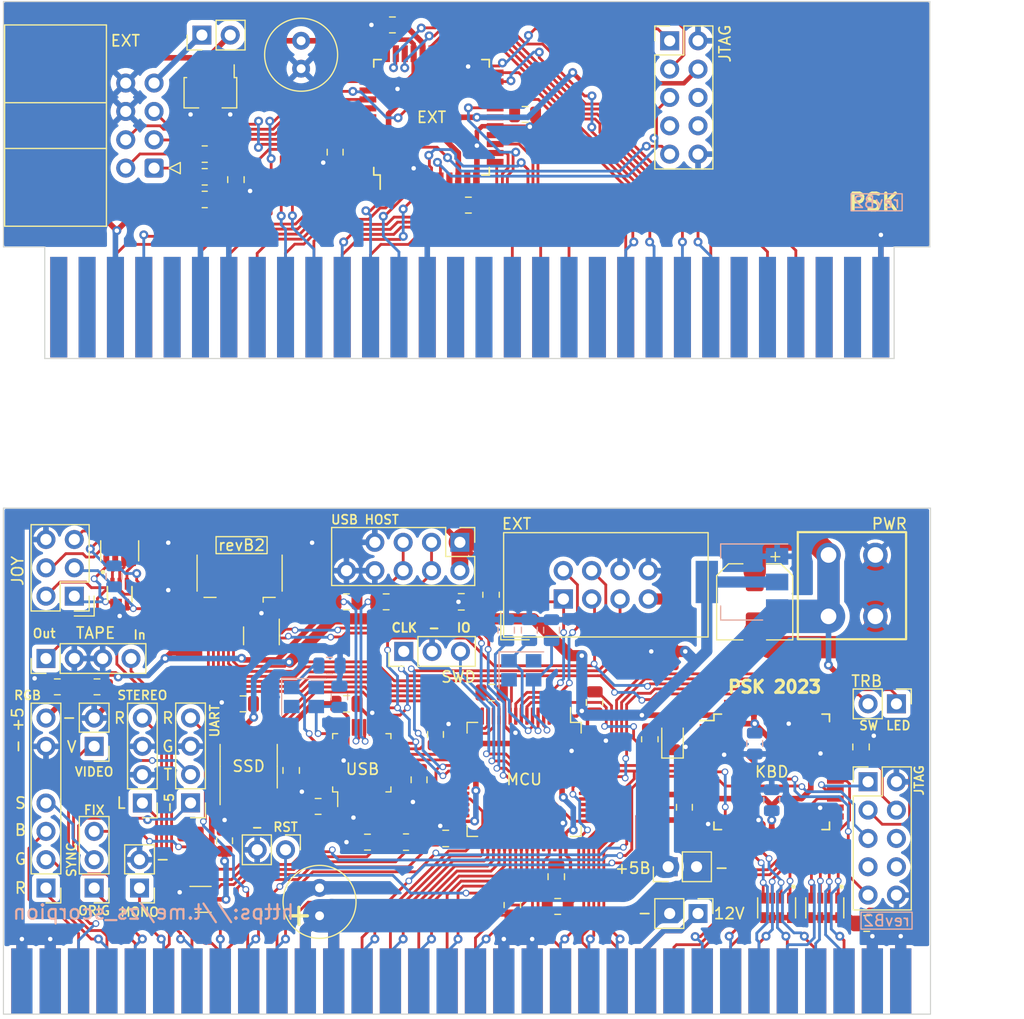
<source format=kicad_pcb>
(kicad_pcb (version 20221018) (generator pcbnew)
  (layers (0 "F.Cu" signal) (31 "B.Cu" signal) (34 "B.Paste" user) (35 "F.Paste" user) (36 "B.SilkS" user "B.Silkscreen") (37 "F.SilkS" user "F.Silkscreen") (38 "B.Mask" user) (39 "F.Mask" user) (44 "Edge.Cuts" user))
  (net 0 "")
  (net 1 "+3V3")
  (net 2 "GND")
  (net 3 "+5V")
  (net 4 "Net-(U1-PD1)")
  (net 5 "Net-(U1-PD0)")
  (net 6 "MC_RES")
  (net 7 "+12V")
  (net 8 "SYNC")
  (net 9 "G")
  (net 10 "R")
  (net 11 "/USBC_DP")
  (net 12 "DELAY_IN")
  (net 13 "OSYNC")
  (net 14 "OUT_SYNC")
  (net 15 "KBSS")
  (net 16 "KA7")
  (net 17 "KA6")
  (net 18 "KA4")
  (net 19 "KA5")
  (net 20 "KA3")
  (net 21 "KA2")
  (net 22 "KA1")
  (net 23 "KA0")
  (net 24 "KD1")
  (net 25 "KD0")
  (net 26 "KD2")
  (net 27 "KD3")
  (net 28 "KD4")
  (net 29 "J3")
  (net 30 "J0")
  (net 31 "J4")
  (net 32 "J1")
  (net 33 "J2")
  (net 34 "VIDEO")
  (net 35 "RIGHT")
  (net 36 "LEFT")
  (net 37 "SOUND")
  (net 38 "CNBUSY")
  (net 39 "CN3")
  (net 40 "CN2")
  (net 41 "CN0")
  (net 42 "CN4")
  (net 43 "CN6")
  (net 44 "CN7")
  (net 45 "CN5")
  (net 46 "CN1")
  (net 47 "CNSTB")
  (net 48 "B")
  (net 49 "CC")
  (net 50 "KC")
  (net 51 "/USBC_DM")
  (net 52 "NMI")
  (net 53 "DSR")
  (net 54 "TOUT")
  (net 55 "TXD")
  (net 56 "TIN")
  (net 57 "-5V")
  (net 58 "EINT")
  (net 59 "ESS")
  (net 60 "IJ4")
  (net 61 "IJ3")
  (net 62 "IJ2")
  (net 63 "IJ1")
  (net 64 "IJ0")
  (net 65 "/USBH_DM")
  (net 66 "/USBH_DP")
  (net 67 "A11")
  (net 68 "A9")
  (net 69 "BAK")
  (net 70 "CSR")
  (net 71 "A4")
  (net 72 "A5")
  (net 73 "A6")
  (net 74 "A7")
  (net 75 "RES")
  (net 76 "BRQ")
  (net 77 "RDR")
  (net 78 "IORQGE")
  (net 79 "A3")
  (net 80 "A2")
  (net 81 "A1")
  (net 82 "A0")
  (net 83 "CLK")
  (net 84 "DOS")
  (net 85 "A12")
  (net 86 "A15")
  (net 87 "A13")
  (net 88 "D7")
  (net 89 "BLK")
  (net 90 "D1")
  (net 91 "D2")
  (net 92 "D0")
  (net 93 "D6")
  (net 94 "D3")
  (net 95 "INT")
  (net 96 "D4")
  (net 97 "HLT")
  (net 98 "MREQ")
  (net 99 "D5")
  (net 100 "IORQ")
  (net 101 "WR")
  (net 102 "WAIT")
  (net 103 "A8")
  (net 104 "RFSH")
  (net 105 "M1")
  (net 106 "RD")
  (net 107 "A10")
  (net 108 "A14")
  (net 109 "SCK5_E")
  (net 110 "MISO5_E")
  (net 111 "MOSI5_E")
  (net 112 "EINT_E")
  (net 113 "ESS_E")
  (net 114 "Net-(D1-A)")
  (net 117 "Net-(J17-Pin_1)")
  (net 118 "Net-(U3-D+)")
  (net 119 "Net-(U3-D-)")
  (net 120 "Net-(U1-PB10)")
  (net 133 "TRBSW")
  (net 134 "TRBLED")
  (net 136 "ZRES")
  (net 137 "/SWDCLK")
  (net 138 "/SWDIO")
  (net 139 "/SWO")
  (net 141 "SCK")
  (net 142 "MISO")
  (net 143 "MOSI")
  (net 144 "/ExtCard/TCK")
  (net 145 "/USS")
  (net 147 "/TCK")
  (net 148 "/TDO")
  (net 149 "/TMS")
  (net 150 "/TDI")
  (net 152 "/ExtCard/TDO")
  (net 153 "/ExtCard/TMS")
  (net 154 "/ExtCard/TDI")
  (net 158 "/STGSS")
  (net 159 "/LED2")
  (net 160 "/MAGIC")
  (net 164 "ITIN")
  (net 165 "Net-(R14-Pad1)")
  (net 167 "TINC")
  (net 172 "/USB_PULLUP")
  (net 177 "Net-(U3-XI)")
  (net 178 "Net-(U3-XO)")
  (net 181 "Net-(J21-Pin_1)")
  (net 187 "+3.3V")
  (net 188 "Net-(J17-Pin_7)")
  (footprint "card:PADS_2.5_32" (layer "F.Cu") (at 120.3325 125.8062)
    (fp_text reference "X1" hide)
    (fp_text value "ScorpionEdgeConnector" hide)
  )
  (footprint "Capacitor_SMD:C_0805_2012Metric" (layer "F.Cu") (at 158.3436 100.7872 90)
    (fp_text reference "C5" hide)
    (fp_text value "C" hide)
  )
  (footprint "Capacitor_SMD:C_0805_2012Metric" (layer "F.Cu") (at 147.828 107.2388 180)
    (fp_text reference "C11" hide)
    (fp_text value "C" hide)
  )
  (footprint "Capacitor_SMD:C_0805_2012Metric" (layer "F.Cu") (at 139.446 110.3145 90)
    (fp_text reference "C15" hide)
    (fp_text value "C" hide)
  )
  (footprint "Capacitor_SMD:C_0805_2012Metric" (layer "F.Cu") (at 128.016 96.52)
    (fp_text reference "C21" hide)
    (fp_text value "C" hide)
  )
  (footprint "card:usb_mini" (layer "F.Cu") (at 140.7925 86.45 180)
    (fp_text reference "J1" hide)
    (fp_text value "USB_B_Mini" hide)
  )
  (footprint "Package_QFP:TQFP-44_10x10mm_P0.8mm" (layer "F.Cu") (at 188.468 104.14)
    (fp_text reference "U2" hide)
    (fp_text value "EPM3064" hide)
  )
  (footprint "card:RESCAF80P320X160X60-8N" (layer "F.Cu") (at 188.906 116.332 -90)
    (fp_text reference "RN2" hide)
    (fp_text value "4x1k2" hide)
  )
  (footprint "Package_QFP:LQFP-32_5x5mm_P0.5mm" (layer "F.Cu") (at 151.7396 103.3272 90)
    (fp_text reference "U3" hide)
    (fp_text value "MAX3421EEHJ+T" hide)
  )
  (footprint "Capacitor_THT:C_Radial_D6.3mm_H11.0mm_P2.50mm" (layer "F.Cu") (at 147.955 117.0432 90)
    (fp_text reference "C16" hide)
    (fp_text value "CP" hide)
  )
  (footprint "card:RESCAF80P320X160X60-8N" (layer "F.Cu") (at 193.224 116.332 -90)
    (fp_text reference "RN1" hide)
    (fp_text value "4x1k2" hide)
  )
  (footprint "Capacitor_SMD:C_0805_2012Metric" (layer "F.Cu") (at 141.097 98.044 180)
    (fp_text reference "C14" hide)
    (fp_text value "C" hide)
  )
  (footprint "Resistor_SMD:R_0805_2012Metric" (layer "F.Cu") (at 152.2476 110.4392)
    (fp_text reference "R7" hide)
    (fp_text value "0" hide)
  )
  (footprint "Connector_PinHeader_2.54mm:PinHeader_1x04_P2.54mm_Vertical" (layer "F.Cu") (at 123.444 93.98 90)
    (fp_text reference "J10" hide)
    (fp_text value "Conn_01x04" hide)
  )
  (footprint "Capacitor_SMD:C_0805_2012Metric" (layer "F.Cu") (at 156.8704 104.8512 -90)
    (fp_text reference "C10" hide)
    (fp_text value "C" hide)
  )
  (footprint "card:PinHeader_1x07_P2.54mm_Vertical_RGB" (layer "F.Cu") (at 123.444 114.554 180)
    (fp_text reference "J8" hide)
    (fp_text value "Conn_01x07_RGB" hide)
  )
  (footprint "Connector_PinHeader_2.54mm:PinHeader_1x02_P2.54mm_Vertical" (layer "F.Cu") (at 127.762 101.854 180)
    (fp_text reference "J4" hide)
    (fp_text value "Conn_01x02" hide)
  )
  (footprint "Connector_PinHeader_2.54mm:PinHeader_1x02_P2.54mm_Vertical" (layer "F.Cu") (at 131.826 114.554 180)
    (fp_text reference "J7" hide)
    (fp_text value "Conn_01x02" hide)
  )
  (footprint "Connector_PinHeader_2.54mm:PinHeader_1x03_P2.54mm_Vertical" (layer "F.Cu") (at 127.762 114.554 180)
    (fp_text reference "J9" hide)
    (fp_text value "Conn_01x03" hide)
  )
  (footprint "Connector_PinHeader_2.54mm:PinHeader_1x02_P2.54mm_Vertical" (layer "F.Cu") (at 181.864 116.84 -90)
    (fp_text reference "J6" hide)
    (fp_text value "Conn_01x02" hide)
  )
  (footprint "Package_SO:TSOP-6_1.65x3.05mm_P0.95mm" (layer "F.Cu") (at 142.748 91.948 -90)
    (fp_text reference "U4" hide)
    (fp_text value "IP4220CZ6" hide)
  )
  (footprint "Resistor_SMD:R_0805_2012Metric" (layer "F.Cu") (at 169.291 116.205 180)
    (fp_text reference "R3" hide)
    (fp_text value "1k5" hide)
  )
  (footprint "Connector_PinHeader_2.54mm:PinHeader_1x04_P2.54mm_Vertical" (layer "F.Cu") (at 132.08 106.934 180)
    (fp_text reference "J5" hide)
    (fp_text value "Conn_01x04" hide)
  )
  (footprint "Connector_PinHeader_2.54mm:PinHeader_2x05_P2.54mm_Vertical" (layer "F.Cu") (at 160.528 83.566 -90)
    (fp_text reference "J3" hide)
    (fp_text value "Conn_01x04" hide)
  )
  (footprint "Resistor_SMD:R_0805_2012Metric" (layer "F.Cu") (at 153.924 88.9)
    (fp_text reference "R2" hide)
    (fp_text value "33" hide)
  )
  (footprint "Resistor_SMD:R_0805_2012Metric" (layer "F.Cu") (at 150.368 88.9)
    (fp_text reference "R1" hide)
    (fp_text value "33" hide)
  )
  (footprint "card:PADS_2.5_32" (layer "F.Cu") (at 123.825 66.9925)
    (fp_text reference "X2" hide)
    (fp_text value "ScorpionBusConnector" hide)
  )
  (footprint "Capacitor_SMD:C_0805_2012Metric" (layer "F.Cu") (at 196.977 117.729)
    (fp_text reference "C17" hide)
    (fp_text value "C" hide)
  )
  (footprint "card:RESCAF80P320X160X60-8N" (layer "F.Cu") (at 130.048 84.328 90)
    (fp_text reference "RN3" hide)
    (fp_text value "4x1k2" hide)
  )
  (footprint "Package_TO_SOT_SMD:SOT-89-3" (layer "F.Cu") (at 138.176 42.9645 -90)
    (fp_text reference "U8" hide)
    (fp_text value "L78L33" hide)
  )
  (footprint "Capacitor_SMD:C_0805_2012Metric" (layer "F.Cu") (at 124.46 96.52 180)
    (fp_text reference "C23" hide)
    (fp_text value "C" hide)
  )
  (footprint "Capacitor_THT:C_Radial_D6.3mm_H11.0mm_P2.50mm" (layer "F.Cu") (at 146.304 38.608 -90)
    (fp_text reference "C20" hide)
    (fp_text value "CP" hide)
  )
  (footprint "Package_QFP:TQFP-44_10x10mm_P0.8mm" (layer "F.Cu") (at 157.988 45.466 90)
    (fp_text reference "U7" hide)
    (fp_text value "EXT")
  )
  (footprint "Capacitor_SMD:C_0805_2012Metric" (layer "F.Cu") (at 180.6448 107.315 -90)
    (fp_text reference "C26" hide)
    (fp_text value "C" hide)
  )
  (footprint "Connector_IDC:IDC-Header_2x04_P2.54mm_Vertical" (layer "F.Cu") (at 169.797 88.646 90)
    (fp_text reference "J11" hide)
    (fp_text value "Conn_01x08" hide)
  )
  (footprint "Connector_PinHeader_2.54mm:PinHeader_2x03_P2.54mm_Vertical" (layer "F.Cu") (at 125.9825 88.392 180)
    (fp_text reference "J13" hide)
    (fp_text value "Conn_02x03_Odd_Even" hide)
  )
  (footprint "Capacitor_SMD:C_0805_2012Metric" (layer "F.Cu") (at 154.4828 37.1856 180)
    (fp_text reference "C22" hide)
    (fp_text value "C" hide)
  )
  (footprint "Capacitor_SMD:C_0805_2012Metric" (layer "F.Cu") (at 149.352 48.5925 -90)
    (fp_text reference "C27" hide)
    (fp_text value "C" hide)
  )
  (footprint "Capacitor_SMD:C_0805_2012Metric" (layer "F.Cu") (at 166.37 45.212)
    (fp_text reference "C28" hide)
    (fp_text value "C" hide)
  )
  (footprint "Capacitor_SMD:C_0805_2012Metric" (layer "F.Cu") (at 161.29 53.34)
    (fp_text reference "C29" hide)
    (fp_text value "C" hide)
  )
  (footprint "Connector_PinHeader_2.54mm:PinHeader_1x02_P2.54mm_Vertical" (layer "F.Cu") (at 137.414 38.1 90)
    (fp_text reference "J19" hide)
    (fp_text value "+5В" hide)
  )
  (footprint "Resistor_SMD:R_0805_2012Metric" (layer "F.Cu") (at 137.668 50.8 180)
    (fp_text reference "R4" hide)
    (fp_text value "0" hide)
  )
  (footprint "Capacitor_SMD:C_0805_2012Metric" (layer "F.Cu") (at 160.655 88.9)
    (fp_text reference "C36" hide)
    (fp_text value "C" hide)
  )
  (footprint "Capacitor_SMD:C_0805_2012Metric" (layer "F.Cu") (at 196.469 101.9048 90)
    (fp_text reference "C30" hide)
    (fp_text value "C" hide)
  )
  (footprint "Connector_PinHeader_2.54mm:PinHeader_2x05_P2.54mm_Vertical" (layer "F.Cu") (at 179.324 38.608)
    (fp_text reference "J12" hide)
    (fp_text value "JTAG")
  )
  (footprint "Capacitor_SMD:C_0805_2012Metric" (layer "F.Cu") (at 169.164 113.538 90)
    (fp_text reference "C3" hide)
    (fp_text value "C" hide)
  )
  (footprint "Package_TO_SOT_SMD:SOT-363_SC-70-6" (layer "F.Cu") (at 137.541 115.57)
    (fp_text reference "U11" hide)
    (fp_text value "TS5A3159DCK" hide)
  )
  (footprint "Capacitor_Tantalum_SMD:CP_EIA-3528-12_Kemet-T" (layer "F.Cu") (at 136.271 94.996 -90)
    (fp_text reference "C31" hide)
    (fp_text value "CP" hide)
  )
  (footprint "Connector_IDC:IDC-Header_2x04_P2.54mm_Horizontal" (layer "F.Cu") (at 133.13 50.02 180)
    (fp_text reference "J17" hide)
    (fp_text value "EXT")
  )
  (footprint "Capacitor_SMD:CP_Elec_6.3x7.7" (layer "F.Cu") (at 186.944 88.9 -90)
    (fp_text reference "C13" hide)
    (fp_text value "CP" hide)
  )
  (footprint "Capacitor_SMD:C_0805_2012Metric" (layer "F.Cu") (at 172.593 97.917 90)
    (fp_text reference "C18" hide)
    (fp_text value "4.7uF" hide)
  )
  (footprint "Package_SO:SOIC-8_3.9x4.9mm_P1.27mm" (layer "F.Cu") (at 141.605 103.632 90)
    (fp_text reference "U5" hide)
    (fp_text value "25LC256T" hide)
  )
  (footprint "Capacitor_Tantalum_SMD:CP_EIA-3528-12_Kemet-T" (layer "F.Cu") (at 177.927 93.853 180)
    (fp_text reference "C6" hide)
    (fp_text value "CP" hide)
  )
  (footprint "Capacitor_SMD:C_0805_2012Metric" (layer "F.Cu") (at 145.415 104.013 -90)
    (fp_text reference "C4" hide)
    (fp_text value "4.7uF" hide)
  )
  (footprint "Capacitor_SMD:C_0805_2012Metric" (layer "F.Cu") (at 159.258 110.109 180)
    (fp_text reference "C12" hide)
    (fp_text value "4.7uF" hide)
  )
  (footprint "Resistor_SMD:R_0805_2012Metric" (layer "F.Cu") (at 137.668 52.832)
    (fp_text reference "R6" hide)
    (fp_text value "1k" hide)
  )
  (footprint "Capacitor_SMD:C_0805_2012Metric" (layer "F.Cu") (at 163.3728 97.028)
    (fp_text reference "C9" hide)
    (fp_text value "C" hide)
  )
  (footprint "Connector_PinHeader_2.54mm:PinHeader_1x02_P2.54mm_Vertical" (layer "F.Cu") (at 179.192 112.649 90)
    (fp_text reference "J14" hide)
    (fp_text value "+5В")
  )
  (footprint "Capacitor_Tantalum_SMD:CP_EIA-3528-12_Kemet-T" (layer "F.Cu") (at 136.398 111.252 -90)
    (fp_text reference "C25" hide)
    (fp_text value "CP" hide)
  )
  (footprint "Connector_PinHeader_2.54mm:PinHeader_1x03_P2.54mm_Vertical" (layer "F.Cu") (at 155.4988 93.345 90)
    (fp_text reference "J2" hide)
    (fp_text value "SWD")
  )
  (footprint "Resistor_SMD:R_0805_2012Metric" (layer "F.Cu") (at 137.668 48.768 180)
    (fp_text reference "R12" hide)
    (fp_text value "1k" hide)
  )
  (footprint "card-backups:pwr" (layer "F.Cu") (at 190.805 82.651)
    (fp_text reference "J16" hide)
    (fp_text value "PWR")
  )
  (footprint "Capacitor_SMD:C_0805_2012Metric" (layer "F.Cu") (at 140.462 51.054 90)
    (fp_text reference "C32" hide)
    (fp_text value "C" hide)
  )
  (footprint "Resistor_SMD:R_0805_2012Metric" (layer "F.Cu") (at 143.51 116.84 90)
    (fp_text reference "R9" hide)
    (fp_text value "250" hide)
  )
  (footprint "Capacitor_SMD:C_0805_2012Metric" (layer "F.Cu") (at 150.368 98.044)
    (fp_text reference "C35" hide)
    (fp_text value "C" hide)
  )
  (footprint "Resistor_SMD:R_0805_2012Metric" (layer "F.Cu") (at 165.227 116.078 -90)
    (fp_text reference "R13" hide)
    (fp_text value "250" hide)
  )
  (footprint "Connector_PinHeader_2.54mm:PinHeader_1x02_P2.54mm_Vertical" (layer "F.Cu") (at 144.907 111.125 -90)
    (fp_text reference "J21" hide)
    (fp_text value "Conn_01x01_Male" hide)
  )
  (footprint "Resistor_SMD:R_0805_2012Metric" (layer "F.Cu") (at 177.546 101.219 -90)
    (fp_text reference "R11" hide)
    (fp_text value "1K" hide)
  )
  (footprint "LED_SMD:LED_0805_2012Metric" (layer "F.Cu") (at 179.578 101.219 90)
    (fp_text reference "D1" hide)
    (fp_text value "LED" hide)
  )
  (footprint "Resistor_SMD:R_0805_2012Metric" (layer "F.Cu") (at 163.322 88.265 90)
    (fp_text reference "R5" hide)
    (fp_text value "1K" hide)
  )
  (footprint "Capacitor_Tantalum_SMD:CP_EIA-3528-12_Kemet-T" (layer "F.Cu") (at 177.927 107.315 -90)
    (fp_text reference "C24" hide)
    (fp_text value "CP" hide)
  )
  (footprint "Connector_PinHeader_2.54mm:PinHeader_2x05_P2.54mm_Vertical" (layer "F.Cu") (at 197.099 105.029)
    (fp_text reference "J15" hide)
    (fp_text value "JTAG")
  )
  (footprint "card-backups:SOT65P210X110-6N" (layer "F.Cu") (at 130.048 88.2165 90)
    (fp_text reference "U9" hide)
    (fp_text value "SMF05CT1G" hide)
  )
  (footprint "Package_QFP:LQFP-64_10x10mm_P0.5mm" (layer "F.Cu") (at 166.283 104.819 -90)
    (fp_text reference "U1" hide)
    (fp_text value "STM32F103R8" hide)
  )
  (footprint "Connector_PinHeader_2.54mm:PinHeader_1x04_P2.54mm_Vertical" (layer "F.Cu") (at 136.398 106.924 180)
    (fp_text reference "J18" hide)
    (fp_text value "UART")
  )
  (footprint "Connector_PinHeader_2.54mm:PinHeader_1x02_P2.54mm_Vertical" (layer "F.Cu") (at 199.64 98.044 -90)
    (fp_text reference "J20" hide)
    (fp_text value "3V3" hide)
  )
  (footprint "Resistor_SMD:R_0805_2012Metric" (layer "F.Cu") (at 155.702 110.4392)
    (fp_text reference "R14" hide)
    (fp_text value "-" hide)
  )
  (footprint "Capacitor_SMD:C_0805_2012Metric" (layer "B.Cu") (at 186.944 101.6 -90)
    (fp_text reference "C7" hide)
    (fp_text value "C" hide)
  )
  (footprint "Capacitor_SMD:C_0805_2012Metric" (layer "B.Cu") (at 188.468 106.68 90)
    (fp_text reference "C8" hide)
    (fp_text value "C" hide)
  )
  (footprint "Capacitor_SMD:C_0805_2012Metric" (layer "B.Cu") (at 168.742 91.44 90)
    (fp_text reference "C2" hide)
    (fp_text value "9p" hide)
  )
  (footprint "Capacitor_SMD:C_0805_2012Metric" (layer "B.Cu") (at 166.751 91.44 90)
    (fp_text reference "C1" hide)
    (fp_text value "9p" hide)
  )
  (footprint "Resistor_SMD:R_0805_2012Metric" (layer "B.Cu") (at 129.54 86.614 -90)
    (fp_text reference "R8" hide)
    (fp_text value "1k2" hide)
  )
  (footprint "Capacitor_SMD:C_0805_2012Metric" (layer "B.Cu") (at 148.844 94.615)
    (fp_text reference "C34" hide)
    (fp_text value "9p" hide)
  )
  (footprint "Crystal:Crystal_SMD_3225-4Pin_3.2x2.5mm" (layer "B.Cu") (at 166.032 95.035)
    (fp_text reference "Y2" hide)
    (fp_text value "12MHz" hide)
  )
  (footprint "Capacitor_SMD:C_0805_2012Metric" (layer "B.Cu") (at 149.733 97.409 90)
    (fp_text reference "C33" hide)
    (fp_text value "9p" hide)
  )
  (footprint "Capacitor_SMD:C_0805_2012Metric" (layer "B.Cu") (at 164.678 91.44 90)
    (fp_text reference "C19" hide)
    (fp_text value "0.1uF" hide)
  )
  (footprint "Crystal:Crystal_SMD_3225-4Pin_3.2x2.5mm" (layer "B.Cu") (at 146.558 97.4344)
    (fp_text reference "Y1" hide)
    (fp_text value "12MHz" hide)
  )
  (footprint "Package_TO_SOT_SMD:SOT-223-3_TabPin2" (layer "B.Cu") (at 185.801 87.122 180)
    (fp_text reference "U10" hide)
    (fp_text value "LD1117S33TR" hide)
  )
  (gr_rect (start 196.469 116.713) (end 201.041 118.237) (stroke (width 0.12)) (fill none) (layer "B.SilkS"))
  (gr_rect (start 195.58 52.324) (end 200.152 53.848) (stroke (width 0.12)) (fill none) (layer "B.SilkS"))
  (gr_rect (start 138.684 83.058) (end 143.256 84.582) (stroke (width 0.12)) (fill none) (layer "F.SilkS"))
  (gr_line (start 202.634 57.088) (end 202.634 35.088) (stroke (width 0.1)) (layer "Edge.Cuts"))
  (gr_line (start 202.692 125.857) (end 119.634 125.857) (stroke (width 0.1)) (layer "Edge.Cuts"))
  (gr_line (start 119.634 80.498) (end 119.634 125.857) (stroke (width 0.1)) (layer "Edge.Cuts"))
  (gr_line (start 123.334 67.088) (end 199.434 67.088) (stroke (width 0.1)) (layer "Edge.Cuts"))
  (gr_line (start 202.692 80.498) (end 202.692 125.857) (stroke (width 0.1)) (layer "Edge.Cuts"))
  (gr_line (start 119.634 57.088) (end 123.334 57.088) (stroke (width 0.1)) (layer "Edge.Cuts"))
  (gr_line (start 123.334 57.088) (end 123.334 67.088) (stroke (width 0.1)) (layer "Edge.Cuts"))
  (gr_line (start 119.634 35.088) (end 202.634 35.088) (stroke (width 0.1)) (layer "Edge.Cuts"))
  (gr_line (start 202.634 57.088) (end 199.434 57.088) (stroke (width 0.1)) (layer "Edge.Cuts"))
  (gr_line (start 119.634 57.088) (end 119.634 35.088) (stroke (width 0.1)) (layer "Edge.Cuts"))
  (gr_line (start 199.434 57.088) (end 199.434 67.088) (stroke (width 0.1)) (layer "Edge.Cuts"))
  (gr_line (start 119.634 80.498) (end 202.692 80.498) (stroke (width 0.1)) (layer "Edge.Cuts"))
  (gr_text "revB2" (at 198.755 117.475) (layer "B.SilkS") (effects (font (size 1 1)) (justify mirror)))
  (gr_text "revB2\n" (at 197.866 53.086) (layer "B.SilkS") (effects (font (size 1 1)) (justify mirror)))
  (gr_text "https://t.me/zs_scorpion" (at 145.796 117.475) (layer "B.SilkS") (effects (font (size 1.3 1.3) (thickness 0.2)) (justify left bottom mirror)))
  (gr_text "PSK" (at 197.612 53.086) (layer "F.SilkS") (effects (font (size 1.5 1.5) (thickness 0.3))))
  (gr_text "revB2\n" (at 140.97 83.82) (layer "F.SilkS") (effects (font (size 1 1))))
  (gr_text "PSK 2023" (at 184.404 96.52) (layer "F.SilkS") (effects (font (size 1.1 1.1) (thickness 0.275)) (justify left)))
  (segment (start 188.468 108.458) (end 188.468 109.84) (width 0.5) (layer "F.Cu") (net 1))
  (segment (start 145.415 99.978776) (end 147.349776 98.044) (width 0.5) (layer "F.Cu") (net 1))
  (segment (start 170.434 93.726) (end 167.132 90.424) (width 1) (layer "F.Cu") (net 1))
  (segment (start 186.792 99.822) (end 186.868 99.746) (width 0.5) (layer "F.Cu") (net 1))
  (segment (start 142.053 99.247) (end 140.97 100.33) (width 0.5) (layer "F.Cu") (net 1))
  (segment (start 149.171502 90.424) (end 145.298002 94.2975) (width 1) (layer "F.Cu") (net 1))
  (segment (start 162.306 101.6) (end 163.957 101.6) (width 0.5) (layer "F.Cu") (net 1))
  (segment (start 196.8348 102.8548) (end 197.2793 102.8548) (width 0.25) (layer "F.Cu") (net 1))
  (segment (start 191.968498 103.395502) (end 192.024 103.34) (width 0.5) (layer "F.Cu") (net 1))
  (segment (start 171.958 99.502) (end 172.593 98.867) (width 0.3) (layer "F.Cu") (net 1))
  (segment (start 131.572 86.9795) (end 131.572 86.36) (width 0.25) (layer "F.Cu") (net 1))
  (segment (start 182.768 106.54) (end 187.846 106.54) (width 0.5) (layer "F.Cu") (net 1))
  (segment (start 170.457 101.069) (end 171.958 101.069) (width 0.3) (layer "F.Cu") (net 1))
  (segment (start 161.826818 108.569) (end 161.849028 108.54679) (width 0.3) (layer "F.Cu") (net 1))
  (segment (start 140.97 102.235) (end 140.97 103.251) (width 0.5) (layer "F.Cu") (net 1))
  (segment (start 142.24 104.521) (end 143.51 103.251) (width 0.5) (layer "F.Cu") (net 1))
  (segment (start 128.848 83.453) (end 129.648 83.453) (width 0.25) (layer "F.Cu") (net 1))
  (segment (start 169.926 101.6) (end 170.457 101.069) (width 0.5) (layer "F.Cu") (net 1))
  (segment (start 186.868 99.746) (end 186.868 98.44) (width 0.5) (layer "F.Cu") (net 1))
  (segment (start 170.307 109.347) (end 170.688 109.347) (width 0.3) (layer "F.Cu") (net 1))
  (segment (start 150.4896 102.438939) (end 151.592505 103.541844) (width 0.3) (layer "F.Cu") (net 1))
  (segment (start 138.312 89.925) (end 134.5175 89.925) (width 0.25) (layer "F.Cu") (net 1))
  (segment (start 167.132 90.424) (end 149.171502 90.424) (width 1) (layer "F.Cu") (net 1))
  (segment (start 140.716 102.489) (end 140.97 102.235) (width 0.5) (layer "F.Cu") (net 1))
  (segment (start 140.245 94.257805) (end 140.245 91.858) (width 0.25) (layer "F.Cu") (net 1))
  (segment (start 176.8348 99.06) (end 183.388 99.06) (width 0.5) (layer "F.Cu") (net 1))
  (segment (start 128.120402 83.453) (end 128.848 83.453) (width 0.25) (layer "F.Cu") (net 1))
  (segment (start 194.168 103.34) (end 192.024 103.34) (width 0.5) (layer "F.Cu") (net 1))
  (segment (start 191.148 106.54) (end 191.968498 105.719502) (width 0.5) (layer "F.Cu") (net 1))
  (segment (start 170.033 111.613) (end 170.033 110.494) (width 0.3) (layer "F.Cu") (net 1))
  (segment (start 164.033 101.524) (end 163.957 101.6) (width 0.25) (layer "F.Cu") (net 1))
  (segment (start 151.592505 103.541844) (end 151.592505 103.5772) (width 0.3) (layer "F.Cu") (net 1))
  (segment (start 147.193 104.14) (end 147.193 105.6663) (width 0.5) (layer "F.Cu") (net 1))
  (segment (start 144.84 94.682) (end 140.669195 94.682) (width 0.25) (layer "F.Cu") (net 1))
  (segment (start 180.8073 106.54) (end 180.6448 106.3775) (width 0.5) (layer "F.Cu") (net 1))
  (segment (start 192.024 103.34) (end 190.462 103.34) (width 0.5) (layer "F.Cu") (net 1))
  (segment (start 163.957 101.6) (end 169.926 101.6) (width 0.5) (layer "F.Cu") (net 1))
  (segment (start 169.738 114.488) (end 170.434 113.792) (width 0.3) (layer "F.Cu") (net 1))
  (segment (start 140.245 91.858) (end 138.312 89.925) (width 0.25) (layer "F.Cu") (net 1))
  (segment (start 189.116 106.54) (end 191.148 106.54) (width 0.5) (layer "F.Cu") (net 1))
  (segment (start 180.6448 106.3775) (end 180.4393 106.172) (width 0.5) (layer "F.Cu") (net 1))
  (segment (start 169.926 101.6) (end 169.6856 101.8404) (width 0.5) (layer "F.Cu") (net 1))
  (segment (start 150.4896 100.1522) (end 150.4896 102.438939) (width 0.3) (layer "F.Cu") (net 1))
  (segment (start 127.415513 84.157889) (end 128.120402 83.453) (width 0.25) (layer "F.Cu") (net 1))
  (segment (start 160.608 102.069) (end 161.837 102.069) (width 0.3) (layer "F.Cu") (net 1))
  (segment (start 198.374 106.304) (end 199.639 107.569) (width 0.25) (layer "F.Cu") (net 1))
  (segment (start 134.5175 89.925) (end 131.572 86.9795) (width 0.25) (layer "F.Cu") (net 1))
  (segment (start 143.51 103.251) (end 145.227 103.251) (width 0.5) (layer "F.Cu") (net 1))
  (segment (start 150.4896 106.5022) (end 150.4896 104.680106) (width 0.3) (layer "F.Cu") (net 1))
  (segment (start 188.468 107.162) (end 187.846 106.54) (width 0.5) (layer "F.Cu") (net 1))
  (segment (start 164.033 99.144) (end 164.033 98.303315) (width 0.25) (layer "F.Cu") (net 1))
  (segment (start 137.2735 109.7145) (end 136.398 109.7145) (width 0.5) (layer "F.Cu") (net 1))
  (segment (start 196.1032 102.8548) (end 195.618 103.34) (width 0.5) (layer "F.Cu") (net 1))
  (segment (start 147.193 105.6663) (end 148.7655 107.2388) (width 0.5) (layer "F.Cu") (net 1))
  (segment (start 140.97 101.157) (end 140.97 102.235) (width 0.5) (layer "F.Cu") (net 1))
  (segment (start 183.388 99.06) (end 184.15 99.822) (width 0.5) (layer "F.Cu") (net 1))
  (segment (start 160.208 110.109) (end 160.208 108.969) (width 0.3) (layer "F.Cu") (net 1))
  (segment (start 150.059885 107.7976) (end 150.4896 107.367885) (width 0.3) (layer "F.Cu") (net 1))
  (segment (start 138.296 107.188) (end 138.296 104.147) (width 0.5) (layer "F.Cu") (net 1))
  (segment (start 198.374 103.9495) (end 198.374 106.304) (width 0.25) (layer "F.Cu") (net 1))
  (segment (start 169.6856 106.3126) (end 169.799 106.426) (width 0.5) (layer "F.Cu") (net 1))
  (segment (start 158.6879 102.069) (end 160.608 102.069) (width 0.3) (layer "F.Cu") (net 1))
  (segment (start 178.3215 106.172) (end 177.927 105.7775) (width 0.5) (layer "F.Cu") (net 1))
  (segment (start 148.7655 107.2388) (end 149.3243 107.7976) (width 0.3) (layer "F.Cu") (net 1))
  (segment (start 164.033 99.144) (end 164.033 101.524) (width 0.3) (layer "F.Cu") (net 1))
  (segment (start 138.296 104.147) (end 139.954 102.489) (width 0.5) (layer "F.Cu") (net 1))
  (segment (start 149.558957 98.264915) (end 149.418 98.264915) (width 0.3) (layer "F.Cu") (net 1))
  (segment (start 142.24 104.521) (end 142.24 106.107) (width 0.5) (layer "F.Cu") (net 1))
  (segment (start 130.448 83.453) (end 131.248 83.453) (width 0.25) (layer "F.Cu") (net 1))
  (segment (start 170.033 99.144) (end 170.985 99.144) (width 0.3) (layer "F.Cu") (net 1))
  (segment (start 145.2245 94.2975) (end 144.84 94.682) (width 0.25) (layer "F.Cu") (net 1))
  (segment (start 146.116 103.063) (end 147.193 104.14) (width 0.5) (layer "F.Cu") (net 1))
  (segment (start 150.4896 107.367885) (end 150.4896 106.5022) (width 0.3) (layer "F.Cu") (net 1))
  (segment (start 138.491 115.57) (end 139.573 115.57) (width 0.4) (layer "F.Cu") (net 1))
  (segment (start 188.468 108.458) (end 188.468 107.162) (width 0.5) (layer "F.Cu") (net 1))
  (segment (start 179.9725 93.345) (end 180.721 93.345) (width 1) (layer "F.Cu") (net 1))
  (segment (start 169.6856 101.8404) (end 169.6856 106.3126) (width 0.5) (layer "F.Cu") (net 1))
  (segment (start 184.15 99.822) (end 186.792 99.822) (width 0.5) (layer "F.Cu") (net 1))
  (segment (start 182.768 106.54) (end 180.8073 106.54) (width 0.5) (layer "F.Cu") (net 1))
  (segment (start 139.7 102.235) (end 139.954 102.489) (width 0.5) (layer "F.Cu") (net 1))
  (segment (start 151.592505 103.5772) (end 154.9146 103.5772) (width 0.3) (layer "F.Cu") (net 1))
  (segment (start 161.837 102.069) (end 161.960732 101.945268) (width 0.3) (layer "F.Cu") (net 1))
  (segment (start 171.45 93.726) (end 170.434 93.726) (width 1) (layer "F.Cu") (net 1))
  (segment (start 139.446 112.141) (end 139.446 111.252) (width 0.5) (layer "F.Cu") (net 1))
  (segment (start 160.608 108.569) (end 161.826818 108.569) (width 0.3) (layer "F.Cu") (net 1))
  (segment (start 191.968498 105.719502) (end 191.968498 103.395502) (width 0.5) (layer "F.Cu") (net 1))
  (segment (start 145.415 103.063) (end 146.116 103.063) (width 0.5) (layer "F.Cu") (net 1))
  (segment (start 129.648 83.453) (end 130.448 83.453) (width 0.25) (layer "F.Cu") (net 1))
  (segment (start 195.618 103.34) (end 194.168 103.34) (width 0.5) (layer "F.Cu") (net 1))
  (segment (start 156.5339 103.5772) (end 154.9146 103.5772) (width 0.3) (layer "F.Cu") (net 1))
  (segment (start 150.4896 99.195558) (end 149.558957 98.264915) (width 0.3) (layer "F.Cu") (net 1))
  (segment (start 138.296 110.737) (end 137.2735 109.7145) (width 0.5) (layer "F.Cu") (net 1))
  (segment (start 161.960732 101.945268) (end 162.306 101.6) (width 0.5) (layer "F.Cu") (net 1))
  (segment (start 164.033 98.303315) (end 162.757685 97.028) (width 0.25) (layer "F.Cu") (net 1))
  (segment (start 139.7 101.157) (end 139.7 102.235) (width 0.5) (layer "F.Cu") (net 1))
  (segment (start 170.033 109.621) (end 170.307 109.347) (width 0.3) (layer "F.Cu") (net 1))
  (segment (start 179.4645 93.853) (end 179.9725 93.345) (width 1) (layer "F.Cu") (net 1))
  (segment (start 140.669195 94.682) (end 140.245 94.257805) (width 0.25) (layer "F.Cu") (net 1))
  (segment (start 170.434 113.792) (end 170.434 112.014) (width 0.3) (layer "F.Cu") (net 1))
  (segment (start 186.944 99.822) (end 186.868 99.746) (width 0.5) (layer "F.Cu") (net 1))
  (segment (start 138.811 111.252) (end 138.296 110.737) (width 0.5) (layer "F.Cu") (net 1))
  (segment (start 170.033 110.494) (end 170.033 109.621) (width 0.3) (layer "F.Cu") (net 1))
  (segment (start 150.4896 104.680106) (end 151.592505 103.5772) (width 0.3) (layer "F.Cu") (net 1))
  (segment (start 150.4896 100.1522) (end 150.4896 99.195558) (width 0.3) (layer "F.Cu") (net 1))
  (segment (start 170.985 99.144) (end 171.45 98.679) (width 0.3) (layer "F.Cu") (net 1))
  (segment (start 158.3436 101.7247) (end 158.6879 102.069) (width 0.3) (layer "F.Cu") (net 1))
  (segment (start 171.958 101.069) (end 171.958 99.502) (width 0.3) (layer "F.Cu") (net 1))
  (segment (start 139.954 102.489) (end 140.716 102.489) (width 0.5) (layer "F.Cu") (net 1))
  (segment (start 160.208 108.969) (end 160.608 108.569) (width 0.3) (layer "F.Cu") (net 1))
  (segment (start 139.446 111.252) (end 138.811 111.252) (width 0.5) (layer "F.Cu") (net 1))
  (segment (start 140.97 103.251) (end 142.24 104.521) (width 0.5) (layer "F.Cu") (net 1))
  (segment (start 161.960732 101.945268) (end 161.960732 105.824022) (width 0.5) (layer "F.Cu") (net 1))
  (segment (start 171.638 98.867) (end 172.593 98.867) (width 0.5) (layer "F.Cu") (net 1))
  (segment (start 170.434 112.014) (end 170.033 111.613) (width 0.3) (layer "F.Cu") (net 1))
  (segment (start 188.468 107.188) (end 189.116 106.54) (width 0.5) (layer "F.Cu") (net 1))
  (segment (start 149.3243 107.7976) (end 150.059885 107.7976) (width 0.3) (layer "F.Cu") (net 1))
  (segment (start 142.053 99.247) (end 142.053 98.0625) (width 0.5) (layer "F.Cu") (net 1))
  (segment (start 171.45 98.679) (end 171.638 98.867) (width 0.25) (layer "F.Cu") (net 1))
  (segment (start 138.296 110.737) (end 138.296 107.188) (width 0.5) (layer "F.Cu") (net 1))
  (segment (start 197.2793 102.8548) (end 198.374 103.9495) (width 0.25) (layer "F.Cu") (net 1))
  (segment (start 188.468 108.458) (end 188.468 107.188) (width 0.5) (layer "F.Cu") (net 1))
  (segment (start 190.462 103.34) (end 186.944 99.822) (width 0.5) (layer "F.Cu") (net 1))
  (segment (start 145.415 103.063) (end 145.415 99.978776) (width 0.5) (layer "F.Cu") (net 1))
  (segment (start 140.97 100.33) (end 140.97 101.157) (width 0.5) (layer "F.Cu") (net 1))
  (segment (start 147.349776 98.044) (end 149.418 98.044) (width 0.5) (layer "F.Cu") (net 1))
  (segment (start 180.4393 106.172) (end 178.3215 106.172) (width 0.5) (layer "F.Cu") (net 1))
  (via (at 180.721 93.345) (size 0.8) (drill 0.4) (layers "F.Cu" "B.Cu") (net 1))
  (via (at 142.053 99.247) (size 0.8) (drill 0.4) (layers "F.Cu" "B.Cu") (net 1))
  (via (at 169.799 106.426) (size 0.8) (drill 0.4) (layers "F.Cu" "B.Cu") (net 1))
  (via (at 161.849028 108.54679) (size 0.8) (drill 0.4) (layers "F.Cu" "B.Cu") (net 1))
  (via (at 139.446 112.141) (size 0.8) (drill 0.4) (layers "F.Cu" "B.Cu") (net 1))
  (via (at 171.45 98.679) (size 0.8) (drill 0.4) (layers "F.Cu" "B.Cu") (net 1))
  (via (at 170.688 109.347) (size 0.8) (drill 0.4) (layers "F.Cu" "B.Cu") (net 1))
  (via (at 171.45 93.726) (size 0.8) (drill 0.4) (layers "F.Cu" "B.Cu") (net 1))
  (via (at 186.944 99.822) (size 0.8) (drill 0.4) (layers "F.Cu" "B.Cu") (net 1))
  (via (at 188.468 108.458) (size 0.8) (drill 0.4) (layers "F.Cu" "B.Cu") (net 1))
  (via (at 145.2245 94.2975) (size 0.8) (drill 0.4) (layers "F.Cu" "B.Cu") (net 1))
  (via (at 139.573 115.57) (size 0.8) (drill 0.4) (layers "F.Cu" "B.Cu") (net 1))
  (via (at 161.960732 105.824022) (size 0.8) (drill 0.4) (layers "F.Cu" "B.Cu") (net 1))
  (via (at 131.572 86.36) (size 0.8) (drill 0.4) (layers "F.Cu" "B.Cu") (net 1))
  (via (at 127.415513 84.157889) (size 0.8) (drill 0.4) (layers "F.Cu" "B.Cu") (net 1))
  (via (at 176.8348 99.06) (size 0.8) (drill 0.4) (layers "F.Cu" "B.Cu") (net 1))
  (segment (start 176.8348 99.06) (end 176.911 99.06) (width 1) (layer "B.Cu") (net 1))
  (segment (start 182.651 87.122) (end 188.951 87.122) (width 1) (layer "B.Cu") (net 1))
  (segment (start 142.053 95.818) (end 142.053 99.247) (width 0.5) (layer "B.Cu") (net 1))
  (segment (start 127.415513 84.157889) (end 127.415513 84.235513) (width 0.25) (layer "B.Cu") (net 1))
  (segment (start 169.799 106.485689) (end 170.688 107.374689) (width 0.5) (layer "B.Cu") (net 1))
  (segment (start 128.8565 85.6765) (end 129.54 85.6765) (width 0.25) (layer "B.Cu") (net 1))
  (segment (start 186.944 99.822) (end 186.944 100.6625) (width 0.5) (layer "B.Cu") (net 1))
  (segment (start 130.556 86.36) (end 129.8725 85.6765) (width 0.25) (layer "B.Cu") (net 1))
  (segment (start 180.721 93.345) (end 181.6735 94.2975) (width 1) (layer "B.Cu") (net 1))
  (segment (start 171.831 99.06) (end 171.45 98.679) (width 1) (layer "B.Cu") (net 1))
  (segment (start 188.468 107.6175) (end 188.468 108.458) (width 0.5) (layer "B.Cu") (net 1))
  (segment (start 176.911 99.06) (end 181.6735 94.2975) (width 1) (layer "B.Cu") (net 1))
  (segment (start 143.5735 94.2975) (end 142.053 95.818) (width 0.5) (layer "B.Cu") (net 1))
  (segment (start 181.6735 94.2975) (end 182.651 93.32) (width 1) (layer "B.Cu") (net 1))
  (segment (start 169.799 106.426) (end 169.799 106.485689) (width 0.5) (layer "B.Cu") (net 1))
  (segment (start 145.2245 94.2975) (end 143.5735 94.2975) (width 0.5) (layer "B.Cu") (net 1))
  (segment (start 170.688 107.374689) (end 170.688 109.347) (width 0.5) (layer "B.Cu") (net 1))
  (segment (start 139.573 112.268) (end 139.446 112.141) (width 0.5) (layer "B.Cu") (net 1))
  (segment (start 127.415513 84.235513) (end 128.8565 85.6765) (width 0.25) (layer "B.Cu") (net 1))
  (segment (start 171.45 93.726) (end 171.45 98.679) (width 1) (layer "B.Cu") (net 1))
  (segment (start 139.573 115.57) (end 139.573 112.268) (width 0.5) (layer "B.Cu") (net 1))
  (segment (start 131.572 86.36) (end 130.556 86.36) (width 0.25) (layer "B.Cu") (net 1))
  (segment (start 182.651 93.32) (end 182.651 87.122) (width 1) (layer "B.Cu") (net 1))
  (segment (start 161.960732 108.435086) (end 161.849028 108.54679) (width 0.5) (layer "B.Cu") (net 1))
  (segment (start 161.960732 105.824022) (end 161.960732 108.435086) (width 0.5) (layer "B.Cu") (net 1))
  (segment (start 176.8348 99.06) (end 171.831 99.06) (width 1) (layer "B.Cu") (net 1))
  (segment (start 151.083317 108.331) (end 154.947703 108.331) (width 0.5) (layer "F.Cu") (net 2))
  (segment (start 164.533 99.144) (end 164.533 97.2382) (width 0.3) (layer "F.Cu") (net 2))
  (segment (start 171.081959 101.569) (end 170.5356 102.115359) (width 0.3) (layer "F.Cu") (net 2))
  (segment (start 148.5646 104.0772) (end 149.618 104.0772) (width 0.25) (layer "F.Cu") (net 2))
  (segment (start 169.533 110.494) (end 169.533 112.219) (width 0.3) (layer "F.Cu") (net 2))
  (segment (start 197.485 118.872) (end 198.12 118.237) (width 0.5) (layer "F.Cu") (net 2))
  (segment (start 128.9535 98.1225) (end 127.762 99.314) (width 0.5) (layer "F.Cu") (net 2))
  (segment (start 187.668 108.84) (end 187.668 109.84) (width 0.5) (layer "F.Cu") (net 2))
  (segment (start 163.688 46.266) (end 162.522 46.266) (width 0.4) (layer "F.Cu") (net 2))
  (segment (start 194.168 102.54) (end 194.894 102.54) (width 0.3) (layer "F.Cu") (net 2))
  (segment (start 159.731959 101.569) (end 158.3436 100.180641) (width 0.3) (layer "F.Cu") (net 2))
  (segment (start 140.0325 97.917) (end 139.192 97.917) (width 0.5) (layer "F.Cu") (net 2))
  (segment (start 146.8905 107.7745) (end 146.8905 107.2388) (width 0.4) (layer "F.Cu") (net 2))
  (segment (start 152.4896 99.032056) (end 152.674945 98.846711) (width 0.3) (layer "F.Cu") (net 2))
  (segment (start 155.067 42.926) (end 156.388 41.605) (width 0.4) (layer "F.Cu") (net 2))
  (segment (start 149.618 104.0772) (end 149.6568 104.0384) (width 0.25) (layer "F.Cu") (net 2))
  (segment (start 186.944 91.6) (end 188.308 92.964) (width 2) (layer "F.Cu") (net 2))
  (segment (start 180.4947 102.1565) (end 180.7464 101.9048) (width 0.25) (layer "F.Cu") (net 2))
  (segment (start 196.088 92.964) (end 197.755 91.297) (width 2) (layer "F.Cu") (net 2))
  (segment (start 145.7175 83.6) (end 145.7175 87.85) (width 1) (layer "F.Cu") (net 2))
  (segment (start 147.4636 108.3476) (end 146.8905 107.7745) (width 0.4) (layer "F.Cu") (net 2))
  (segment (start 139.446 109.377) (end 139.446 108.458) (width 0.5) (layer "F.Cu") (net 2))
  (segment (start 138.43 97.917) (end 139.192 97.917) (width 0.5) (layer "F.Cu") (net 2))
  (segment (start 162.052 48.006) (end 162.052 51.102) (width 0.5) (layer "F.Cu") (net 2))
  (segment (start 148.5646 103.5772) (end 149.6528 103.5772) (width 0.25) (layer "F.Cu") (net 2))
  (segment (start 198.247 56.007) (end 198.247 62.484) (width 0.5) (layer "F.Cu") (net 2))
  (segment (start 170.5356 102.115359) (end 170.5356 102.2604) (width 0.3) (layer "F.Cu") (net 2))
  (segment (start 149.6568 105.2524) (end 149.9896 105.5852) (width 0.25) (layer "F.Cu") (net 2))
  (segment (start 172.867569 96.967) (end 174.117 98.216431) (width 0.25) (layer "F.Cu") (net 2))
  (segment (start 159.705 88.9) (end 160.401 88.9) (width 0.5) (layer "F.Cu") (net 2))
  (segment (start 158.308 109.446186) (end 158.308 110.109) (width 0.5) (layer "F.Cu") (net 2))
  (segment (start 135.8675 83.6) (end 135.8675 87.85) (width 1) (layer "F.Cu") (net 2))
  (segment (start 148.5646 102.5772) (end 149.6448 102.5772) (width 0.25) (layer "F.Cu") (net 2))
  (segment (start 170.5356 102.522641) (end 170.5356 102.2604) (width 0.3) (layer "F.Cu") (net 2))
  (segment (start 190.868 99.44) (end 190.486 99.822) (width 0.5) (layer "F.Cu") (net 2))
  (segment (start 149.6568 102.5652) (end 149.6568 102.2604) (width 0.25) (layer "F.Cu") (net 2))
  (segment (start 149.352 49.53) (end 148.2852 49.53) (width 0.5) (layer "F.Cu") (net 2))
  (segment (start 169.533 108.9485) (end 169.533 110.494) (width 0.3) (layer "F.Cu") (net 2))
  (segment (start 149.6528 103.0772) (end 149.6568 103.0732) (width 0.25) (layer "F.Cu") (net 2))
  (segment (start 152.4896 99.2766) (end 152.4896 99.032056) (width 0.3) (layer "F.Cu") (net 2))
  (segment (start 197.755 90.201) (end 197.755 84.701) (width 2) (layer "F.Cu") (net 2))
  (segment (start 187.285998 108.457998) (end 187.668 108.84) (width 0.5) (layer "F.Cu") (net 2))
  (segment (start 149.6448 102.5772) (end 149.6568 102.5652) (width 0.25) (layer "F.Cu") (net 2))
  (segment (start 149.6568 102.2604) (end 149.4736 102.0772) (width 0.25) (layer "F.Cu") (net 2))
  (segment (start 167.3075 45.7985) (end 167.3075 45.212) (width 0.4) (layer "F.Cu") (net 2))
  (segment (start 136.398 112.7895) (end 135.4245 113.763) (width 0.4) (layer "F.Cu") (net 2))
  (segment (start 197.755 91.297) (end 197.755 90.201) (width 2) (layer "F.Cu") (net 2))
  (segment (start 154.94 42.926) (end 154.8 43.066) (width 0.4) (layer "F.Cu") (net 2))
  (segment (start 176.8975 93.345) (end 177.673 93.345) (width 1) (layer "F.Cu") (net 2))
  (segment (start 174.117 100.8365) (end 173.609 101.3445) (width 0.25) (layer "F.Cu") (net 2))
  (segment (start 153.5453 37.1856) (end 153.5453 37.4673) (width 0.4) (layer "F.Cu") (net 2))
  (segment (start 200.025 118.872) (end 197.485 118.872) (width 1) (layer "F.Cu") (net 2))
  (segment (start 171.081959 103.069) (end 170.5356 102.522641) (width 0.3) (layer "F.Cu") (net 2))
  (segment (start 160.608 101.569) (end 159.731959 101.569) (width 0.3) (layer "F.Cu") (net 2))
  (segment (start 164.533 99.144) (end 164.533 100.020041) (width 0.3) (layer "F.Cu") (net 2))
  (segment (start 154.947703 108.331) (end 156.319303 106.9594) (width 0.5) (layer "F.Cu") (net 2))
  (segment (start 165.1508 100.6348) (end 165.5064 100.6348) (width 0.3) (layer "F.Cu") (net 2))
  (segment (start 189.268 98.44) (end 189.268 99.822) (width 0.5) (layer "F.Cu") (net 2))
  (segment (start 179.224 108.458) (end 180.4393 108.458) (width 0.5) (layer "F.Cu") (net 2))
  (segment (start 159.514662 99.8497) (end 158.3436 99.8497) (width 0.3) (layer "F.Cu") (net 2))
  (segment (start 150.992017 108.2397) (end 151.083317 108.331) (width 0.5) (layer "F.Cu") (net 2))
  (segment (start 149.6568 103.0732) (end 150.0632 103.0732) (width 0.25) (layer "F.Cu") (net 2))
  (segment (start 173.3845 101.569) (end 173.609 101.3445) (width 0.3) (layer "F.Cu") (net 2))
  (segment (start 156.388 50.038) (end 156.388 51.166) (width 0.5) (layer "F.Cu") (net 2))
  (segment (start 150.992017 108.2397) (end 150.884117 108.3476) (width 0.4) (layer "F.Cu") (net 2))
  (segment (start 138.176 41.402) (end 138.176 45.212) (width 1) (layer "F.Cu") (net 2))
  (segment (start 139.954 45.212) (end 138.176 45.212) (width 1) (layer "F.Cu") (net 2))
  (segment (start 188.85 99.822) (end 188.976 99.822) (width 0.5) (layer "F.Cu") (net 2))
  (segment (start 178.8295 108.8525) (end 179.224 108.458) (width 0.5) (layer "F.Cu") (net 2))
  (segment (start 164.781959 100.269) (end 164.785 100.269) (width 0.3) (layer "F.Cu") (net 2))
  (segment (start 149.6568 103.0732) (end 149.6568 102.5652) (width 0.25) (layer "F.Cu") (net 2))
  (segment (start 162.052 53.1645) (end 162.052 51.23) (width 0.5) (layer "F.Cu") (net 2))
  (segment (start 136.591 115.57) (end 136.0595 115.57) (width 0.4) (layer "F.Cu") (net 2))
  (segment (start 188.308 92.964) (end 196.088 92.964) (width 2) (layer "F.Cu") (net 2))
  (segment (start 194.894 102.54) (end 195.021 102.54) (width 0.4) (layer "F.Cu") (net 2))
  (segment (start 149.6568 104.5972) (end 149.6568 104.0384) (width 0.25) (layer "F.Cu") (net 2))
  (segment (start 164.533 100.020041) (end 164.781959 100.269) (width 0.3) (layer "F.Cu") (net 2))
  (segment (start 190.868 98.44) (end 190.868 99.44) (width 0.5) (layer "F.Cu") (net 2))
  (segment (start 188.976 99.822) (end 189.992 99.822) (width 0.5) (layer "F.Cu") (net 2))
  (segment (start 138.176 45.212) (end 136.398 45.212) (width 1) (layer "F.Cu") (net 2))
  (segment (start 152.4896 99.2766) (end 152.4896 100.1522) (width 0.3) (layer "F.Cu") (net 2))
  (segment (start 134.4 87.85) (end 135.8675 87.85) (width 1) (layer "F.Cu") (net 2))
  (segment (start 149.6528 103.5772) (end 149.6568 103.5812) (width 0.25) (layer "F.Cu") (net 2))
  (segment (start 171.958 103.069) (end 171.081959 103.069) (width 0.3) (layer "F.Cu") (net 2))
  (segment (start 146.8905 106.4385) (end 146.8905 107.2388) (width 0.5) (layer "F.Cu") (net 2))
  (segment (start 154.5844 38.5064) (end 155.988603 38.5064) (width 0.4) (layer "F.Cu") (net 2))
  (segment (start 192.828 107.34) (end 192.804 107.364) (width 0.5) (layer "F.Cu") (net 2))
  (segment (start 169.7575 108.724) (end 169.533 108.9485) (width 0.3) (layer "F.Cu") (net 2))
  (segment (start 139.1925 87.85) (end 135.8675 87.85) (width 0.5) (layer "F.Cu") (net 2))
  (segment (start 153.5453 37.4673) (end 154.5844 38.5064) (width 0.4) (layer "F.Cu") (net 2))
  (segment (start 162.522 46.266) (end 162.052 46.736) (width 0.4) (layer "F.Cu") (net 2))
  (segment (start 134.4 83.6) (end 135.8675 83.6) (width 1) (layer "F.Cu") (net 2))
  (segment (start 148.5646 103.0772) (end 149.6528 103.0772) (width 0.25) (layer "F.Cu") (net 2))
  (segment (start 159.647 108.069) (end 160.608 108.069) (width 0.3) (layer "F.Cu") (net 2))
  (segment (start 163.734 46.312) (end 166.794 46.312) (width 0.4) (layer "F.Cu") (net 2))
  (segment (start 200.025 118.872) (end 200.025 122.936) (width 1) (layer "F.Cu") (net 2))
  (segment (start 161.188 40.837489) (end 161.265978 40.915467) (width 0.25) (layer "F.Cu") (net 2))
  (segment (start 196.5198 100.904) (end 197.612 100.904) (width 0.25) (layer "F.Cu") (net 2))
  (segment (start 137.0465 96.5335) (end 138.43 97.917) (width 0.5) (layer "F.Cu") (net 2))
  (segment (start 195.021 102.54) (end 196.469 101.092) (width 0.4) (layer "F.Cu") (net 2))
  (segment (start 171.958 101.569) (end 173.3845 101.569) (width 0.3) (layer "F.Cu") (net 2))
  (segment (start 150.884117 108.3476) (end 147.4636 108.3476) (width 0.4) (layer "F.Cu") (net 2))
  (segment (start 135.4245 113.763) (end 135.4245 114.935) (width 0.4) (layer "F.Cu") (net 2))
  (segment (start 188.468 99.44) (end 188.85 99.822) (width 0.5) (layer "F.Cu") (net 2))
  (segment (start 123.825 119.126) (end 123.825 122.936) (width 1) (layer "F.Cu") (net 2))
  (segment (start 194.168 107.34) (end 192.828 107.34) (width 0.5) (layer "F.Cu") (net 2))
  (segment (start 182.768 108.14) (end 180.7573 108.14) (width 0.5) (layer "F.Cu") (net 2))
  (segment (start 149.9896 106.5022) (end 149.9896 105.5852) (width 0.25) (layer "F.Cu") (net 2))
  (segment (start 149.6368 104.5772) (end 149.6568 104.5972) (width 0.25) (layer "F.Cu") (net 2))
  (segment (start 179.578 102.1565) (end 180.4947 102.1565) (width 0.25) (layer "F.Cu") (net 2))
  (segment (start 156.388 38.905797) (end 156.388 39.766) (width 0.4) (layer "F.Cu") (net 2))
  (segment (start 144.271 106.107) (end 145.415 104.963) (width 0.5) (layer "F.Cu") (net 2))
  (segment (start 150.9896 108.237283) (end 150.9896 106.5022) (width 0.3) (layer "F.Cu") (net 2))
  (segment (start 167.005 119.126) (end 167.005 122.936) (width 1) (layer "F.Cu") (net 2))
  (segment (start 188.468 98.44) (end 188.468 99.44) (width 0.5) (layer "F.Cu") (net 2))
  (segment (start 158.769093 108.985093) (end 158.308 109.446186) (width 0.5) (layer "F.Cu") (net 2))
  (segment (start 130.048 90.17) (end 130.048 89.1515) (width 0.25) (layer "F.Cu") (net 2))
  (segment (start 147.286 83.6) (end 145.7175 83.6) (width 1) (layer "F.Cu") (net 2))
  (segment (start 164.785 100.269) (end 165.1508 100.6348) (width 0.3) (layer "F.Cu") (net 2))
  (segment (start 190.486 99.822) (end 189.992 99.822) (width 0.5) (layer "F.Cu") (net 2))
  (segment (start 150.368 110.4392) (end 151.3101 110.4392) (width 0.25) (layer "F.Cu") (net 2))
  (segment (start 166.794 46.312) (end 167.3075 45.7985) (width 0.4) (layer "F.Cu") (net 2))
  (segment (start 136.271 96.5335) (end 137.0465 96.5335) (width 0.5) (layer "F.Cu") (net 2))
  (segment (start 153.5453 37.1856) (end 152.6032 37.1856) (width 0.4) (layer "F.Cu") (net 2))
  (segment (start 149.6568 103.5812) (end 149.6568 103.0732) (width 0.25) (layer "F.Cu") (net 2))
  (segment (start 156.8704 105.7887) (end 156.8704 106.289006) (width 0.5) (layer "F.Cu") (net 2))
  (segment (start 197.485 118.872) (end 197.485 122.936) (width 1) (layer "F.Cu") (net 2))
  (segment (start 149.6568 104.902) (end 149.6568 105.2524) (width 0.25) (layer "F.Cu") (net 2))
  (segment (start 156.8704 106.289006) (end 156.319303 106.840103) (width 0.5) (layer "F.Cu") (net 2))
  (segment (start 167.005 119.126) (end 164.465 119.126) (width 1) (layer "F.Cu") (net 2))
  (segment (start 176.3895 93.853) (end 176.8975 93.345) (width 1) (layer "F.Cu") (net 2))
  (segment (start 148.5646 104.5772) (end 149.6368 104.5772) (width 0.25) (layer "F.Cu") (net 2))
  (segment (start 136.0595 115.57) (end 135.4245 114.935) (width 0.4) (layer "F.Cu") (net 2))
  (segment (start 162.052 46.736) (end 162.052 48.006) (width 0.4) (layer "F.Cu") (net 2))
  (segment (start 163.688 46.266) (end 163.734 46.312) (width 0.4) (layer "F.Cu") (net 2))
  (segment (start 146.37 105.918) (end 146.8905 106.4385) (width 0.5) (layer "F.Cu") (net 2))
  (segment (start 184.138001 102.54) (end 184.204 102.605999) (width 0.25) (layer "F.Cu") (net 2))
  (segment (start 122.428 95.758) (end 122.7605 95.758) (width 0.5) (layer "F.Cu") (net 2))
  (segment (start 128.9535 96.52) (end 128.9535 98.1225) (width 0.5) (layer "F.Cu") (net 2))
  (segment (start 182.768 102.54) (end 184.138001 102.54) (width 0.5) (layer "F.Cu") (net 2))
  (segment (start 121.285 119.126) (end 123.825 119.126) (width 1) (layer "F.Cu") (net 2))
  (segment (start 164.465 119.126) (end 164.465 122.936) (width 1) (layer "F.Cu") (net 2))
  (segment (start 151.638 98.425) (end 152.4896 99.2766) (width 0.3) (layer "F.Cu") (net 2))
  (segment (start 146.37 105.918) (end 145.415 104.963) (width 0.5) (layer "F.Cu") (net 2))
  (segment (start 198.12 118.237) (end 198.12 117.2695) (width 0.5) (layer "F.Cu") (net 2))
  (segment (start 161.188 39.766) (end 161.188 40.837489) (width 0.25) (layer "F.Cu") (net 2))
  (segment (start 192.8865 102.54) (end 194.168 102.54) (width 0.5) (layer "F.Cu") (net 2))
  (segment (start 192.837 102.4905) (end 192.8865 102.54) (width 0.5) (layer "F.Cu") (net 2))
  (segment (start 155.988603 38.5064) (end 156.388 38.905797) (width 0.4) (layer "F.Cu") (net 2))
  (segment (start 141.732 52.07) (end 140.528 52.07) (width 0.25) (layer "F.Cu") (net 2))
  (segment (start 182.768 108.81475) (end 182.768 108.14) (width 0.5) (layer "F.Cu") (net 2))
  (segment (start 180.7573 108.14) (end 180.6448 108.2525) (width 0.5) (layer "F.Cu") (net 2))
  (segment (start 162.052 51.23) (end 161.988 51.166) (width 0.5) (layer "F.Cu") (net 2))
  (segment (start 156.388 41.605) (end 156.388 39.766) (width 0.4) (layer "F.Cu") (net 2))
  (segment (start 149.4736 102.0772) (end 148.5646 102.0772) (width 0.25) (layer "F.Cu") (net 2))
  (segment (start 174.117 98.216431) (end 174.117 100.8365) (width 0.25) (layer "F.Cu") (net 2))
  (segment (start 158.769093 108.985093) (end 158.769093 108.946907) (width 0.3) (layer "F.Cu") (net 2))
  (segment (start 150.0632 103.0732) (end 150.114 103.124) (width 0.25) (layer "F.Cu") (net 2))
  (segment (start 143.51 106.107) (end 144.271 106.107) (width 0.5) (layer "F.Cu") (net 2))
  (segment (start 148.5646 105.0772) (end 149.6568 105.0772) (width 0.25) (layer "F.Cu") (net 2))
  (segment (start 142.748 90.788) (end 142.748 89.916) (width 0.5) (layer "F.Cu") (net 2))
  (segment (start 158.769093 108.946907) (end 159.647 108.069) (width 0.3) (layer "F.Cu") (net 2))
  (segment (start 121.285 119.126) (end 121.285 122.936) (width 1) (layer "F.Cu") (net 2))
  (segment (start 150.992017 108.2397) (end 150.9896 108.237283) (width 0.3) (layer "F.Cu") (net 2))
  (segment (start 180.4393 108.458) (end 180.6448 108.2525) (width 0.5) (layer "F.Cu") (net 2))
  (segment (start 156.319303 106.9594) (end 156.319303 106.840103) (width 0.5) (layer "F.Cu") (net 2))
  (segment (start 154.94 42.926) (end 155.067 42.926) (width 0.4) (layer "F.Cu") (net 2))
  (segment (start 171.958 101.569) (end 171.081959 101.569) (width 0.3) (layer "F.Cu") (net 2))
  (segment (start 149.6568 104.0384) (end 149.6568 103.5812) (width 0.25) (layer "F.Cu") (net 2))
  (segment (start 154.8 43.066) (end 152.288 43.066) (width 0.4) (layer "F.Cu") (net 2))
  (segment (start 122.7605 95.758) (end 123.5225 96.52) (width 0.5) (layer "F.Cu") (net 2))
  (segment (start 149.6568 104.902) (end 149.6568 104.5972) (width 0.25) (layer "F.Cu") (net 2))
  (via (at 192.804 107.364) (size 0.8) (drill 0.4) (layers "F.Cu" "B.Cu") (net 2))
  (via (at 160.401 88.9) (size 0.8) (drill 0.4) (layers "F.Cu" "B.Cu") (net 2))
  (via (at 177.673 93.345) (size 0.8) (drill 0.4) (layers "F.Cu" "B.Cu") (net 2))
  (via (at 198.247 56.007) (size 0.8) (drill 0.4) (layers "F.Cu" "B.Cu") (net 2))
  (via (at 182.768 108.81475) (size 0.8) (drill 0.4) (layers "F.Cu" "B.Cu") (net 2))
  (via (at 192.837 102.4905) (size 0.8) (drill 0.4) (layers "F.Cu" "B.Cu") (net 2))
  (via (at 170.5356 102.2604) (size 0.8) (drill 0.4) (layers "F.Cu" "B.Cu") (net 2))
  (via (at 130.048 90.17) (size 0.8) (drill 0.4) (layers "F.Cu" "B.Cu") (net 2))
  (via (at 134.4 83.6) (size 0.8) (drill 0.4) (layers "F.Cu" "B.Cu") (net 2))
  (via (at 150.368 110.4392) (size 0.8) (drill 0.4) (layers "F.Cu" "B.Cu") (net 2))
  (via (at 148.2852 49.53) (size 0.8) (drill 0.4) (layers "F.Cu" "B.Cu") (net 2))
  (via (at 187.285998 108.457998) (size 0.8) (drill 0.4) (layers "F.Cu" "B.Cu") (net 2))
  (via (at 200.025 118.872) (size 0.8) (drill 0.4) (layers "F.Cu" "B.Cu") (net 2))
  (via (at 162.052 48.006) (size 0.8) (drill 0.4) (layers "F.Cu" "B.Cu") (net 2))
  (via (at 161.265978 40.915467) (size 0.8) (drill 0.4) (layers "F.Cu" "B.Cu") (net 2))
  (via (at 147.286 83.6) (size 0.8) (drill 0.4) (layers "F.Cu" "B.Cu") (net 2))
  (via (at 135.4245 114.935) (size 0.8) (drill 0.4) (layers "F.Cu" "B.Cu") (net 2))
  (via (at 167.005 119.126) (size 0.8) (drill 0.4) (layers "F.Cu" "B.Cu") (net 2))
  (via (at 184.204 102.605999) (size 0.8) (drill 0.4) (layers "F.Cu" "B.Cu") (net 2))
  (via (at 122.428 95.758) (size 0.8) (drill 0.4) (layers "F.Cu" "B.Cu") (net 2))
  (via (at 158.769093 108.985093) (size 0.8) (drill 0.4) (layers "F.Cu" "B.Cu") (net 2))
  (via (at 141.732 52.07) (size 0.8) (drill 0.4) (layers "F.Cu" "B.Cu") (net 2))
  (via (at 164.465 119.126) (size 0.8) (drill 0.4) (layers "F.Cu" "B.Cu") (net 2))
  (via (at 134.4 87.85) (size 0.8) (drill 0.4) (layers "F.Cu" "B.Cu") (net 2))
  (via (at 169.7575 108.724) (size 0.8) (drill 0.4) (layers "F.Cu" "B.Cu") (net 2))
  (via (at 156.319303 106.840103) (size 0.8) (drill 0.4) (layers "F.Cu" "B.Cu") (net 2))
  (via (at 139.446 108.458) (size 0.8) (drill 0.4) (layers "F.Cu" "B.Cu") (net 2))
  (via (at 154.94 42.926) (size 0.8) (drill 0.4) (layers "F.Cu" "B.Cu") (net 2))
  (via (at 150.992017 108.2397) (size 0.8) (drill 0.4) (layers "F.Cu" "B.Cu") (net 2))
  (via (at 197.612 100.904) (size 0.8) (drill 0.4) (layers "F.Cu" "B.Cu") (net 2))
  (via (at 197.485 118.872) (size 0.8) (drill 0.4) (layers "F.Cu" "B.Cu") (net 2))
  (via (at 189.992 99.822) (size 0.8) (drill 0.4) (layers "F.Cu" "B.Cu") (net 2))
  (via (at 159.514662 99.8497) (size 0.8) (drill 0.4) (layers "F.Cu" "B.Cu") (net 2))
  (via (at 121.285 119.126) (size 0.8) (drill 0.4) (layers "F.Cu" "B.Cu") (net 2))
  (via (at 166.794 46.312) (size 0.8) (drill 0.4) (layers "F.Cu" "B.Cu") (net 2))
  (via (at 142.748 89.916) (size 0.8) (drill 0.4) (layers "F.Cu" "B.Cu") (net 2))
  (via (at 136.398 45.212) (size 0.8) (drill 0.4) (layers "F.Cu" "B.Cu") (net 2))
  (via (at 152.6032 37.1856) (size 0.8) (drill 0.4) (layers "F.Cu" "B.Cu") (net 2))
  (via (at 165.5064 100.6348) (size 0.8) (drill 0.4) (layers "F.Cu" "B.Cu") (net 2))
  (via (at 139.192 97.917) (size 0.8) (drill 0.4) (layers "F.Cu" "B.Cu") (net 2))
  (via (at 180.7464 101.9048) (size 0.8) (drill 0.4) (layers "F.Cu" "B.Cu") (net 2))
  (via (at 152.674945 98.846711) (size 0.8) (drill 0.4) (layers "F.Cu" "B.Cu") (net 2))
  (via (at 123.825 119.126) (size 0.8) (drill 0.4) (layers "F.Cu" "B.Cu") (net 2))
  (via (at 146.37 105.918) (size 0.8) (drill 0.4) (layers "F.Cu" "B.Cu") (net 2))
  (via (at 156.388 50.038) (size 0.8) (drill 0.4) (layers "F.Cu" "B.Cu") (net 2))
  (via (at 150.114 103.124) (size 0.8) (drill 0.4) (layers "F.Cu" "B.Cu") (net 2))
  (via (at 173.609 101.3445) (size 0.8) (drill 0.4) (layers "F.Cu" "B.Cu") (net 2))
  (via (at 139.954 45.212) (size 0.8) (drill 0.4) (layers "F.Cu" "B.Cu") (net 2))
  (segment (start 123.825 119.126) (end 123.825 122.936) (width 1) (layer "B.Cu") (net 2))
  (segment (start 167.005 119.126) (end 167.005 122.936) (width 1) (layer "B.Cu") (net 2))
  (segment (start 121.285 119.126) (end 121.285 122.936) (width 1) (layer "B.Cu") (net 2))
  (segment (start 164.465 119.126) (end 164.465 122.936) (width 1) (layer "B.Cu") (net 2))
  (segment (start 139.827 57.023) (end 139.827 62.484) (width 0.5) (layer "B.Cu") (net 2))
  (segment (start 137.287 56.989) (end 137.287 62.484) (width 0.5) (layer "B.Cu") (net 2))
  (segment (start 167.005 119.126) (end 164.465 119.126) (width 1) (layer "B.Cu") (net 2))
  (segment (start 121.285 119.126) (end 123.825 119.126) (width 1) (layer "B.Cu") (net 2))
  (segment (start 157.607 56.823) (end 157.634 56.796) (width 0.5) (layer "B.Cu") (net 2))
  (segment (start 198.247 56.007) (end 198.247 62.484) (width 0.5) (layer "B.Cu") (net 2))
  (segment (start 140.134 56.716) (end 139.827 57.023) (width 0.5) (layer "B.Cu") (net 2))
  (segment (start 197.485 118.872) (end 197.485 122.936) (width 1) (layer "B.Cu") (net 2))
  (segment (start 200.025 118.872) (end 197.485 118.872) (width 1) (layer "B.Cu") (net 2))
  (segment (start 157.607 62.484) (end 157.607 56.823) (width 0.5) (layer "B.Cu") (net 2))
  (segment (start 200.025 118.872) (end 200.025 122.936) (width 1) (layer "B.Cu") (net 2))
  (segment (start 137.634 56.642) (end 137.287 56.989) (width 0.5) (layer "B.Cu") (net 2))
  (segment (start 179.832 87.63) (end 179.832 83.312) (width 1) (layer "F.Cu") (net 3))
  (segment (start 141.1195 94.107) (end 142.621 94.107) (width 0.5) (layer "F.Cu") (net 3))
  (segment (start 163.322 86.36) (end 160.528 83.566) (width 0.5) (layer "F.Cu") (net 3))
  (segment (start 140.97 93.9575) (end 141.1195 94.107) (width 0.5) (layer "F.Cu") (net 3))
  (segment (start 160.52334 83.566) (end 160.77734 83.312) (width 2) (layer "F.Cu") (net 3))
  (segment (start 136.398 40.132) (end 136.676 40.41) (width 0.5) (layer "F.Cu") (net 3))
  (segment (start 200.2275 95.8335) (end 201.422 97.028) (width 0.5) (layer "F.Cu") (net 3))
  (segment (start 148.233489 85.700511) (end 152.146 81.788) (width 0.5) (layer "F.Cu") (net 3))
  (segment (start 136.271 93.4585) (end 134.6335 93.4585) (width 0.5) (layer "F.Cu") (net 3))
  (segment (start 177.417 88.646) (end 178.816 88.646) (width 1) (layer "F.Cu") (net 3))
  (segment (start 186.944 83.312) (end 192.166 83.312) (width 2) (layer "F.Cu") (net 3))
  (segment (start 129.794 55.626) (end 132.588 52.832) (width 0.5) (layer "F.Cu") (net 3))
  (segment (start 158.75 81.788) (end 160.52334 83.56134) (width 0.5) (layer "F.Cu") (net 3))
  (segment (start 125.3975 96.52) (end 125.3975 97.3605) (width 0.5) (layer "F.Cu") (net 3))
  (segment (start 189.306 117.207) (end 190.106 117.207) (width 0.5) (layer "F.Cu") (net 3))
  (segment (start 148.233489 90.018511) (end 148.233489 85.700511) (width 0.5) (layer "F.Cu") (net 3))
  (segment (start 201.422 115.7605) (end 200.613 116.5695) (width 0.5) (layer "F.Cu") (net 3))
  (segment (start 127 41.402) (end 128.27 40.132) (width 0.5) (layer "F.Cu") (net 3))
  (segment (start 137.668 49.6805) (end 138.5805 48.768) (width 0.4) (layer "F.Cu") (net 3))
  (segment (start 128.2285 95.37) (end 127.0785 96.52) (width 0.5) (layer "F.Cu") (net 3))
  (segment (start 137.668 51.9195) (end 137.668 49.6805) (width 0.4) (layer "F.Cu") (net 3))
  (segment (start 193.548 94.5635) (end 194.818 95.8335) (width 0.5) (layer "F.Cu") (net 3))
  (segment (start 200.613 116.5695) (end 197.199 116.5695) (width 0.5) (layer "F.Cu") (net 3))
  (segment (start 136.676 40.362) (end 136.906 40.132) (width 0.5) (layer "F.Cu") (net 3))
  (segment (start 142.748 93.98) (end 142.748 93.108) (width 0.5) (layer "F.Cu") (net 3))
  (segment (start 129.794 55.626) (end 127 52.832) (width 0.5) (layer "F.Cu") (net 3))
  (segment (start 136.906 40.132) (end 137.922 40.132) (width 0.5) (layer "F.Cu") (net 3))
  (segment (start 128.27 40.132) (end 136.398 40.132) (width 0.5) (layer "F.Cu") (net 3))
  (segment (start 192.024 117.207) (end 192.824 117.207) (width 0.5) (layer "F.Cu") (net 3))
  (segment (start 142.621 94.107) (end 142.748 93.98) (width 0.5) (layer "F.Cu") (net 3))
  (segment (start 149.225 122.936) (end 149.225 118.3132) (width 1) (layer "F.Cu") (net 3))
  (segment (start 136.676 40.41) (end 136.676 40.362) (width 0.5) (layer "F.Cu") (net 3))
  (segment (start 194.424 117.207) (end 195.5175 117.207) (width 0.5) (layer "F.Cu") (net 3))
  (segment (start 160.77734 83.312) (end 179.832 83.312) (width 2) (layer "F.Cu") (net 3))
  (segment (start 193.555 84.701) (end 193.555 90.201) (width 2) (layer "F.Cu") (net 3))
  (segment (start 149.225 118.3132) (end 147.955 117.0432) (width 1) (layer "F.Cu") (net 3))
  (segment (start 179.832 83.312) (end 186.944 83.312) (width 2) (layer "F.Cu") (net 3))
  (segment (start 136.676 41.3145) (end 136.676 40.41) (width 0.5) (layer "F.Cu") (net 3))
  (segment (start 136.7555 52.832) (end 137.668 51.9195) (width 0.4) (layer "F.Cu") (net 3))
  (segment (start 201.422 97.028) (end 201.422 115.7605) (width 0.5) (layer "F.Cu") (net 3))
  (segment (start 134.6335 93.4585) (end 134.112 93.98) (width 0.5) (layer "F.Cu") (net 3))
  (segment (start 152.146 81.788) (end 158.75 81.788) (width 0.5) (layer "F.Cu") (net 3))
  (segment (start 195.5175 117.207) (end 196.0395 117.729) (width 0.5) (layer "F.Cu") (net 3))
  (segment (start 197.199 116.5695) (end 196.0395 117.729) (width 0.5) (layer "F.Cu") (net 3))
  (segment (start 137.922 40.132) (end 139.954 38.1) (width 0.5) (layer "F.Cu") (net 3))
  (segment (start 142.621 94.107) (end 144.145 94.107) (width 0.5) (layer "F.Cu") (net 3))
  (segment (start 178.816 88.646) (end 179.832 87.63) (width 1) (layer "F.Cu") (net 3))
  (segment (start 186.944 86.2) (end 186.944 83.312) (width 2) (layer "F.Cu") (net 3))
  (segment (start 160.528 83.566) (end 160.528 86.106) (width 1.5) (layer "F.Cu") (net 3))
  (segment (start 193.624 117.207) (end 194.424 117.207) (width 0.5) (layer "F.Cu") (net 3))
  (segment (start 163.322 87.3525) (end 163.322 86.36) (width 0.5) (layer "F.Cu") (net 3))
  (segment (start 188.506 117.207) (end 189.306 117.207) (width 0.5) (layer "F.Cu") (net 3))
  (segment (start 127.0785 96.52) (end 125.3975 96.52) (width 0.5) (layer "F.Cu") (net 3))
  (segment (start 144.145 94.107) (end 148.233489 90.018511) (width 0.5) (layer "F.Cu") (net 3))
  (segment (start 146.685 118.3132) (end 147.955 117.0432) (width 1) (layer "F.Cu") (net 3))
  (segment (start 129.660706 95.37) (end 128.2285 95.37) (width 0.5) (layer "F.Cu") (net 3))
  (segment (start 187.706 117.207) (end 188.506 117.207) (width 0.5) (layer "F.Cu") (net 3))
  (segment (start 129.921353 95.630647) (end 129.660706 95.37) (width 0.5) (layer "F.Cu") (net 3))
  (segment (start 127 52.832) (end 127 41.402) (width 0.5) (layer "F.Cu") (net 3))
  (segment (start 146.685 122.936) (end 146.685 118.3132) (width 1) (layer "F.Cu") (net 3))
  (segment (start 194.818 95.8335) (end 200.2275 95.8335) (width 0.5) (layer "F.Cu") (net 3))
  (segment (start 132.588 52.832) (end 136.7555 52.832) (width 0.5) (layer "F.Cu") (net 3))
  (segment (start 125.3975 97.3605) (end 123.444 99.314) (width 0.5) (layer "F.Cu") (net 3))
  (segment (start 192.824 117.207) (end 193.624 117.207) (width 0.5) (layer "F.Cu") (net 3))
  (segment (start 192.166 83.312) (end 193.555 84.701) (width 2) (layer "F.Cu") (net 3))
  (segment (start 190.106 117.207) (end 192.024 117.207) (width 0.5) (layer "F.Cu") (net 3))
  (via (at 140.97 93.9575) (size 0.8) (drill 0.4) (layers "F.Cu" "B.Cu") (net 3))
  (via (at 134.112 93.98) (size 0.8) (drill 0.4) (layers "F.Cu" "B.Cu") (net 3))
  (via (at 129.794 55.626) (size 0.8) (drill 0.4) (layers "F.Cu" "B.Cu") (net 3))
  (via (at 129.921353 95.630647) (size 0.8) (drill 0.4) (layers "F.Cu" "B.Cu") (net 3))
  (via (at 193.548 94.5635) (size 0.8) (drill 0.4) (layers "F.Cu" "B.Cu") (net 3))
  (segment (start 132.588 95.504) (end 130.048 95.504) (width 0.5) (layer "B.Cu") (net 3))
  (segment (start 149.033134 117.026) (end 162.12 117.026) (width 3) (layer "B.Cu") (net 3))
  (segment (start 162.12 117.026) (end 164.846 114.3) (width 3) (layer "B.Cu") (net 3))
  (segment (start 175.133 114.3) (end 177.8 111.633) (width 3) (layer "B.Cu") (net 3))
  (segment (start 149.015934 117.0432) (end 149.033134 117.026) (width 3) (layer "B.Cu") (net 3))
  (segment (start 179.192 112.649) (end 178.816 112.649) (width 2) (layer "B.Cu") (net 3))
  (segment (start 193.548 94.5635) (end 193.555 94.5565) (width 0.5) (layer "B.Cu") (net 3))
  (segment (start 149.225 118.3132) (end 147.955 117.0432) (width 1) (layer "B.Cu") (net 3))
  (segment (start 140.97 93.9575) (end 140.9475 93.98) (width 0.5) (layer "B.Cu") (net 3))
  (segment (start 177.8 101.6) (end 189.199 90.201) (width 3) (layer "B.Cu") (net 3))
  (segment (start 193.555 90.201) (end 193.555 84.701) (width 2) (layer "B.Cu") (net 3))
  (segment (start 146.685 118.3132) (end 147.955 117.0432) (width 1) (layer "B.Cu") (net 3))
  (segment (start 129.794 55.626) (end 129.667 55.753) (width 0.5) (layer "B.Cu") (net 3))
  (segment (start 189.199 90.201) (end 193.555 90.201) (width 3) (layer "B.Cu") (net 3))
  (segment (start 177.8 111.633) (end 177.8 101.6) (width 3) (layer "B.Cu") (net 3))
  (segment (start 147.955 117.0432) (end 149.015934 117.0432) (width 3) (layer "B.Cu") (net 3))
  (segment (start 164.846 114.3) (end 175.133 114.3) (width 3) (layer "B.Cu") (net 3))
  (segment (start 193.555 94.5565) (end 193.555 90.201) (width 0.5) (layer "B.Cu") (net 3))
  (segment (start 134.112 93.98) (end 132.588 95.504) (width 0.5) (layer "B.Cu") (net 3))
  (segment (start 146.685 122.936) (end 146.685 118.3132) (width 1) (layer "B.Cu") (net 3))
  (segment (start 129.667 55.753) (end 129.667 62.484) (width 0.5) (layer "B.Cu") (net 3))
  (segment (start 140.9475 93.98) (end 134.112 93.98) (width 0.5) (layer "B.Cu") (net 3))
  (segment (start 130.048 95.504) (end 129.921353 95.630647) (width 0.5) (layer "B.Cu") (net 3))
  (segment (start 178.816 112.649) (end 177.8 111.633) (width 2) (layer "B.Cu") (net 3))
  (segment (start 149.225 122.936) (end 149.225 118.3132) (width 1) (layer "B.Cu") (net 3))
  (segment (start 167.533 100.457) (end 167.533 99.144) (width 0.25) (layer "F.Cu") (net 4))
  (via (at 167.533 100.457) (size 0.6) (drill 0.4) (layers "F.Cu" "B.Cu") (net 4))
  (segment (start 166.107 95.11) (end 165.182 94.185) (width 0.25) (layer "B.Cu") (net 4))
  (segment (start 167.533 100.457) (end 166.107 99.031) (width 0.25) (layer "B.Cu") (net 4))
  (segment (start 164.9435 94.185) (end 166.751 92.3775) (width 0.25) (layer "B.Cu") (net 4))
  (segment (start 166.107 99.031) (end 166.107 95.11) (width 0.25) (layer "B.Cu") (net 4))
  (segment (start 168.033 99.984685) (end 168.033 99.144) (width 0.25) (layer "F.Cu") (net 5))
  (segment (start 168.292315 100.365789) (end 168.292315 100.244) (width 0.25) (layer "F.Cu") (net 5))
  (segment (start 168.292315 100.244) (end 168.033 99.984685) (width 0.25) (layer "F.Cu") (net 5))
  (segment (start 168.330759 100.404233) (end 168.292315 100.365789) (width 0.25) (layer "F.Cu") (net 5))
  (via (at 168.330759 100.404233) (size 0.6) (drill 0.4) (layers "F.Cu" "B.Cu") (net 5))
  (segment (start 168.275 100.348474) (end 168.275 100.1522) (width 0.25) (layer "B.Cu") (net 5))
  (segment (start 168.742 94.529) (end 167.386 95.885) (width 0.25) (layer "B.Cu") (net 5))
  (segment (start 168.275 100.1522) (end 167.132 99.0092) (width 0.25) (layer "B.Cu") (net 5))
  (segment (start 167.132 99.0092) (end 167.132 95.885) (width 0.25) (layer "B.Cu") (net 5))
  (segment (start 168.742 92.3775) (end 168.742 94.529) (width 0.25) (layer "B.Cu") (net 5))
  (segment (start 168.330759 100.404233) (end 168.275 100.348474) (width 0.25) (layer "B.Cu") (net 5))
  (segment (start 167.033 100.069842) (end 167.033 99.144) (width 0.25) (layer "F.Cu") (net 6))
  (segment (start 166.647832 100.45501) (end 167.033 100.069842) (width 0.25) (layer "F.Cu") (net 6))
  (via (at 166.647832 100.45501) (size 0.6) (drill 0.4) (layers "F.Cu" "B.Cu") (net 6))
  (segment (start 163.703 96.52) (end 164.9476 97.7646) (width 0.25) (layer "B.Cu") (net 6))
  (segment (start 164.9476 97.7646) (end 164.9476 98.754778) (width 0.25) (layer "B.Cu") (net 6))
  (segment (start 164.9476 98.754778) (end 166.647832 100.45501) (width 0.25) (layer "B.Cu") (net 6))
  (segment (start 164.678 92.39) (end 164.678 92.624) (width 0.25) (layer "B.Cu") (net 6))
  (segment (start 164.678 92.624) (end 163.703 93.599) (width 0.25) (layer "B.Cu") (net 6))
  (segment (start 163.703 93.599) (end 163.703 96.52) (width 0.25) (layer "B.Cu") (net 6))
  (segment (start 177.154 120.026) (end 177.154 122.925) (width 0.5) (layer "F.Cu") (net 7))
  (segment (start 180.34 118.364) (end 178.816 118.364) (width 0.5) (layer "F.Cu") (net 7))
  (segment (start 181.864 116.84) (end 180.34 118.364) (width 0.5) (layer "F.Cu") (net 7))
  (segment (start 178.816 118.364) (end 177.154 120.026) (width 0.5) (layer "F.Cu") (net 7))
  (segment (start 177.154 122.925) (end 177.154 120.026) (width 0.5) (layer "B.Cu") (net 7))
  (segment (start 180.34 118.364) (end 181.864 116.84) (width 0.5) (layer "B.Cu") (net 7))
  (segment (start 178.816 118.364) (end 180.34 118.364) (width 0.5) (layer "B.Cu") (net 7))
  (segment (start 177.154 120.026) (end 178.816 118.364) (width 0.5) (layer "B.Cu") (net 7))
  (segment (start 127.762 114.808) (end 132.08 119.126) (width 0.25) (layer "F.Cu") (net 8))
  (via (at 132.08 119.126) (size 0.8) (drill 0.4) (layers "F.Cu" "B.Cu") (net 8))
  (segment (start 131.445 122.936) (end 131.445 119.761) (width 0.25) (layer "B.Cu") (net 8))
  (segment (start 131.445 119.761) (end 132.08 119.126) (width 0.25) (layer "B.Cu") (net 8))
  (segment (start 128.905 118.862695) (end 128.406805 118.3645) (width 0.25) (layer "F.Cu") (net 9))
  (segment (start 124.968 113.03) (end 123.952 112.014) (width 0.25) (layer "F.Cu") (net 9))
  (segment (start 128.905 122.936) (end 128.905 118.862695) (width 0.25) (layer "F.Cu") (net 9))
  (segment (start 124.968 115.952411) (end 124.968 113.03) (width 0.25) (layer "F.Cu") (net 9))
  (segment (start 127.380089 118.3645) (end 124.968 115.952411) (width 0.25) (layer "F.Cu") (net 9))
  (segment (start 128.406805 118.3645) (end 127.380089 118.3645) (width 0.25) (layer "F.Cu") (net 9))
  (segment (start 127.505178 119.126) (end 123.444 115.064822) (width 0.25) (layer "F.Cu") (net 10))
  (segment (start 128.143 119.126) (end 127.505178 119.126) (width 0.25) (layer "F.Cu") (net 10))
  (via (at 128.143 119.126) (size 0.8) (drill 0.4) (layers "F.Cu" "B.Cu") (net 10))
  (segment (start 128.143 119.126) (end 128.905 119.888) (width 0.25) (layer "B.Cu") (net 10))
  (segment (start 128.905 119.888) (end 128.905 122.936) (width 0.25) (layer "B.Cu") (net 10))
  (segment (start 168.533 111.629) (end 168.533 110.494) (width 0.25) (layer "F.Cu") (net 11))
  (segment (start 168.021 115.8725) (end 168.021 112.141) (width 0.25) (layer "F.Cu") (net 11))
  (segment (start 162.463674 92.619496) (end 162.463674 92.245008) (width 0.25) (layer "F.Cu") (net 11))
  (segment (start 163.842834 103.821449) (end 164.651657 103.821449) (width 0.25) (layer "F.Cu") (net 11))
  (segment (start 142.298 92.144) (end 141.798 92.644) (width 0.25) (layer "F.Cu") (net 11))
  (segment (start 168.533 107.702792) (end 168.533 110.494) (width 0.25) (layer "F.Cu") (net 11))
  (segment (start 168.021 112.141) (end 168.533 111.629) (width 0.25) (layer "F.Cu") (net 11))
  (segment (start 141.798 92.644) (end 141.798 93.108) (width 0.25) (layer "F.Cu") (net 11))
  (segment (start 144.994013 92.144) (end 142.298 92.144) (width 0.25) (layer "F.Cu") (net 11))
  (segment (start 140.7925 92.2785) (end 140.7925 87.85) (width 0.25) (layer "F.Cu") (net 11))
  (segment (start 141.798 93.108) (end 141.622 93.108) (width 0.25) (layer "F.Cu") (net 11))
  (segment (start 164.651657 103.821449) (end 168.533 107.702792) (width 0.25) (layer "F.Cu") (net 11))
  (segment (start 148.968505 92.0485) (end 148.952505 92.0645) (width 0.25) (layer "F.Cu") (net 11))
  (segment (start 161.917666 91.699) (end 150.306888 91.699) (width 0.25) (layer "F.Cu") (net 11))
  (segment (start 145.162983 91.97503) (end 144.994013 92.144) (width 0.25) (layer "F.Cu") (net 11))
  (segment (start 162.463674 92.245008) (end 161.917666 91.699) (width 0.25) (layer "F.Cu") (net 11))
  (segment (start 150.306888 91.699) (end 149.957388 92.0485) (width 0.25) (layer "F.Cu") (net 11))
  (segment (start 141.622 93.108) (end 140.7925 92.2785) (width 0.25) (layer "F.Cu") (net 11))
  (segment (start 149.957388 92.0485) (end 148.968505 92.0485) (width 0.25) (layer "F.Cu") (net 11))
  (via (at 163.842834 103.821449) (size 0.6) (drill 0.4) (layers "F.Cu" "B.Cu") (net 11))
  (via (at 145.162983 91.97503) (size 0.6) (drill 0.4) (layers "F.Cu" "B.Cu") (net 11))
  (via (at 148.952505 92.0645) (size 0.6) (drill 0.4) (layers "F.Cu" "B.Cu") (net 11))
  (via (at 162.463674 92.619496) (size 0.6) (drill 0.4) (layers "F.Cu" "B.Cu") (net 11))
  (segment (start 148.942005 92.075) (end 145.262953 92.075) (width 0.25) (layer "B.Cu") (net 11))
  (segment (start 145.262953 92.075) (end 145.162983 91.97503) (width 0.25) (layer "B.Cu") (net 11))
  (segment (start 164.015 103.649283) (end 163.842834 103.821449) (width 0.25) (layer "B.Cu") (net 11))
  (segment (start 148.952505 92.0645) (end 148.942005 92.075) (width 0.25) (layer "B.Cu") (net 11))
  (segment (start 162.433 96.522792) (end 164.015 98.104792) (width 0.25) (layer "B.Cu") (net 11))
  (segment (start 162.463674 92.619496) (end 162.433 92.65017) (width 0.25) (layer "B.Cu") (net 11))
  (segment (start 162.433 92.65017) (end 162.433 96.522792) (width 0.25) (layer "B.Cu") (net 11))
  (segment (start 164.015 98.104792) (end 164.015 103.649283) (width 0.25) (layer "B.Cu") (net 11))
  (segment (start 181.483 102.614604) (end 180.528604 103.569) (width 0.25) (layer "F.Cu") (net 12))
  (segment (start 183.896 101.092) (end 183.896 101.6) (width 0.25) (layer "F.Cu") (net 12))
  (segment (start 182.768 100.94) (end 183.744 100.94) (width 0.25) (layer "F.Cu") (net 12))
  (segment (start 181.483 102.15) (end 181.483 102.614604) (width 0.25) (layer "F.Cu") (net 12))
  (segment (start 180.528604 103.569) (end 171.958 103.569) (width 0.25) (layer "F.Cu") (net 12))
  (segment (start 182.768 101.74) (end 181.893 101.74) (width 0.25) (layer "F.Cu") (net 12))
  (segment (start 183.756 101.74) (end 183.896 101.6) (width 0.25) (layer "F.Cu") (net 12))
  (segment (start 183.744 100.94) (end 183.896 101.092) (width 0.25) (layer "F.Cu") (net 12))
  (segment (start 181.893 101.74) (end 181.483 102.15) (width 0.25) (layer "F.Cu") (net 12))
  (segment (start 182.768 101.74) (end 183.756 101.74) (width 0.25) (layer "F.Cu") (net 12))
  (segment (start 125.854 110.106) (end 127.762 112.014) (width 0.25) (layer "B.Cu") (net 13))
  (segment (start 125.854 108.836) (end 125.854 110.106) (width 0.25) (layer "B.Cu") (net 13))
  (segment (start 123.952 106.934) (end 125.854 108.836) (width 0.25) (layer "B.Cu") (net 13))
  (segment (start 180.693 104.54) (end 181.893 105.74) (width 0.25) (layer "F.Cu") (net 14))
  (segment (start 181.893 105.74) (end 182.768 105.74) (width 0.25) (layer "F.Cu") (net 14))
  (segment (start 140.794604 112.442) (end 145.467589 112.442) (width 0.25) (layer "F.Cu") (net 14))
  (segment (start 175.928 105.625827) (end 177.013827 104.54) (width 0.25) (layer "F.Cu") (net 14))
  (segment (start 135.3245 110.861642) (end 136.896642 110.861642) (width 0.25) (layer "F.Cu") (net 14))
  (segment (start 177.013827 104.54) (end 180.693 104.54) (width 0.25) (layer "F.Cu") (net 14))
  (segment (start 138.901 112.866) (end 140.370604 112.866) (width 0.25) (layer "F.Cu") (net 14))
  (segment (start 175.928 111.092) (end 175.928 105.625827) (width 0.25) (layer "F.Cu") (net 14))
  (segment (start 146.609589 111.3) (end 148.9235 111.3) (width 0.25) (layer "F.Cu") (net 14))
  (segment (start 131.8365 109.474) (end 127.762 109.474) (width 0.25) (layer "F.Cu") (net 14))
  (segment (start 145.467589 112.442) (end 146.609589 111.3) (width 0.25) (layer "F.Cu") (net 14))
  (segment (start 175.3765 111.6435) (end 175.928 111.092) (width 0.25) (layer "F.Cu") (net 14))
  (segment (start 140.370604 112.866) (end 140.794604 112.442) (width 0.25) (layer "F.Cu") (net 14))
  (segment (start 148.9235 111.3) (end 149.098 111.1255) (width 0.25) (layer "F.Cu") (net 14))
  (segment (start 174.871795 111.6435) (end 175.3765 111.6435) (width 0.25) (layer "F.Cu") (net 14))
  (segment (start 132.7255 110.363) (end 131.8365 109.474) (width 0.25) (layer "F.Cu") (net 14))
  (segment (start 136.896642 110.861642) (end 138.901 112.866) (width 0.25) (layer "F.Cu") (net 14))
  (via (at 149.098 111.1255) (size 0.6) (drill 0.4) (layers "F.Cu" "B.Cu") (net 14))
  (via (at 135.3245 110.861642) (size 0.6) (drill 0.4) (layers "F.Cu" "B.Cu") (net 14))
  (via (at 174.871795 111.6435) (size 0.6) (drill 0.4) (layers "F.Cu" "B.Cu") (net 14))
  (via (at 132.7255 110.363) (size 0.6) (drill 0.4) (layers "F.Cu" "B.Cu") (net 14))
  (segment (start 173.682233 111.6435) (end 174.871795 111.6435) (width 0.25) (layer "B.Cu") (net 14))
  (segment (start 134.825858 110.363) (end 132.7255 110.363) (width 0.25) (layer "B.Cu") (net 14))
  (segment (start 135.3245 110.861642) (end 134.825858 110.363) (width 0.25) (layer "B.Cu") (net 14))
  (segment (start 163.903664 112.025) (end 173.300733 112.025) (width 0.25) (layer "B.Cu") (net 14))
  (segment (start 149.098 111.1255) (end 149.098 111.478799) (width 0.25) (layer "B.Cu") (net 14))
  (segment (start 163.892977 112.035687) (end 163.903664 112.025) (width 0.25) (layer "B.Cu") (net 14))
  (segment (start 173.300733 112.025) (end 173.682233 111.6435) (width 0.25) (layer "B.Cu") (net 14))
  (segment (start 149.098 111.478799) (end 149.654888 112.035687) (width 0.25) (layer "B.Cu") (net 14))
  (segment (start 149.654888 112.035687) (end 163.892977 112.035687) (width 0.25) (layer "B.Cu") (net 14))
  (segment (start 176.463255 97.097537) (end 177.593921 97.097537) (width 0.25) (layer "F.Cu") (net 15))
  (segment (start 190.068 97.565) (end 190.068 98.44) (width 0.25) (layer "F.Cu") (net 15))
  (segment (start 175.387 102.9445) (end 175.467 102.8645) (width 0.25) (layer "F.Cu") (net 15))
  (segment (start 175.340754 104.6935) (end 175.216254 104.569) (width 0.25) (layer "F.Cu") (net 15))
  (segment (start 177.986458 96.705) (end 189.208 96.705) (width 0.25) (layer "F.Cu") (net 15))
  (segment (start 175.467 98.093792) (end 176.463255 97.097537) (width 0.25) (layer "F.Cu") (net 15))
  (segment (start 175.467 102.8645) (end 175.467 98.093792) (width 0.25) (layer "F.Cu") (net 15))
  (segment (start 175.216254 104.569) (end 171.958 104.569) (width 0.25) (layer "F.Cu") (net 15))
  (segment (start 177.593921 97.097537) (end 177.986458 96.705) (width 0.25) (layer "F.Cu") (net 15))
  (segment (start 189.208 96.705) (end 190.068 97.565) (width 0.25) (layer "F.Cu") (net 15))
  (via (at 175.340754 104.6935) (size 0.6) (drill 0.4) (layers "F.Cu" "B.Cu") (net 15))
  (via (at 175.387 102.9445) (size 0.6) (drill 0.4) (layers "F.Cu" "B.Cu") (net 15))
  (segment (start 175.387 102.9445) (end 175.387 104.647254) (width 0.25) (layer "B.Cu") (net 15))
  (segment (start 175.387 104.647254) (end 175.340754 104.6935) (width 0.25) (layer "B.Cu") (net 15))
  (segment (start 193.624 109.209) (end 194.168 108.665) (width 0.25) (layer "F.Cu") (net 16))
  (segment (start 193.624 115.457) (end 193.624 113.97) (width 0.25) (layer "F.Cu") (net 16))
  (segment (start 193.624 113.97) (end 193.624 109.209) (width 0.25) (layer "F.Cu") (net 16))
  (segment (start 194.168 108.665) (end 194.168 108.14) (width 0.25) (layer "F.Cu") (net 16))
  (via (at 193.624 113.97) (size 0.6) (drill 0.4) (layers "F.Cu" "B.Cu") (net 16))
  (segment (start 193.294 114.865685) (end 193.624 114.535685) (width 0.25) (layer "B.Cu") (net 16))
  (segment (start 193.294 118.745) (end 193.294 114.865685) (width 0.25) (layer "B.Cu") (net 16))
  (segment (start 194.945 122.936) (end 194.945 120.396) (width 0.25) (layer "B.Cu") (net 16))
  (segment (start 194.945 120.396) (end 193.294 118.745) (width 0.25) (layer "B.Cu") (net 16))
  (segment (start 193.624 114.535685) (end 193.624 113.97) (width 0.25) (layer "B.Cu") (net 16))
  (segment (start 195.44296 108.46804) (end 195.44296 105.21496) (width 0.25) (layer "F.Cu") (net 17))
  (segment (start 195.44296 105.21496) (end 195.168 104.94) (width 0.25) (layer "F.Cu") (net 17))
  (segment (start 194.424 113.919) (end 194.424 109.487) (width 0.25) (layer "F.Cu") (net 17))
  (segment (start 194.945 119.253) (end 194.945 122.936) (width 0.25) (layer "F.Cu") (net 17))
  (segment (start 194.424 109.487) (end 195.44296 108.46804) (width 0.25) (layer "F.Cu") (net 17))
  (segment (start 195.168 104.94) (end 194.168 104.94) (width 0.25) (layer "F.Cu") (net 17))
  (segment (start 194.424 113.919) (end 194.424 115.457) (width 0.25) (layer "F.Cu") (net 17))
  (segment (start 194.564 118.872) (end 194.945 119.253) (width 0.25) (layer "F.Cu") (net 17))
  (via (at 194.424 113.919) (size 0.6) (drill 0.4) (layers "F.Cu" "B.Cu") (net 17))
  (via (at 194.564 118.872) (size 0.8) (drill 0.4) (layers "F.Cu" "B.Cu") (net 17))
  (segment (start 194.424 113.919) (end 194.424 114.44) (width 0.25) (layer "B.Cu") (net 17))
  (segment (start 194.437 118.872) (end 194.564 118.872) (width 0.25) (layer "B.Cu") (net 17))
  (segment (start 193.802 118.237) (end 194.437 118.872) (width 0.25) (layer "B.Cu") (net 17))
  (segment (start 194.424 114.44) (end 193.802 115.062) (width 0.25) (layer "B.Cu") (net 17))
  (segment (start 193.802 115.062) (end 193.802 118.237) (width 0.25) (layer "B.Cu") (net 17))
  (segment (start 190.104 112.827406) (end 191.668 111.263406) (width 0.25) (layer "F.Cu") (net 18))
  (segment (start 190.106 113.919) (end 190.106 115.457) (width 0.25) (layer "F.Cu") (net 18))
  (segment (start 191.389 118.999) (end 192.405 120.015) (width 0.25) (layer "F.Cu") (net 18))
  (segment (start 191.389 118.872) (end 191.389 118.999) (width 0.25) (layer "F.Cu") (net 18))
  (segment (start 190.104 113.917) (end 190.104 112.827406) (width 0.25) (layer "F.Cu") (net 18))
  (segment (start 192.405 120.015) (end 192.405 122.936) (width 0.25) (layer "F.Cu") (net 18))
  (segment (start 191.668 111.263406) (end 191.668 109.84) (width 0.25) (layer "F.Cu") (net 18))
  (segment (start 190.106 113.919) (end 190.104 113.917) (width 0.25) (layer "F.Cu") (net 18))
  (via (at 191.389 118.872) (size 0.8) (drill 0.4) (layers "F.Cu" "B.Cu") (net 18))
  (via (at 190.106 113.919) (size 0.6) (drill 0.4) (layers "F.Cu" "B.Cu") (net 18))
  (segment (start 190.463 118.571695) (end 189.429011 117.537706) (width 0.25) (layer "B.Cu") (net 18))
  (segment (start 191.088695 118.571695) (end 190.463 118.571695) (width 0.25) (layer "B.Cu") (net 18))
  (segment (start 191.389 118.872) (end 191.088695 118.571695) (width 0.25) (layer "B.Cu") (net 18))
  (segment (start 189.429011 115.079385) (end 190.106 114.402396) (width 0.25) (layer "B.Cu") (net 18))
  (segment (start 190.106 114.402396) (end 190.106 113.919) (width 0.25) (layer "B.Cu") (net 18))
  (segment (start 189.429011 117.537706) (end 189.429011 115.079385) (width 0.25) (layer "B.Cu") (net 18))
  (segment (start 192.824 111.644) (end 193.092999 111.375001) (width 0.25) (layer "F.Cu") (net 19))
  (segment (start 193.092999 108.726001) (end 192.078999 107.712001) (width 0.25) (layer "F.Cu") (net 19))
  (segment (start 192.078999 107.015999) (end 192.554998 106.54) (width 0.25) (layer "F.Cu") (net 19))
  (segment (start 192.824 113.919) (end 192.824 115.457) (width 0.25) (layer "F.Cu") (net 19))
  (segment (start 192.554998 106.54) (end 194.168 106.54) (width 0.25) (layer "F.Cu") (net 19))
  (segment (start 192.078999 107.712001) (end 192.078999 107.015999) (width 0.25) (layer "F.Cu") (net 19))
  (segment (start 192.824 113.919) (end 192.824 111.644) (width 0.25) (layer "F.Cu") (net 19))
  (segment (start 193.092999 111.375001) (end 193.092999 108.726001) (width 0.25) (layer "F.Cu") (net 19))
  (via (at 192.824 113.919) (size 0.6) (drill 0.4) (layers "F.Cu" "B.Cu") (net 19))
  (segment (start 192.824 113.919) (end 192.74901 113.99399) (width 0.25) (layer "B.Cu") (net 19))
  (segment (start 192.405 119.517701) (end 192.405 122.936) (width 0.25) (layer "B.Cu") (net 19))
  (segment (start 192.74901 113.99399) (end 192.74901 119.173691) (width 0.25) (layer "B.Cu") (net 19))
  (segment (start 192.74901 119.173691) (end 192.405 119.517701) (width 0.25) (layer "B.Cu") (net 19))
  (segment (start 192.468 111.3) (end 192.468 109.84) (width 0.25) (layer "F.Cu") (net 20))
  (segment (start 192.024 114.046) (end 192.024 115.457) (width 0.25) (layer "F.Cu") (net 20))
  (segment (start 192.024 111.744) (end 192.468 111.3) (width 0.25) (layer "F.Cu") (net 20))
  (segment (start 192.024 114.046) (end 192.024 111.744) (width 0.25) (layer "F.Cu") (net 20))
  (via (at 192.024 114.046) (size 0.6) (drill 0.4) (layers "F.Cu" "B.Cu") (net 20))
  (segment (start 192.278 114.3) (end 192.024 114.046) (width 0.25) (layer "B.Cu") (net 20))
  (segment (start 189.992 119.634) (end 191.652305 119.634) (width 0.25) (layer "B.Cu") (net 20))
  (segment (start 192.278 119.008305) (end 192.278 114.3) (width 0.25) (layer "B.Cu") (net 20))
  (segment (start 189.865 119.761) (end 189.992 119.634) (width 0.25) (layer "B.Cu") (net 20))
  (segment (start 189.865 122.936) (end 189.865 119.761) (width 0.25) (layer "B.Cu") (net 20))
  (segment (start 191.652305 119.634) (end 192.278 119.008305) (width 0.25) (layer "B.Cu") (net 20))
  (segment (start 187.577004 111.264) (end 186.868 110.554996) (width 0.25) (layer "F.Cu") (net 21))
  (segment (start 188.227318 111.911694) (end 187.579624 111.264) (width 0.25) (layer "F.Cu") (net 21))
  (segment (start 189.306 114.063788) (end 189.304 114.061788) (width 0.25) (layer "F.Cu") (net 21))
  (segment (start 189.738 118.872) (end 189.865 118.999) (width 0.25) (layer "F.Cu") (net 21))
  (segment (start 186.868 110.554996) (end 186.868 109.84) (width 0.25) (layer "F.Cu") (net 21))
  (segment (start 189.865 118.999) (end 189.865 122.936) (width 0.25) (layer "F.Cu") (net 21))
  (segment (start 189.306 115.457) (end 189.306 114.063788) (width 0.25) (layer "F.Cu") (net 21))
  (segment (start 187.579624 111.264) (end 187.577004 111.264) (width 0.25) (layer "F.Cu") (net 21))
  (via (at 189.304 114.061788) (size 0.6) (drill 0.4) (layers "F.Cu" "B.Cu") (net 21))
  (via (at 189.738 118.872) (size 0.8) (drill 0.4) (layers "F.Cu" "B.Cu") (net 21))
  (via (at 188.227318 111.911694) (size 0.6) (drill 0.4) (layers "F.Cu" "B.Cu") (net 21))
  (segment (start 189.306 114.566) (end 189.306 114.063788) (width 0.25) (layer "B.Cu") (net 21))
  (segment (start 188.227318 111.911694) (end 188.227318 112.789318) (width 0.25) (layer "B.Cu") (net 21))
  (segment (start 188.227318 112.789318) (end 189.304 113.866) (width 0.25) (layer "B.Cu") (net 21))
  (segment (start 189.738 118.872) (end 188.979011 118.113011) (width 0.25) (layer "B.Cu") (net 21))
  (segment (start 189.306 114.063788) (end 189.304 114.061788) (width 0.25) (layer "B.Cu") (net 21))
  (segment (start 189.304 113.866) (end 189.304 114.061788) (width 0.25) (layer "B.Cu") (net 21))
  (segment (start 188.979011 114.892989) (end 189.306 114.566) (width 0.25) (layer "B.Cu") (net 21))
  (segment (start 188.979011 118.113011) (end 188.979011 114.892989) (width 0.25) (layer "B.Cu") (net 21))
  (segment (start 188.508194 113.786802) (end 190.868 111.426996) (width 0.25) (layer "F.Cu") (net 22))
  (segment (start 187.325 119.507) (end 187.325 122.936) (width 0.25) (layer "F.Cu") (net 22))
  (segment (start 190.868 111.426996) (end 190.868 109.84) (width 0.25) (layer "F.Cu") (net 22))
  (segment (start 187.96 118.872) (end 187.325 119.507) (width 0.25) (layer "F.Cu") (net 22))
  (segment (start 188.508194 113.985016) (end 188.508194 113.786802) (width 0.25) (layer "F.Cu") (net 22))
  (segment (start 188.508194 113.985016) (end 188.506 113.98721) (width 0.25) (layer "F.Cu") (net 22))
  (segment (start 188.506 113.98721) (end 188.506 115.457) (width 0.25) (layer "F.Cu") (net 22))
  (via (at 188.508194 113.985016) (size 0.6) (drill 0.4) (layers "F.Cu" "B.Cu") (net 22))
  (via (at 187.96 118.872) (size 0.8) (drill 0.4) (layers "F.Cu" "B.Cu") (net 22))
  (segment (start 188.529001 114.005823) (end 188.508194 113.985016) (width 0.25) (layer "B.Cu") (net 22))
  (segment (start 188.529001 118.264319) (end 188.529001 114.005823) (width 0.25) (layer "B.Cu") (net 22))
  (segment (start 187.96 118.872) (end 187.96 118.83332) (width 0.25) (layer "B.Cu") (net 22))
  (segment (start 187.96 118.83332) (end 188.529001 118.264319) (width 0.25) (layer "B.Cu") (net 22))
  (segment (start 186.068 110.83478) (end 186.068 109.84) (width 0.25) (layer "F.Cu") (net 23))
  (segment (start 187.52271 112.28949) (end 186.068 110.83478) (width 0.25) (layer "F.Cu") (net 23))
  (segment (start 187.706 115.457) (end 187.706 114.066) (width 0.25) (layer "F.Cu") (net 23))
  (segment (start 187.706 114.066) (end 187.704 114.064) (width 0.25) (layer "F.Cu") (net 23))
  (via (at 187.52271 112.28949) (size 0.6) (drill 0.4) (layers "F.Cu" "B.Cu") (net 23))
  (via (at 187.704 114.064) (size 0.6) (drill 0.4) (layers "F.Cu" "B.Cu") (net 23))
  (segment (start 187.125708 119.194513) (end 187.125708 118.59461) (width 0.25) (layer "B.Cu") (net 23))
  (segment (start 187.125708 118.59461) (end 188.078991 117.641327) (width 0.25) (layer "B.Cu") (net 23))
  (segment (start 187.52271 112.28949) (end 187.704 112.47078) (width 0.25) (layer "B.Cu") (net 23))
  (segment (start 187.704 112.47078) (end 187.704 114.064) (width 0.25) (layer "B.Cu") (net 23))
  (segment (start 187.325 122.936) (end 187.325 119.393805) (width 0.25) (layer "B.Cu") (net 23))
  (segment (start 187.325 119.393805) (end 187.125708 119.194513) (width 0.25) (layer "B.Cu") (net 23))
  (segment (start 188.078991 114.438991) (end 187.704 114.064) (width 0.25) (layer "B.Cu") (net 23))
  (segment (start 188.078991 117.641327) (end 188.078991 114.438991) (width 0.25) (layer "B.Cu") (net 23))
  (segment (start 189.268 111.75419) (end 189.268 109.84) (width 0.25) (layer "F.Cu") (net 24))
  (segment (start 186.113 113.605604) (end 186.804604 112.914) (width 0.25) (layer "F.Cu") (net 24))
  (segment (start 184.658 118.872) (end 186.113 117.417) (width 0.25) (layer "F.Cu") (net 24))
  (segment (start 188.10819 112.914) (end 189.268 111.75419) (width 0.25) (layer "F.Cu") (net 24))
  (segment (start 186.804604 112.914) (end 188.10819 112.914) (width 0.25) (layer "F.Cu") (net 24))
  (segment (start 186.113 117.417) (end 186.113 113.605604) (width 0.25) (layer "F.Cu") (net 24))
  (via (at 184.658 118.872) (size 0.8) (drill 0.4) (layers "F.Cu" "B.Cu") (net 24))
  (segment (start 184.785 118.999) (end 184.658 118.872) (width 0.25) (layer "B.Cu") (net 24))
  (segment (start 184.785 122.936) (end 184.785 118.999) (width 0.25) (layer "B.Cu") (net 24))
  (segment (start 184.785 122.936) (end 184.785 119.783) (width 0.25) (layer "F.Cu") (net 25))
  (segment (start 188.294586 113.364) (end 190.068 111.590586) (width 0.25) (layer "F.Cu") (net 25))
  (segment (start 190.068 111.590586) (end 190.068 109.84) (width 0.25) (layer "F.Cu") (net 25))
  (segment (start 186.563 113.792) (end 186.991 113.364) (width 0.25) (layer "F.Cu") (net 25))
  (segment (start 186.563 118.005) (end 186.563 113.792) (width 0.25) (layer "F.Cu") (net 25))
  (segment (start 184.785 119.783) (end 186.563 118.005) (width 0.25) (layer "F.Cu") (net 25))
  (segment (start 186.991 113.364) (end 188.294586 113.364) (width 0.25) (layer "F.Cu") (net 25))
  (segment (start 185.268 112.785294) (end 185.268 109.84) (width 0.25) (layer "F.Cu") (net 26))
  (segment (start 182.245 120.015) (end 184.204 118.056) (width 0.25) (layer "F.Cu") (net 26))
  (segment (start 182.245 122.936) (end 182.245 120.015) (width 0.25) (layer "F.Cu") (net 26))
  (segment (start 184.204 113.849294) (end 185.268 112.785294) (width 0.25) (layer "F.Cu") (net 26))
  (segment (start 184.204 118.056) (end 184.204 113.849294) (width 0.25) (layer "F.Cu") (net 26))
  (segment (start 183.30448 117.682728) (end 182.077708 118.9095) (width 0.25) (layer "F.Cu") (net 27))
  (segment (start 183.30448 113.476701) (end 183.30448 117.682728) (width 0.25) (layer "F.Cu") (net 27))
  (segment (start 184.304 107.2895) (end 184.304 108.304) (width 0.25) (layer "F.Cu") (net 27))
  (segment (start 184.277 104.14) (end 182.768 104.14) (width 0.25) (layer "F.Cu") (net 27))
  (segment (start 183.868 108.74) (end 183.868 112.913181) (width 0.25) (layer "F.Cu") (net 27))
  (segment (start 182.077708 118.9095) (end 181.61 118.9095) (width 0.25) (layer "F.Cu") (net 27))
  (segment (start 184.304 108.304) (end 183.868 108.74) (width 0.25) (layer "F.Cu") (net 27))
  (segment (start 183.868 112.913181) (end 183.30448 113.476701) (width 0.25) (layer "F.Cu") (net 27))
  (via (at 181.61 118.9095) (size 0.8) (drill 0.4) (layers "F.Cu" "B.Cu") (net 27))
  (via (at 184.277 104.14) (size 0.6) (drill 0.4) (layers "F.Cu" "B.Cu") (net 27))
  (via (at 184.304 107.2895) (size 0.6) (drill 0.4) (layers "F.Cu" "B.Cu") (net 27))
  (segment (start 184.304 104.167) (end 184.304 107.2895) (width 0.25) (layer "B.Cu") (net 27))
  (segment (start 181.61 118.9095) (end 182.245 119.5445) (width 0.25) (layer "B.Cu") (net 27))
  (segment (start 182.245 119.5445) (end 182.245 122.936) (width 0.25) (layer "B.Cu") (net 27))
  (segment (start 184.277 104.14) (end 184.304 104.167) (width 0.25) (layer "B.Cu") (net 27))
  (segment (start 184.434 112.983576) (end 184.434 109.874) (width 0.25) (layer "F.Cu") (net 28))
  (segment (start 183.75448 113.663097) (end 184.434 112.983576) (width 0.25) (layer "F.Cu") (net 28))
  (segment (start 179.9325 119.6345) (end 181.989104 119.6345) (width 0.25) (layer "F.Cu") (net 28))
  (segment (start 181.989104 119.6345) (end 183.75448 117.869124) (width 0.25) (layer "F.Cu") (net 28))
  (segment (start 179.705 119.862) (end 179.9325 119.6345) (width 0.25) (layer "F.Cu") (net 28))
  (segment (start 183.75448 117.869124) (end 183.75448 113.663097) (width 0.25) (layer "F.Cu") (net 28))
  (segment (start 179.705 122.936) (end 179.705 119.862) (width 0.25) (layer "F.Cu") (net 28))
  (segment (start 174.578 109.520072) (end 174.578 107.771812) (width 0.25) (layer "F.Cu") (net 29))
  (segment (start 172.974831 111.123241) (end 174.578 109.520072) (width 0.25) (layer "F.Cu") (net 29))
  (segment (start 174.625 119.897305) (end 172.974831 118.247136) (width 0.25) (layer "F.Cu") (net 29))
  (segment (start 172.974831 118.247136) (end 172.974831 111.123241) (width 0.25) (layer "F.Cu") (net 29))
  (segment (start 174.625 122.936) (end 174.625 119.897305) (width 0.25) (layer "F.Cu") (net 29))
  (segment (start 174.578 107.771812) (end 173.375188 106.569) (width 0.25) (layer "F.Cu") (net 29))
  (segment (start 173.375188 106.569) (end 171.958 106.569) (width 0.25) (layer "F.Cu") (net 29))
  (segment (start 172.074831 110.750449) (end 172.074831 118.237864) (width 0.25) (layer "F.Cu") (net 30))
  (segment (start 172.085 120.024305) (end 172.085 122.936) (width 0.25) (layer "F.Cu") (net 30))
  (segment (start 173.678 108.144604) (end 173.678 109.14728) (width 0.25) (layer "F.Cu") (net 30))
  (segment (start 171.487 118.825695) (end 171.487 119.426305) (width 0.25) (layer "F.Cu") (net 30))
  (segment (start 171.958 107.569) (end 173.102396 107.569) (width 0.25) (layer "F.Cu") (net 30))
  (segment (start 172.074831 118.237864) (end 171.487 118.825695) (width 0.25) (layer "F.Cu") (net 30))
  (segment (start 171.487 119.426305) (end 172.085 120.024305) (width 0.25) (layer "F.Cu") (net 30))
  (segment (start 173.678 109.14728) (end 172.074831 110.750449) (width 0.25) (layer "F.Cu") (net 30))
  (segment (start 173.102396 107.569) (end 173.678 108.144604) (width 0.25) (layer "F.Cu") (net 30))
  (segment (start 171.624831 117.427169) (end 171.624831 110.564053) (width 0.25) (layer "F.Cu") (net 31))
  (segment (start 171.624831 110.564053) (end 173.228 108.960884) (width 0.25) (layer "F.Cu") (net 31))
  (segment (start 172.966 108.069) (end 171.958 108.069) (width 0.25) (layer "F.Cu") (net 31))
  (segment (start 173.228 108.331) (end 172.966 108.069) (width 0.25) (layer "F.Cu") (net 31))
  (segment (start 173.228 108.960884) (end 173.228 108.331) (width 0.25) (layer "F.Cu") (net 31))
  (segment (start 169.926 119.126) (end 171.624831 117.427169) (width 0.25) (layer "F.Cu") (net 31))
  (via (at 169.926 119.126) (size 0.8) (drill 0.4) (layers "F.Cu" "B.Cu") (net 31))
  (segment (start 169.926 119.126) (end 169.545 119.507) (width 0.25) (layer "B.Cu") (net 31))
  (segment (start 169.545 119.507) (end 169.545 122.936) (width 0.25) (layer "B.Cu") (net 31))
  (segment (start 174.128 107.958208) (end 173.238792 107.069) (width 0.25) (layer "F.Cu") (net 32))
  (segment (start 172.212 119.126) (end 172.524831 118.813169) (width 0.25) (layer "F.Cu") (net 32))
  (segment (start 172.524831 110.936845) (end 174.128 109.333676) (width 0.25) (layer "F.Cu") (net 32))
  (segment (start 172.524831 118.813169) (end 172.524831 110.936845) (width 0.25) (layer "F.Cu") (net 32))
  (segment (start 174.128 109.333676) (end 174.128 107.958208) (width 0.25) (layer "F.Cu") (net 32))
  (segment (start 173.238792 107.069) (end 171.958 107.069) (width 0.25) (layer "F.Cu") (net 32))
  (via (at 172.212 119.126) (size 0.8) (drill 0.4) (layers "F.Cu" "B.Cu") (net 32))
  (segment (start 172.085 122.936) (end 172.085 119.253) (width 0.25) (layer "B.Cu") (net 32))
  (segment (start 172.085 119.253) (end 172.212 119.126) (width 0.25) (layer "B.Cu") (net 32))
  (segment (start 175.028 109.706468) (end 175.028 107.585416) (width 0.25) (layer "F.Cu") (net 33))
  (segment (start 175.028 107.585416) (end 173.532584 106.09) (width 0.25) (layer "F.Cu") (net 33))
  (segment (start 173.424831 111.309637) (end 175.028 109.706468) (width 0.25) (layer "F.Cu") (net 33))
  (segment (start 174.879 119.126) (end 173.424831 117.671831) (width 0.25) (layer "F.Cu") (net 33))
  (segment (start 173.532584 106.09) (end 172.593 106.09) (width 0.25) (layer "F.Cu") (net 33))
  (segment (start 173.424831 117.671831) (end 173.424831 111.309637) (width 0.25) (layer "F.Cu") (net 33))
  (via (at 174.879 119.126) (size 0.8) (drill 0.4) (layers "F.Cu" "B.Cu") (net 33))
  (segment (start 174.625 119.38) (end 174.625 122.936) (width 0.25) (layer "B.Cu") (net 33))
  (segment (start 174.879 119.126) (end 174.625 119.38) (width 0.25) (layer "B.Cu") (net 33))
  (segment (start 127.3915 117.7395) (end 125.465 115.813) (width 0.25) (layer "F.Cu") (net 34))
  (segment (start 127.91572 117.7395) (end 127.3915 117.7395) (width 0.25) (layer "F.Cu") (net 34))
  (segment (start 125.465 103.643) (end 127.254 101.854) (width 0.25) (layer "F.Cu") (net 34))
  (segment (start 125.465 115.813) (end 125.465 103.643) (width 0.25) (layer "F.Cu") (net 34))
  (via (at 127.91572 117.7395) (size 0.6) (drill 0.4) (layers "F.Cu" "B.Cu") (net 34))
  (segment (start 127.91572 117.7395) (end 127.8785 117.7395) (width 0.25) (layer "B.Cu") (net 34))
  (segment (start 127.8785 117.7395) (end 126.365 119.253) (width 0.25) (layer "B.Cu") (net 34))
  (segment (start 126.365 119.253) (end 126.365 122.936) (width 0.25) (layer "B.Cu") (net 34))
  (segment (start 133.8 101.034) (end 132.08 99.314) (width 0.25) (layer "F.Cu") (net 35))
  (segment (start 136.525 122.936) (end 136.525 119.004322) (width 0.25) (layer "F.Cu") (net 35))
  (segment (start 136.525 119.004322) (end 133.8 116.279322) (width 0.25) (layer "F.Cu") (net 35))
  (segment (start 133.8 116.279322) (end 133.8 101.034) (width 0.25) (layer "F.Cu") (net 35))
  (segment (start 135.509 118.624718) (end 133.35 116.465718) (width 0.25) (layer "F.Cu") (net 36))
  (segment (start 135.509 119.126) (end 135.509 118.624718) (width 0.25) (layer "F.Cu") (net 36))
  (segment (start 133.35 108.204) (end 132.08 106.934) (width 0.25) (layer "F.Cu") (net 36))
  (segment (start 133.35 116.465718) (end 133.35 108.204) (width 0.25) (layer "F.Cu") (net 36))
  (via (at 135.509 119.126) (size 0.8) (drill 0.4) (layers "F.Cu" "B.Cu") (net 36))
  (segment (start 135.763 119.126) (end 136.525 119.888) (width 0.25) (layer "B.Cu") (net 36))
  (segment (start 136.525 119.888) (end 136.525 122.936) (width 0.25) (layer "B.Cu") (net 36))
  (segment (start 135.509 119.126) (end 135.763 119.126) (width 0.25) (layer "B.Cu") (net 36))
  (segment (start 131.826 114.554) (end 131.826 115.951) (width 0.25) (layer "F.Cu") (net 37))
  (segment (start 133.985 120.098805) (end 133.985 122.936) (width 0.25) (layer "F.Cu") (net 37))
  (segment (start 131.826 115.951) (end 134.4935 118.6185) (width 0.25) (layer "F.Cu") (net 37))
  (segment (start 134.4935 118.6185) (end 134.4935 119.590305) (width 0.25) (layer "F.Cu") (net 37))
  (segment (start 134.4935 119.590305) (end 133.985 120.098805) (width 0.25) (layer "F.Cu") (net 37))
  (segment (start 169.545 122.936) (end 169.545 119.884685) (width 0.25) (layer "F.Cu") (net 38))
  (segment (start 167.533 117.872685) (end 167.533 110.494) (width 0.25) (layer "F.Cu") (net 38))
  (segment (start 169.545 119.884685) (end 167.533 117.872685) (width 0.25) (layer "F.Cu") (net 38))
  (segment (start 163.033 111.795) (end 163.033 110.494) (width 0.25) (layer "F.Cu") (net 39))
  (segment (start 154.305 122.936) (end 154.305 117.719343) (width 0.25) (layer "F.Cu") (net 39))
  (segment (start 154.305 117.719343) (end 159.891775 112.132568) (width 0.25) (layer "F.Cu") (net 39))
  (segment (start 159.891775 112.132568) (end 162.695432 112.132568) (width 0.25) (layer "F.Cu") (net 39))
  (segment (start 162.695432 112.132568) (end 163.033 111.795) (width 0.25) (layer "F.Cu") (net 39))
  (segment (start 165.033 112.843) (end 165.033 110.494) (width 0.25) (layer "F.Cu") (net 40))
  (segment (start 163.943432 113.932568) (end 165.033 112.843) (width 0.25) (layer "F.Cu") (net 40))
  (segment (start 159.385 115.184927) (end 160.637359 113.932568) (width 0.25) (layer "F.Cu") (net 40))
  (segment (start 160.637359 113.932568) (end 163.943432 113.932568) (width 0.25) (layer "F.Cu") (net 40))
  (segment (start 159.385 122.936) (end 159.385 115.184927) (width 0.25) (layer "F.Cu") (net 40))
  (segment (start 156.845 122.936) (end 156.845 116.452135) (width 0.25) (layer "F.Cu") (net 41))
  (segment (start 164.033 112.319) (end 164.033 110.494) (width 0.25) (layer "F.Cu") (net 41))
  (segment (start 156.845 116.452135) (end 160.264567 113.032568) (width 0.25) (layer "F.Cu") (net 41))
  (segment (start 163.319432 113.032568) (end 164.033 112.319) (width 0.25) (layer "F.Cu") (net 41))
  (segment (start 160.264567 113.032568) (end 163.319432 113.032568) (width 0.25) (layer "F.Cu") (net 41))
  (segment (start 151.765 122.936) (end 151.765 118.986551) (width 0.25) (layer "F.Cu") (net 42))
  (segment (start 161.448685 106.569) (end 160.608 106.569) (width 0.25) (layer "F.Cu") (net 42))
  (segment (start 161.7472 109.7915) (end 162.574028 108.964672) (width 0.25) (layer "F.Cu") (net 42))
  (segment (start 162.574028 108.964672) (end 162.574028 107.694343) (width 0.25) (layer "F.Cu") (net 42))
  (segment (start 161.055432 111.232568) (end 161.7472 110.5408) (width 0.25) (layer "F.Cu") (net 42))
  (segment (start 151.765 118.986551) (end 159.518983 111.232568) (width 0.25) (layer "F.Cu") (net 42))
  (segment (start 161.7472 110.5408) (end 161.7472 109.7915) (width 0.25) (layer "F.Cu") (net 42))
  (segment (start 162.574028 107.694343) (end 161.448685 106.569) (width 0.25) (layer "F.Cu") (net 42))
  (segment (start 159.518983 111.232568) (end 161.055432 111.232568) (width 0.25) (layer "F.Cu") (net 42))
  (segment (start 162.533 111.533) (end 162.533 110.494) (width 0.25) (layer "F.Cu") (net 43))
  (segment (start 152.908 118.479947) (end 159.705379 111.682568) (width 0.25) (layer "F.Cu") (net 43))
  (segment (start 162.383432 111.682568) (end 162.533 111.533) (width 0.25) (layer "F.Cu") (net 43))
  (segment (start 152.908 119.126) (end 152.908 118.479947) (width 0.25) (layer "F.Cu") (net 43))
  (segment (start 159.705379 111.682568) (end 162.383432 111.682568) (width 0.25) (layer "F.Cu") (net 43))
  (via (at 152.908 119.126) (size 0.8) (drill 0.4) (layers "F.Cu" "B.Cu") (net 43))
  (segment (start 151.765 120.269) (end 151.765 122.936) (width 0.25) (layer "B.Cu") (net 43))
  (segment (start 152.908 119.126) (end 151.765 120.269) (width 0.25) (layer "B.Cu") (net 43))
  (segment (start 163.006036 112.582568) (end 163.533 112.055604) (width 0.25) (layer "F.Cu") (net 44))
  (segment (start 160.078171 112.582568) (end 163.006036 112.582568) (width 0.25) (layer "F.Cu") (net 44))
  (segment (start 155.448 119.126) (end 155.448 117.212739) (width 0.25) (layer "F.Cu") (net 44))
  (segment (start 155.448 117.212739) (end 160.078171 112.582568) (width 0.25) (layer "F.Cu") (net 44))
  (segment (start 163.533 112.055604) (end 163.533 110.965) (width 0.25) (layer "F.Cu") (net 44))
  (via (at 155.448 119.126) (size 0.8) (drill 0.4) (layers "F.Cu" "B.Cu") (net 44))
  (segment (start 155.448 119.126) (end 154.305 120.269) (width 0.25) (layer "B.Cu") (net 44))
  (segment (start 154.305 120.269) (end 154.305 122.936) (width 0.25) (layer "B.Cu") (net 44))
  (segment (start 163.631432 113.482568) (end 164.533 112.581) (width 0.25) (layer "F.Cu") (net 45))
  (segment (start 160.450963 113.482568) (end 163.631432 113.482568) (width 0.25) (layer "F.Cu") (net 45))
  (segment (start 157.988 115.945531) (end 160.450963 113.482568) (width 0.25) (layer "F.Cu") (net 45))
  (segment (start 157.988 119.126) (end 157.988 115.945531) (width 0.25) (layer "F.Cu") (net 45))
  (segment (start 164.533 112.581) (end 164.533 110.494) (width 0.25) (layer "F.Cu") (net 45))
  (via (at 157.988 119.126) (size 0.8) (drill 0.4) (layers "F.Cu" "B.Cu") (net 45))
  (segment (start 157.988 119.126) (end 156.845 120.269) (width 0.25) (layer "B.Cu") (net 45))
  (segment (start 156.845 120.269) (end 156.845 122.936) (width 0.25) (layer "B.Cu") (net 45))
  (segment (start 160.362457 114.843866) (end 160.823755 114.382568) (width 0.25) (layer "F.Cu") (net 46))
  (segment (start 160.362457 119.126) (end 160.362457 114.843866) (width 0.25) (layer "F.Cu") (net 46))
  (segment (start 160.823755 114.382568) (end 164.255432 114.382568) (width 0.25) (layer "F.Cu") (net 46))
  (segment (start 165.533 113.105) (end 165.533 110.494) (width 0.25) (layer "F.Cu") (net 46))
  (segment (start 164.255432 114.382568) (end 165.533 113.105) (width 0.25) (layer "F.Cu") (net 46))
  (via (at 160.362457 119.126) (size 0.8) (drill 0.4) (layers "F.Cu" "B.Cu") (net 46))
  (segment (start 159.385 120.269) (end 159.385 122.936) (width 0.25) (layer "B.Cu") (net 46))
  (segment (start 160.362457 119.126) (end 160.362457 119.291543) (width 0.25) (layer "B.Cu") (net 46))
  (segment (start 160.362457 119.291543) (end 159.385 120.269) (width 0.25) (layer "B.Cu") (net 46))
  (segment (start 162.8785 119.126) (end 163.8945 118.11) (width 0.25) (layer "F.Cu") (net 47))
  (segment (start 166.751 118.11) (end 167.033 117.828) (width 0.25) (layer "F.Cu") (net 47))
  (segment (start 167.033 117.828) (end 167.033 110.494) (width 0.25) (layer "F.Cu") (net 47))
  (segment (start 163.8945 118.11) (end 166.751 118.11) (width 0.25) (layer "F.Cu") (net 47))
  (via (at 162.8785 119.126) (size 0.8) (drill 0.4) (layers "F.Cu" "B.Cu") (net 47))
  (segment (start 161.925 120.0795) (end 161.925 122.936) (width 0.25) (layer "B.Cu") (net 47))
  (segment (start 162.8785 119.126) (end 161.925 120.0795) (width 0.25) (layer "B.Cu") (net 47))
  (segment (start 126.365 118.622218) (end 126.365 122.936) (width 0.25) (layer "F.Cu") (net 48))
  (segment (start 121.92 115.57) (end 122.428 116.078) (width 0.25) (layer "F.Cu") (net 48))
  (segment (start 123.444 109.474) (end 121.92 110.998) (width 0.25) (layer "F.Cu") (net 48))
  (segment (start 122.428 116.078) (end 123.820782 116.078) (width 0.25) (layer "F.Cu") (net 48))
  (segment (start 123.820782 116.078) (end 126.365 118.622218) (width 0.25) (layer "F.Cu") (net 48))
  (segment (start 121.92 110.998) (end 121.92 115.57) (width 0.25) (layer "F.Cu") (net 48))
  (segment (start 176.145715 104.072285) (end 176.149 104.069) (width 0.25) (layer "F.Cu") (net 49))
  (segment (start 175.478 105.439431) (end 176.145715 104.771715) (width 0.25) (layer "F.Cu") (net 49))
  (segment (start 142.821827 116.915) (end 144.832 116.915) (width 0.25) (layer "F.Cu") (net 49))
  (segment (start 142.485 117.251827) (end 142.821827 116.915) (width 0.25) (layer "F.Cu") (net 49))
  (segment (start 145.161 116.586) (end 145.161 115.294173) (width 0.25) (layer "F.Cu") (net 49))
  (segment (start 175.478 110.601757) (end 175.478 105.439431) (width 0.25) (layer "F.Cu") (net 49))
  (segment (start 180.665 104.069) (end 181.394 103.34) (width 0.25) (layer "F.Cu") (net 49))
  (segment (start 156.686453 113.1) (end 158.375766 111.410687) (width 0.25) (layer "F.Cu") (net 49))
  (segment (start 175.175733 110.904024) (end 175.478 110.601757) (width 0.25) (layer "F.Cu") (net 49))
  (segment (start 145.161 115.294173) (end 147.355173 113.1) (width 0.25) (layer "F.Cu") (net 49))
  (segment (start 142.24 119.126) (end 142.485 118.881) (width 0.25) (layer "F.Cu") (net 49))
  (segment (start 171.958 104.069) (end 176.149 104.069) (width 0.25) (layer "F.Cu") (net 49))
  (segment (start 142.485 118.881) (end 142.485 117.251827) (width 0.25) (layer "F.Cu") (net 49))
  (segment (start 176.149 104.069) (end 180.665 104.069) (width 0.25) (layer "F.Cu") (net 49))
  (segment (start 147.355173 113.1) (end 156.686453 113.1) (width 0.25) (layer "F.Cu") (net 49))
  (segment (start 181.394 103.34) (end 182.768 103.34) (width 0.25) (layer "F.Cu") (net 49))
  (segment (start 144.832 116.915) (end 145.161 116.586) (width 0.25) (layer "F.Cu") (net 49))
  (segment (start 176.145715 104.771715) (end 176.145715 104.072285) (width 0.25) (layer "F.Cu") (net 49))
  (via (at 158.375766 111.410687) (size 0.6) (drill 0.4) (layers "F.Cu" "B.Cu") (net 49))
  (via (at 175.175733 110.904024) (size 0.6) (drill 0.4) (layers "F.Cu" "B.Cu") (net 49))
  (via (at 142.24 119.126) (size 0.8) (drill 0.4) (layers "F.Cu" "B.Cu") (net 49))
  (segment (start 141.605 119.761) (end 141.605 122.936) (width 0.25) (layer "B.Cu") (net 49))
  (segment (start 173.713387 110.97595) (end 175.103807 110.97595) (width 0.25) (layer "B.Cu") (net 49))
  (segment (start 175.103807 110.97595) (end 175.175733 110.904024) (width 0.25) (layer "B.Cu") (net 49))
  (segment (start 142.24 119.126) (end 141.605 119.761) (width 0.25) (layer "B.Cu") (net 49))
  (segment (start 158.375766 111.410687) (end 158.540079 111.575) (width 0.25) (layer "B.Cu") (net 49))
  (segment (start 173.114337 111.575) (end 173.713387 110.97595) (width 0.25) (layer "B.Cu") (net 49))
  (segment (start 158.540079 111.575) (end 173.114337 111.575) (width 0.25) (layer "B.Cu") (net 49))
  (segment (start 175.355896 112.3005) (end 174.149831 112.3005) (width 0.25) (layer "F.Cu") (net 50))
  (segment (start 182.768 107.34) (end 177.14 107.34) (width 0.25) (layer "F.Cu") (net 50))
  (segment (start 176.378 108.102) (end 176.378 111.278396) (width 0.25) (layer "F.Cu") (net 50))
  (segment (start 144.907 117.856) (end 146.939 115.824) (width 0.25) (layer "F.Cu") (net 50))
  (segment (start 154.044374 115.824) (end 155.952686 113.915688) (width 0.25) (layer "F.Cu") (net 50))
  (segment (start 176.378 111.278396) (end 175.355896 112.3005) (width 0.25) (layer "F.Cu") (net 50))
  (segment (start 146.939 115.824) (end 154.044374 115.824) (width 0.25) (layer "F.Cu") (net 50))
  (segment (start 177.14 107.34) (end 176.378 108.102) (width 0.25) (layer "F.Cu") (net 50))
  (segment (start 144.907 119.126) (end 144.907 117.856) (width 0.25) (layer "F.Cu") (net 50))
  (via (at 174.149831 112.3005) (size 0.6) (drill 0.4) (layers "F.Cu" "B.Cu") (net 50))
  (via (at 144.907 119.126) (size 0.8) (drill 0.4) (layers "F.Cu" "B.Cu") (net 50))
  (via (at 155.952686 113.915688) (size 0.6) (drill 0.4) (layers "F.Cu" "B.Cu") (net 50))
  (segment (start 164.079373 112.485687) (end 164.09006 112.475) (width 0.25) (layer "B.Cu") (net 50))
  (segment (start 144.145 119.888) (end 144.145 122.936) (width 0.25) (layer "B.Cu") (net 50))
  (segment (start 155.952686 113.915688) (end 157.382687 112.485687) (width 0.25) (layer "B.Cu") (net 50))
  (segment (start 144.907 119.126) (end 144.145 119.888) (width 0.25) (layer "B.Cu") (net 50))
  (segment (start 173.975331 112.475) (end 174.149831 112.3005) (width 0.25) (layer "B.Cu") (net 50))
  (segment (start 157.382687 112.485687) (end 164.079373 112.485687) (width 0.25) (layer "B.Cu") (net 50))
  (segment (start 164.09006 112.475) (end 173.975331 112.475) (width 0.25) (layer "B.Cu") (net 50))
  (segment (start 141.798 91.2995) (end 141.798 90.788) (width 0.25) (layer "F.Cu") (net 51))
  (segment (start 141.5925 90.0305) (end 141.798 90.236) (width 0.25) (layer "F.Cu") (net 51))
  (segment (start 144.904099 91.35003) (end 144.560129 91.694) (width 0.25) (layer "F.Cu") (net 51))
  (segment (start 141.5925 87.85) (end 141.5925 90.0305) (width 0.25) (layer "F.Cu") (net 51))
  (segment (start 168.033 107.839188) (end 168.033 110.494) (width 0.25) (layer "F.Cu") (net 51))
  (segment (start 145.754686 91.437359) (end 145.667357 91.35003) (width 0.25) (layer "F.Cu") (net 51))
  (segment (start 142.1925 91.694) (end 141.798 91.2995) (width 0.25) (layer "F.Cu") (net 51))
  (segment (start 163.0575 93.154823) (end 163.118589 93.093734) (width 0.25) (layer "F.Cu") (net 51))
  (segment (start 163.118589 93.093734) (end 163.118589 92.263527) (width 0.25) (layer "F.Cu") (net 51))
  (segment (start 162.104062 91.249) (end 149.760009 91.249) (width 0.25) (layer "F.Cu") (net 51))
  (segment (start 144.560129 91.694) (end 142.1925 91.694) (width 0.25) (layer "F.Cu") (net 51))
  (segment (start 149.760009 91.249) (end 149.585009 91.424) (width 0.25) (layer "F.Cu") (net 51))
  (segment (start 164.650964 104.457152) (end 168.033 107.839188) (width 0.25) (layer "F.Cu") (net 51))
  (segment (start 164.404182 104.457152) (end 164.650964 104.457152) (width 0.25) (layer "F.Cu") (net 51))
  (segment (start 141.798 90.236) (end 141.798 90.788) (width 0.25) (layer "F.Cu") (net 51))
  (segment (start 163.118589 92.263527) (end 162.104062 91.249) (width 0.25) (layer "F.Cu") (net 51))
  (segment (start 145.667357 91.35003) (end 144.904099 91.35003) (width 0.25) (layer "F.Cu") (net 51))
  (via (at 163.0575 93.154823) (size 0.6) (drill 0.4) (layers "F.Cu" "B.Cu") (net 51))
  (via (at 164.404182 104.457152) (size 0.6) (drill 0.4) (layers "F.Cu" "B.Cu") (net 51))
  (via (at 149.585009 91.424) (size 0.6) (drill 0.4) (layers "F.Cu" "B.Cu") (net 51))
  (via (at 145.754686 91.437359) (size 0.6) (drill 0.4) (layers "F.Cu" "B.Cu") (net 51))
  (segment (start 164.467334 97.92073) (end 164.467334 104.394) (width 0.25) (layer "B.Cu") (net 51))
  (segment (start 163.068 93.165323) (end 163.068 96.521396) (width 0.25) (layer "B.Cu") (net 51))
  (segment (start 164.467334 104.394) (end 164.404182 104.457152) (width 0.25) (layer "B.Cu") (net 51))
  (segment (start 163.068 96.521396) (end 164.467334 97.92073) (width 0.25) (layer "B.Cu") (net 51))
  (segment (start 149.585009 91.424) (end 149.569009 91.44) (width 0.25) (layer "B.Cu") (net 51))
  (segment (start 145.757327 91.44) (end 145.754686 91.437359) (width 0.25) (layer "B.Cu") (net 51))
  (segment (start 149.569009 91.44) (end 145.757327 91.44) (width 0.25) (layer "B.Cu") (net 51))
  (segment (start 163.0575 93.154823) (end 163.068 93.165323) (width 0.25) (layer "B.Cu") (net 51))
  (segment (start 161.925 119.0225) (end 163.957 116.9905) (width 0.25) (layer "F.Cu") (net 52))
  (segment (start 163.957 116.9905) (end 165.227 116.9905) (width 0.25) (layer "F.Cu") (net 52))
  (segment (start 161.925 122.936) (end 161.925 119.0225) (width 0.25) (layer "F.Cu") (net 52))
  (segment (start 137.721 100.637) (end 136.398 99.314) (width 0.25) (layer "F.Cu") (net 53))
  (segment (start 137.5465 108.585) (end 137.721 108.4105) (width 0.25) (layer "F.Cu") (net 53))
  (segment (start 141.349627 114.679343) (end 141.515 114.844716) (width 0.25) (layer "F.Cu") (net 53))
  (segment (start 137.721 108.4105) (end 137.721 100.637) (width 0.25) (layer "F.Cu") (net 53))
  (segment (start 141.515 114.844716) (end 141.515 122.846) (width 0.25) (layer "F.Cu") (net 53))
  (segment (start 141.515 122.846) (end 141.605 122.936) (width 0.25) (layer "F.Cu") (net 53))
  (via (at 141.349627 114.679343) (size 0.6) (drill 0.4) (layers "F.Cu" "B.Cu") (net 53))
  (via (at 137.5465 108.585) (size 0.6) (drill 0.4) (layers "F.Cu" "B.Cu") (net 53))
  (segment (start 140.248118 113.578118) (end 141.349343 114.679343) (width 0.25) (layer "B.Cu") (net 53))
  (segment (start 137.5465 108.9715) (end 140.248118 111.673118) (width 0.25) (layer "B.Cu") (net 53))
  (segment (start 141.349343 114.679343) (end 141.349627 114.679343) (width 0.25) (layer "B.Cu") (net 53))
  (segment (start 137.5465 108.585) (end 137.5465 108.9715) (width 0.25) (layer "B.Cu") (net 53))
  (segment (start 140.248118 111.673118) (end 140.248118 113.578118) (width 0.25) (layer "B.Cu") (net 53))
  (segment (start 129.803305 94.488) (end 133.096 97.780695) (width 0.25) (layer "F.Cu") (net 54))
  (segment (start 129.794 94.488) (end 129.803305 94.488) (width 0.25) (layer "F.Cu") (net 54))
  (segment (start 133.096 97.780695) (end 133.096 97.79) (width 0.25) (layer "F.Cu") (net 54))
  (segment (start 155.9296 112.65) (end 157.483 111.0966) (width 0.25) (layer "F.Cu") (net 54))
  (segment (start 129.794 93.472) (end 129.794 94.488) (width 0.25) (layer "F.Cu") (net 54))
  (segment (start 157.483 109.246588) (end 159.160588 107.569) (width 0.25) (layer "F.Cu") (net 54))
  (segment (start 141.353792 113.792) (end 146.026777 113.792) (width 0.25) (layer "F.Cu") (net 54))
  (segment (start 133.096 97.79) (end 134.25 98.944) (width 0.25) (layer "F.Cu") (net 54))
  (segment (start 139.065 120.269) (end 139.065 122.936) (width 0.25) (layer "F.Cu") (net 54))
  (segment (start 147.168777 112.65) (end 155.9296 112.65) (width 0.25) (layer "F.Cu") (net 54))
  (segment (start 129.032 92.71) (end 129.794 93.472) (width 0.25) (layer "F.Cu") (net 54))
  (segment (start 137.666589 119.507) (end 138.303 119.507) (width 0.25) (layer "F.Cu") (net 54))
  (segment (start 139.065 122.936) (end 139.065 120.639299) (width 0.25) (layer "F.Cu") (net 54))
  (segment (start 140.589 119.115299) (end 140.589 114.556792) (width 0.25) (layer "F.Cu") (net 54))
  (segment (start 157.483 111.0966) (end 157.483 109.246588) (width 0.25) (layer "F.Cu") (net 54))
  (segment (start 123.444 93.98) (end 124.714 92.71) (width 0.25) (layer "F.Cu") (net 54))
  (segment (start 140.589 114.556792) (end 141.353792 113.792) (width 0.25) (layer "F.Cu") (net 54))
  (segment (start 146.026777 113.792) (end 147.168777 112.65) (width 0.25) (layer "F.Cu") (net 54))
  (segment (start 139.065 120.639299) (end 140.589 119.115299) (width 0.25) (layer "F.Cu") (net 54))
  (segment (start 134.25 98.944) (end 134.25 116.090411) (width 0.25) (layer "F.Cu") (net 54))
  (segment (start 134.25 116.090411) (end 137.666589 119.507) (width 0.25) (layer "F.Cu") (net 54))
  (segment (start 124.714 92.71) (end 129.032 92.71) (width 0.25) (layer "F.Cu") (net 54))
  (segment (start 138.303 119.507) (end 139.065 120.269) (width 0.25) (layer "F.Cu") (net 54))
  (segment (start 159.160588 107.569) (end 160.608 107.569) (width 0.25) (layer "F.Cu") (net 54))
  (segment (start 130.556 103.124) (end 125.915 107.765) (width 0.25) (layer "F.Cu") (net 55))
  (segment (start 131.445 119.507) (end 131.445 122.936) (width 0.25) (layer "F.Cu") (net 55))
  (segment (start 127.254 116.459) (end 128.397 116.459) (width 0.25) (layer "F.Cu") (net 55))
  (segment (start 125.915 115.12) (end 127.254 116.459) (width 0.25) (layer "F.Cu") (net 55))
  (segment (start 132.969 103.124) (end 130.556 103.124) (width 0.25) (layer "F.Cu") (net 55))
  (segment (start 128.397 116.459) (end 131.445 119.507) (width 0.25) (layer "F.Cu") (net 55))
  (segment (start 125.915 107.765) (end 125.915 115.12) (width 0.25) (layer "F.Cu") (net 55))
  (via (at 132.969 103.124) (size 0.6) (drill 0.4) (layers "F.Cu" "B.Cu") (net 55))
  (segment (start 132.969 103.124) (end 135.128 103.124) (width 0.25) (layer "B.Cu") (net 55))
  (segment (start 135.128 103.124) (end 136.398 104.394) (width 0.25) (layer "B.Cu") (net 55))
  (segment (start 139.065 119.126) (end 139.065 116.794) (width 0.25) (layer "F.Cu") (net 56))
  (segment (start 139.065 116.794) (end 138.491 116.22) (width 0.25) (layer "F.Cu") (net 56))
  (via (at 139.065 119.126) (size 0.8) (drill 0.4) (layers "F.Cu" "B.Cu") (net 56))
  (segment (start 139.065 119.126) (end 139.065 122.936) (width 0.25) (layer "B.Cu") (net 56))
  (segment (start 127.032 108.299) (end 126.365 108.966) (width 0.25) (layer "F.Cu") (net 57))
  (segment (start 126.746 113.284) (end 128.842 113.284) (width 0.25) (layer "F.Cu") (net 57))
  (segment (start 132.546452 108.42505) (end 132.420402 108.299) (width 0.25) (layer "F.Cu") (net 57))
  (segment (start 132.420402 108.299) (end 127.032 108.299) (width 0.25) (layer "F.Cu") (net 57))
  (segment (start 129.159 113.601) (end 129.159 114.5165) (width 0.25) (layer "F.Cu") (net 57))
  (segment (start 129.159 114.5165) (end 133.7685 119.126) (width 0.25) (layer "F.Cu") (net 57))
  (segment (start 126.365 112.903) (end 126.746 113.284) (width 0.25) (layer "F.Cu") (net 57))
  (segment (start 126.365 108.966) (end 126.365 112.903) (width 0.25) (layer "F.Cu") (net 57))
  (segment (start 128.842 113.284) (end 129.159 113.601) (width 0.25) (layer "F.Cu") (net 57))
  (via (at 132.546452 108.42505) (size 0.8) (drill 0.4) (layers "F.Cu" "B.Cu") (net 57))
  (via (at 133.7685 119.126) (size 0.8) (drill 0.4) (layers "F.Cu" "B.Cu") (net 57))
  (segment (start 132.588 108.383502) (end 134.938498 108.383502) (width 0.25) (layer "B.Cu") (net 57))
  (segment (start 133.985 122.936) (end 133.985 119.3425) (width 0.25) (layer "B.Cu") (net 57))
  (segment (start 134.938498 108.383502) (end 136.398 106.924) (width 0.25) (layer "B.Cu") (net 57))
  (segment (start 133.985 119.3425) (end 133.7685 119.126) (width 0.25) (layer "B.Cu") (net 57))
  (segment (start 132.546452 108.42505) (end 132.588 108.383502) (width 0.25) (layer "B.Cu") (net 57))
  (segment (start 171.059964 87.368964) (end 169.797 86.106) (width 0.25) (layer "F.Cu") (net 58))
  (segment (start 166.732919 97.467) (end 166.033 98.166919) (width 0.25) (layer "F.Cu") (net 58))
  (segment (start 170.623903 91.6432) (end 171.059964 91.207139) (width 0.25) (layer "F.Cu") (net 58))
  (segment (start 170.336099 96.237591) (end 169.10669 97.467) (width 0.25) (layer "F.Cu") (net 58))
  (segment (start 169.10669 97.467) (end 166.732919 97.467) (width 0.25) (layer "F.Cu") (net 58))
  (segment (start 171.059964 91.207139) (end 171.059964 87.368964) (width 0.25) (layer "F.Cu") (net 58))
  (segment (start 170.336099 96.172859) (end 170.336099 96.237591) (width 0.25) (layer "F.Cu") (net 58))
  (segment (start 166.033 98.166919) (end 166.033 99.144) (width 0.25) (layer "F.Cu") (net 58))
  (via (at 170.336099 96.172859) (size 0.6) (drill 0.4) (layers "F.Cu" "B.Cu") (net 58))
  (via (at 170.623903 91.6432) (size 0.6) (drill 0.4) (layers "F.Cu" "B.Cu") (net 58))
  (segment (start 170.307 92.044484) (end 170.623903 91.727581) (width 0.25) (layer "B.Cu") (net 58))
  (segment (start 170.623903 91.727581) (end 170.623903 91.6432) (width 0.25) (layer "B.Cu") (net 58))
  (segment (start 170.307 96.14376) (end 170.307 92.044484) (width 0.25) (layer "B.Cu") (net 58))
  (segment (start 170.336099 96.172859) (end 170.307 96.14376) (width 0.25) (layer "B.Cu") (net 58))
  (segment (start 169.8244 88.6734) (end 169.797 88.646) (width 0.25) (layer "F.Cu") (net 59))
  (segment (start 165.533 98.030523) (end 165.533 99.144) (width 0.25) (layer "F.Cu") (net 59))
  (segment (start 161.605 88.9) (end 163.0445 88.9) (width 0.25) (layer "F.Cu") (net 59))
  (segment (start 169.8244 91.6432) (end 169.8244 88.6734) (width 0.25) (layer "F.Cu") (net 59))
  (segment (start 169.536856 96.1525) (end 168.672356 97.017) (width 0.25) (layer "F.Cu") (net 59))
  (segment (start 163.5995 88.9) (end 169.543 88.9) (width 0.25) (layer "F.Cu") (net 59))
  (segment (start 169.543 88.9) (end 169.797 88.646) (width 0.25) (layer "F.Cu") (net 59))
  (segment (start 163.0445 88.9) (end 163.322 89.1775) (width 0.25) (layer "F.Cu") (net 59))
  (segment (start 163.322 89.1775) (end 163.5995 88.9) (width 0.25) (layer "F.Cu") (net 59))
  (segment (start 166.546523 97.017) (end 165.533 98.030523) (width 0.25) (layer "F.Cu") (net 59))
  (segment (start 168.672356 97.017) (end 166.546523 97.017) (width 0.25) (layer "F.Cu") (net 59))
  (via (at 169.536856 96.1525) (size 0.6) (drill 0.4) (layers "F.Cu" "B.Cu") (net 59))
  (via (at 169.8244 91.6432) (size 0.6) (drill 0.4) (layers "F.Cu" "B.Cu") (net 59))
  (segment (start 169.8244 95.800674) (end 169.8244 91.6432) (width 0.25) (layer "B.Cu") (net 59))
  (segment (start 169.536856 96.1525) (end 169.536856 96.088218) (width 0.25) (layer "B.Cu") (net 59))
  (segment (start 169.536856 96.088218) (end 169.8244 95.800674) (width 0.25) (layer "B.Cu") (net 59))
  (segment (start 152.952541 94.281333) (end 154.649208 95.978) (width 0.25) (layer "F.Cu") (net 60))
  (segment (start 134.331104 90.375) (end 138.125604 90.375) (width 0.25) (layer "F.Cu") (net 60))
  (segment (start 154.649208 95.978) (end 164.810973 95.978) (width 0.25) (layer "F.Cu") (net 60))
  (segment (start 165.033 97.906773) (end 165.033 99.144) (width 0.25) (layer "F.Cu") (net 60))
  (segment (start 126.7445 82.55) (end 131.532887 82.55) (width 0.25) (layer "F.Cu") (net 60))
  (segment (start 146.480895 94.281333) (end 152.952541 94.281333) (width 0.25) (layer "F.Cu") (net 60))
  (segment (start 138.125604 90.375) (end 139.795 92.044396) (width 0.25) (layer "F.Cu") (net 60))
  (segment (start 145.630228 95.132) (end 146.480895 94.281333) (width 0.25) (layer "F.Cu") (net 60))
  (segment (start 140.482799 95.132) (end 145.630228 95.132) (width 0.25) (layer "F.Cu") (net 60))
  (segment (start 130.698 87.2815) (end 131.237604 87.2815) (width 0.25) (layer "F.Cu") (net 60))
  (segment (start 131.838 82.855113) (end 131.838 84.613) (width 0.25) (layer "F.Cu") (net 60))
  (segment (start 131.248 85.203) (end 131.248 85.620896) (width 0.25) (layer "F.Cu") (net 60))
  (segment (start 139.795 92.044396) (end 139.795 94.444201) (width 0.25) (layer "F.Cu") (net 60))
  (segment (start 130.698 86.170896) (end 130.698 87.2815) (width 0.25) (layer "F.Cu") (net 60))
  (segment (start 131.248 85.620896) (end 130.698 86.170896) (width 0.25) (layer "F.Cu") (net 60))
  (segment (start 131.532887 82.55) (end 131.838 82.855113) (width 0.25) (layer "F.Cu") (net 60))
  (segment (start 139.795 94.444201) (end 140.482799 95.132) (width 0.25) (layer "F.Cu") (net 60))
  (segment (start 125.9825 83.312) (end 126.7445 82.55) (width 0.25) (layer "F.Cu") (net 60))
  (segment (start 165.1478 97.791973) (end 165.033 97.906773) (width 0.25) (layer "F.Cu") (net 60))
  (segment (start 131.838 84.613) (end 131.248 85.203) (width 0.25) (layer "F.Cu") (net 60))
  (segment (start 131.237604 87.2815) (end 134.331104 90.375) (width 0.25) (layer "F.Cu") (net 60))
  (segment (start 165.1478 96.314827) (end 165.1478 97.791973) (width 0.25) (layer "F.Cu") (net 60))
  (segment (start 164.810973 95.978) (end 165.1478 96.314827) (width 0.25) (layer "F.Cu") (net 60))
  (segment (start 130.048 84.328) (end 130.448 84.728) (width 0.25) (layer "F.Cu") (net 61))
  (segment (start 131.536208 88.2165) (end 134.144708 90.825) (width 0.25) (layer "F.Cu") (net 61))
  (segment (start 130.471226 88.2165) (end 131.536208 88.2165) (width 0.25) (layer "F.Cu") (net 61))
  (segment (start 130.048 87.2815) (end 130.048 87.793274) (width 0.25) (layer "F.Cu") (net 61))
  (segment (start 146.667291 94.731333) (end 152.766145 94.731333) (width 0.25) (layer "F.Cu") (net 61))
  (segment (start 128.270706 84.328) (end 130.048 84.328) (width 0.25) (layer "F.Cu") (net 61))
  (segment (start 130.448 84.728) (end 130.448 85.203) (width 0.25) (layer "F.Cu") (net 61))
  (segment (start 145.816624 95.582) (end 146.667291 94.731333) (width 0.25) (layer "F.Cu") (net 61))
  (segment (start 125.222 84.582) (end 126.746 84.582) (width 0.25) (layer "F.Cu") (net 61))
  (segment (start 127.715817 84.882889) (end 128.270706 84.328) (width 0.25) (layer "F.Cu") (net 61))
  (segment (start 127.046889 84.882889) (end 127.715817 84.882889) (width 0.25) (layer "F.Cu") (net 61))
  (segment (start 124.791165 85.012835) (end 125.222 84.582) (width 0.25) (layer "F.Cu") (net 61))
  (segment (start 123.9505 85.852) (end 124.789665 85.012835) (width 0.25) (layer "F.Cu") (net 61))
  (segment (start 130.048 87.793274) (end 130.471226 88.2165) (width 0.25) (layer "F.Cu") (net 61))
  (segment (start 139.345 92.230792) (end 139.345 94.630597) (width 0.25) (layer "F.Cu") (net 61))
  (segment (start 130.048 86.1845) (end 130.048 87.2815) (width 0.25) (layer "F.Cu") (net 61))
  (segment (start 161.463711 98.779) (end 162.533 98.779) (width 0.25) (layer "F.Cu") (net 61))
  (segment (start 152.766145 94.731333) (end 154.462812 96.428) (width 0.25) (layer "F.Cu") (net 61))
  (segment (start 126.746 84.582) (end 127.046889 84.882889) (width 0.25) (layer "F.Cu") (net 61))
  (segment (start 140.296403 95.582) (end 145.816624 95.582) (width 0.25) (layer "F.Cu") (net 61))
  (segment (start 134.144708 90.825) (end 137.939208 90.825) (width 0.25) (layer "F.Cu") (net 61))
  (segment (start 159.112711 96.428) (end 161.463711 98.779) (width 0.25) (layer "F.Cu") (net 61))
  (segment (start 154.462812 96.428) (end 159.112711 96.428) (width 0.25) (layer "F.Cu") (net 61))
  (segment (start 124.789665 85.012835) (end 124.791165 85.012835) (width 0.25) (layer "F.Cu") (net 61))
  (segment (start 130.448 85.7845) (end 130.048 86.1845) (width 0.25) (layer "F.Cu") (net 61))
  (segment (start 139.345 94.630597) (end 140.296403 95.582) (width 0.25) (layer "F.Cu") (net 61))
  (segment (start 137.939208 90.825) (end 139.345 92.230792) (width 0.25) (layer "F.Cu") (net 61))
  (segment (start 130.448 85.203) (end 130.448 85.7845) (width 0.25) (layer "F.Cu") (net 61))
  (segment (start 158.926315 96.878) (end 162.292315 100.244) (width 0.25) (layer "F.Cu") (net 62))
  (segment (start 163.033 99.984685) (end 163.033 99.144) (width 0.25) (layer "F.Cu") (net 62))
  (segment (start 132.193436 89.510124) (end 133.958312 91.275) (width 0.25) (layer "F.Cu") (net 62))
  (segment (start 131.265629 89.510124) (end 132.193436 89.510124) (width 0.25) (layer "F.Cu") (net 62))
  (segment (start 154.276416 96.878) (end 158.926315 96.878) (width 0.25) (layer "F.Cu") (net 62))
  (segment (start 146.00302 96.032) (end 146.853687 95.181333) (width 0.25) (layer "F.Cu") (net 62))
  (segment (start 146.853687 95.181333) (end 152.579749 95.181333) (width 0.25) (layer "F.Cu") (net 62))
  (segment (start 133.958312 91.275) (end 137.752812 91.275) (width 0.25) (layer "F.Cu") (net 62))
  (segment (start 152.579749 95.181333) (end 154.276416 96.878) (width 0.25) (layer "F.Cu") (net 62))
  (segment (start 140.110007 96.032) (end 146.00302 96.032) (width 0.25) (layer "F.Cu") (net 62))
  (segment (start 162.292315 100.244) (end 162.773685 100.244) (width 0.25) (layer "F.Cu") (net 62))
  (segment (start 131.265629 89.510124) (end 130.984374 89.510124) (width 0.25) (layer "F.Cu") (net 62))
  (segment (start 130.984374 89.510124) (end 130.698 89.22375) (width 0.25) (layer "F.Cu") (net 62))
  (segment (start 137.752812 91.275) (end 138.895 92.417188) (width 0.25) (layer "F.Cu") (net 62))
  (segment (start 162.773685 100.244) (end 163.033 99.984685) (width 0.25) (layer "F.Cu") (net 62))
  (segment (start 138.895 94.816993) (end 140.110007 96.032) (width 0.25) (layer "F.Cu") (net 62))
  (segment (start 138.895 92.417188) (end 138.895 94.816993) (width 0.25) (layer "F.Cu") (net 62))
  (via (at 131.265629 89.510124) (size 0.6) (drill 0.4) (layers "F.Cu" "B.Cu") (net 62))
  (segment (start 131.265629 89.510124) (end 131.265629 89.277129) (width 0.25) (layer "B.Cu") (net 62))
  (segment (start 131.265629 89.277129) (end 129.54 87.5515) (width 0.25) (layer "B.Cu") (net 62))
  (segment (start 126.2365 86.106) (end 128.0945 86.106) (width 0.25) (layer "B.Cu") (net 62))
  (segment (start 128.0945 86.106) (end 129.54 87.5515) (width 0.25) (layer "B.Cu") (net 62))
  (segment (start 137.995 95.189785) (end 137.995 92.78998) (width 0.25) (layer "F.Cu") (net 63))
  (segment (start 128.053 89.836701) (end 128.053 88.599695) (width 0.25) (layer "F.Cu") (net 63))
  (segment (start 124.705195 87.130805) (end 127.008805 87.130805) (width 0.25) (layer "F.Cu") (net 63))
  (segment (start 127.508 87.63) (end 129.0495 87.63) (width 0.25) (layer "F.Cu") (net 63))
  (segment (start 137.38002 92.175) (end 133.58552 92.175) (width 0.25) (layer "F.Cu") (net 63))
  (segment (start 129.0495 87.63) (end 129.398 87.2815) (width 0.25) (layer "F.Cu") (net 63))
  (segment (start 153.903624 97.778) (end 152.206957 96.081333) (width 0.25) (layer "F.Cu") (net 63))
  (segment (start 128.053 88.599695) (end 129.371195 87.2815) (width 0.25) (layer "F.Cu") (net 63))
  (segment (start 129.598299 91.382) (end 128.053 89.836701) (width 0.25) (layer "F.Cu") (net 63))
  (segment (start 132.79252 91.382) (end 129.598299 91.382) (width 0.25) (layer "F.Cu") (net 63))
  (segment (start 139.737215 96.932) (end 137.995 95.189785) (width 0.25) (layer "F.Cu") (net 63))
  (segment (start 123.4425 88.392) (end 124.2045 87.63) (width 0.25) (layer "F.Cu") (net 63))
  (segment (start 146.375812 96.932) (end 139.737215 96.932) (width 0.25) (layer "F.Cu") (net 63))
  (segment (start 152.206957 96.081333) (end 147.226479 96.081333) (width 0.25) (layer "F.Cu") (net 63))
  (segment (start 129.648 85.948104) (end 129.398 86.198104) (width 0.25) (layer "F.Cu") (net 63))
  (segment (start 160.608 101.069) (end 160.608 99.832477) (width 0.25) (layer "F.Cu") (net 63))
  (segment (start 127.008805 87.130805) (end 127.508 87.63) (width 0.25) (layer "F.Cu") (net 63))
  (segment (start 160.608 99.832477) (end 158.553523 97.778) (width 0.25) (layer "F.Cu") (net 63))
  (segment (start 137.995 92.78998) (end 137.38002 92.175) (width 0.25) (layer "F.Cu") (net 63))
  (segment (start 129.648 85.203) (end 129.648 85.948104) (width 0.25) (layer "F.Cu") (net 63))
  (segment (start 124.206 87.63) (end 124.705195 87.130805) (width 0.25) (layer "F.Cu") (net 63))
  (segment (start 129.1065 87.5555) (end 129.286 87.376) (width 0.25) (layer "F.Cu") (net 63))
  (segment (start 147.226479 96.081333) (end 146.375812 96.932) (width 0.25) (layer "F.Cu") (net 63))
  (segment (start 124.2045 87.63) (end 124.206 87.63) (width 0.25) (layer "F.Cu") (net 63))
  (segment (start 158.553523 97.778) (end 153.903624 97.778) (width 0.25) (layer "F.Cu") (net 63))
  (segment (start 129.398 86.198104) (end 129.398 87.2815) (width 0.25) (layer "F.Cu") (net 63))
  (segment (start 133.58552 92.175) (end 132.79252 91.382) (width 0.25) (layer "F.Cu") (net 63))
  (segment (start 129.286 90.433305) (end 129.784695 90.932) (width 0.25) (layer "F.Cu") (net 64))
  (segment (start 147.040083 95.631333) (end 152.393353 95.631333) (width 0.25) (layer "F.Cu") (net 64))
  (segment (start 152.393353 95.631333) (end 154.09002 97.328) (width 0.25) (layer "F.Cu") (net 64))
  (segment (start 137.566416 91.725) (end 138.445 92.603584) (width 0.25) (layer "F.Cu") (net 64))
  (segment (start 139.923611 96.482) (end 146.189416 96.482) (width 0.25) (layer "F.Cu") (net 64))
  (segment (start 129.398 89.794695) (end 129.286 89.906695) (width 0.25) (layer "F.Cu") (net 64))
  (segment (start 158.739213 97.328) (end 162.105213 100.694) (width 0.25) (layer "F.Cu") (net 64))
  (segment (start 129.1465 88.9) (end 129.398 89.1515) (width 0.25) (layer "F.Cu") (net 64))
  (segment (start 154.09002 97.328) (end 158.739213 97.328) (width 0.25) (layer "F.Cu") (net 64))
  (segment (start 128.848 85.7445) (end 128.848 85.203) (width 0.25) (layer "F.Cu") (net 64))
  (segment (start 128.778 88.9) (end 129.1465 88.9) (width 0.25) (layer "F.Cu") (net 64))
  (segment (start 138.445 95.003389) (end 139.923611 96.482) (width 0.25) (layer "F.Cu") (net 64))
  (segment (start 129.286 89.906695) (end 129.286 90.433305) (width 0.25) (layer "F.Cu") (net 64))
  (segment (start 129.398 89.1515) (end 129.398 89.794695) (width 0.25) (layer "F.Cu") (net 64))
  (segment (start 146.189416 96.482) (end 147.040083 95.631333) (width 0.25) (layer "F.Cu") (net 64))
  (segment (start 133.771916 91.725) (end 137.566416 91.725) (width 0.25) (layer "F.Cu") (net 64))
  (segment (start 162.105213 100.694) (end 162.960081 100.694) (width 0.25) (layer "F.Cu") (net 64))
  (segment (start 132.978916 90.932) (end 133.771916 91.725) (width 0.25) (layer "F.Cu") (net 64))
  (segment (start 163.533 100.121081) (end 163.533 99.144) (width 0.25) (layer "F.Cu") (net 64))
  (segment (start 162.960081 100.694) (end 163.533 100.121081) (width 0.25) (layer "F.Cu") (net 64))
  (segment (start 138.445 92.603584) (end 138.445 95.003389) (width 0.25) (layer "F.Cu") (net 64))
  (segment (start 129.784695 90.932) (end 132.978916 90.932) (width 0.25) (layer "F.Cu") (net 64))
  (segment (start 127.762 86.8305) (end 128.848 85.7445) (width 0.25) (layer "F.Cu") (net 64))
  (via (at 127.762 86.8305) (size 0.6) (drill 0.4) (layers "F.Cu" "B.Cu") (net 64))
  (via (at 128.778 88.9) (size 0.6) (drill 0.4) (layers "F.Cu" "B.Cu") (net 64))
  (segment (start 128.27 88.392) (end 128.27 87.3385) (width 0.25) (layer "B.Cu") (net 64))
  (segment (start 126.4905 88.9) (end 128.778 88.9) (width 0.25) (layer "B.Cu") (net 64))
  (segment (start 128.27 87.3385) (end 127.762 86.8305) (width 0.25) (layer "B.Cu") (net 64))
  (segment (start 128.778 88.9) (end 128.27 88.392) (width 0.25) (layer "B.Cu") (net 64))
  (segment (start 154.8615 88.9) (end 155.448 88.9) (width 0.25) (layer "F.Cu") (net 65))
  (segment (start 157.988 86.36) (end 157.988 83.566) (width 0.25) (layer "F.Cu") (net 65))
  (segment (start 155.448 88.9) (end 157.988 86.36) (width 0.25) (layer "F.Cu") (net 65))
  (segment (start 151.3055 87.9625) (end 151.638 87.63) (width 0.25) (layer "F.Cu") (net 66))
  (segment (start 153.924 87.63) (end 155.448 86.106) (width 0.25) (layer "F.Cu") (net 66))
  (segment (start 151.638 87.63) (end 153.924 87.63) (width 0.25) (layer "F.Cu") (net 66))
  (segment (start 151.3055 88.9) (end 151.3055 87.9625) (width 0.25) (layer "F.Cu") (net 66))
  (segment (start 155.448 86.106) (end 155.448 83.566) (width 0.25) (layer "F.Cu") (net 66))
  (segment (start 181.864 56.642) (end 181.864 55.620416) (width 0.25) (layer "F.Cu") (net 71))
  (segment (start 160.388 38.891) (end 160.388 39.766) (width 0.25) (layer "F.Cu") (net 71))
  (segment (start 173.069695 46.049) (end 172.645 45.624305) (width 0.25) (layer "F.Cu") (net 71))
  (segment (start 160.887497 38.391503) (end 160.388 38.891) (width 0.25) (layer "F.Cu") (net 71))
  (segment (start 171.231493 45.624305) (end 163.998691 38.391503) (width 0.25) (layer "F.Cu") (net 71))
  (segment (start 173.069695 46.826111) (end 173.069695 46.049) (width 0.25) (layer "F.Cu") (net 71))
  (segment (start 172.645 45.624305) (end 171.231493 45.624305) (width 0.25) (layer "F.Cu") (net 71))
  (segment (start 181.864 55.620416) (end 173.069695 46.826111) (width 0.25) (layer "F.Cu") (net 71))
  (segment (start 163.998691 38.391503) (end 160.887497 38.391503) (width 0.25) (layer "F.Cu") (net 71))
  (via (at 181.864 56.642) (size 0.8) (drill 0.4) (layers "F.Cu" "B.Cu") (net 71))
  (segment (start 183.007 62.484) (end 183.007 57.911) (width 0.25) (layer "B.Cu") (net 71))
  (segment (start 183.007 57.911) (end 181.864 56.768) (width 0.25) (layer "B.Cu") (net 71))
  (segment (start 181.864 56.768) (end 181.864 56.642) (width 0.25) (layer "B.Cu") (net 71))
  (segment (start 157.776417 38.1736) (end 158.232608 38.1736) (width 0.25) (layer "F.Cu") (net 72))
  (segment (start 158.232608 38.1736) (end 159.364206 37.042002) (width 0.25) (layer "F.Cu") (net 72))
  (segment (start 168.653711 39.612406) (end 168.653711 40.500939) (width 0.25) (layer "F.Cu") (net 72))
  (segment (start 172.344695 46.737507) (end 172.344695 46.349305) (width 0.25) (layer "F.Cu") (net 72))
  (segment (start 167.940305 38.899) (end 168.653711 39.612406) (width 0.25) (layer "F.Cu") (net 72))
  (segment (start 166.415376 38.899) (end 167.940305 38.899) (width 0.25) (layer "F.Cu") (net 72))
  (segment (start 155.583243 39.770757) (end 155.588 39.766) (width 0.25) (layer "F.Cu") (net 72))
  (segment (start 180.467 54.859812) (end 172.344695 46.737507) (width 0.25) (layer "F.Cu") (net 72))
  (segment (start 168.653711 40.500939) (end 171.702577 43.549805) (width 0.25) (layer "F.Cu") (net 72))
  (segment (start 164.558378 37.042002) (end 166.415376 38.899) (width 0.25) (layer "F.Cu") (net 72))
  (segment (start 180.467 56.642) (end 180.467 54.859812) (width 0.25) (layer "F.Cu") (net 72))
  (segment (start 159.364206 37.042002) (end 164.558378 37.042002) (width 0.25) (layer "F.Cu") (net 72))
  (segment (start 155.583243 41.031981) (end 155.583243 39.770757) (width 0.25) (layer "F.Cu") (net 72))
  (segment (start 171.702577 43.549805) (end 172.359536 43.549805) (width 0.25) (layer "F.Cu") (net 72))
  (via (at 172.344695 46.349305) (size 0.8) (drill 0.4) (layers "F.Cu" "B.Cu") (net 72))
  (via (at 157.776417 38.1736) (size 0.8) (drill 0.4) (layers "F.Cu" "B.Cu") (net 72))
  (via (at 172.359536 43.549805) (size 0.8) (drill 0.4) (layers "F.Cu" "B.Cu") (net 72))
  (via (at 155.583243 41.031981) (size 0.8) (drill 0.4) (layers "F.Cu" "B.Cu") (net 72))
  (via (at 180.467 56.642) (size 0.8) (drill 0.4) (layers "F.Cu" "B.Cu") (net 72))
  (segment (start 172.359536 43.549805) (end 172.359536 46.334464) (width 0.25) (layer "B.Cu") (net 72))
  (segment (start 180.467 56.642) (end 180.467 62.484) (width 0.25) (layer "B.Cu") (net 72))
  (segment (start 155.583243 41.031981) (end 155.583243 40.434763) (width 0.25) (layer "B.Cu") (net 72))
  (segment (start 172.359536 46.334464) (end 172.344695 46.349305) (width 0.25) (layer "B.Cu") (net 72))
  (segment (start 157.776417 38.241589) (end 157.776417 38.1736) (width 0.25) (layer "B.Cu") (net 72))
  (segment (start 155.583243 40.434763) (end 157.776417 38.241589) (width 0.25) (layer "B.Cu") (net 72))
  (segment (start 177.546 52.575208) (end 163.812295 38.841503) (width 0.25) (layer "F.Cu") (net 73))
  (segment (start 177.529503 56.642) (end 177.546 56.658497) (width 0.25) (layer "F.Cu") (net 73))
  (segment (start 162.326497 38.841503) (end 161.988 39.18) (width 0.25) (layer "F.Cu") (net 73))
  (segment (start 177.546 56.658497) (end 177.546 52.575208) (width 0.25) (layer "F.Cu") (net 73))
  (segment (start 163.812295 38.841503) (end 162.326497 38.841503) (width 0.25) (layer "F.Cu") (net 73))
  (via (at 177.529503 56.642) (size 0.8) (drill 0.4) (layers "F.Cu" "B.Cu") (net 73))
  (segment (start 177.927 57.039497) (end 177.927 62.484) (width 0.25) (layer "B.Cu") (net 73))
  (segment (start 177.529503 56.642) (end 177.927 57.039497) (width 0.25) (layer "B.Cu") (net 73))
  (segment (start 176.022 56.5525) (end 176.022 51.687604) (width 0.25) (layer "F.Cu") (net 74))
  (segment (start 165.800396 41.466) (end 163.688 41.466) (width 0.25) (layer "F.Cu") (net 74))
  (segment (start 176.1115 56.642) (end 176.022 56.5525) (width 0.25) (layer "F.Cu") (net 74))
  (segment (start 176.022 51.687604) (end 165.800396 41.466) (width 0.25) (layer "F.Cu") (net 74))
  (via (at 176.1115 56.642) (size 0.8) (drill 0.4) (layers "F.Cu" "B.Cu") (net 74))
  (segment (start 176.1115 56.642) (end 175.387 57.3665) (width 0.25) (layer "B.Cu") (net 74))
  (segment (start 175.387 57.3665) (end 175.387 62.484) (width 0.25) (layer "B.Cu") (net 74))
  (segment (start 153.665701 54.337503) (end 153.764289 54.337503) (width 0.25) (layer "F.Cu") (net 78))
  (segment (start 156.651 52.578) (end 157.188 52.041) (width 0.25) (layer "F.Cu") (net 78))
  (segment (start 155.523792 52.578) (end 156.651 52.578) (width 0.25) (layer "F.Cu") (net 78))
  (segment (start 157.188 52.041) (end 157.188 51.166) (width 0.25) (layer "F.Cu") (net 78))
  (segment (start 153.764289 54.337503) (end 155.523792 52.578) (width 0.25) (layer "F.Cu") (net 78))
  (via (at 153.665701 54.337503) (size 0.8) (drill 0.4) (layers "F.Cu" "B.Cu") (net 78))
  (segment (start 155.067 57.531) (end 155.067 62.484) (width 0.25) (layer "B.Cu") (net 78))
  (segment (start 153.665701 54.337503) (end 153.665701 56.129701) (width 0.25) (layer "B.Cu") (net 78))
  (segment (start 153.665701 56.129701) (end 155.067 57.531) (width 0.25) (layer "B.Cu") (net 78))
  (segment (start 152.494101 53.847402) (end 153.197503 53.144) (width 0.25) (layer "F.Cu") (net 79))
  (segment (start 152.105899 53.847402) (end 152.494101 53.847402) (width 0.25) (layer "F.Cu") (net 79))
  (segment (start 154.788 52.041) (end 154.788 51.166) (width 0.25) (layer "F.Cu") (net 79))
  (segment (start 153.685 53.144) (end 154.788 52.041) (width 0.25) (layer "F.Cu") (net 79))
  (segment (start 153.197503 53.144) (end 153.685 53.144) (width 0.25) (layer "F.Cu") (net 79))
  (via (at 152.105899 53.847402) (size 0.8) (drill 0.4) (layers "F.Cu" "B.Cu") (net 79))
  (segment (start 152.527 54.268503) (end 152.527 62.484) (width 0.25) (layer "B.Cu") (net 79))
  (segment (start 152.105899 53.847402) (end 152.527 54.268503) (width 0.25) (layer "B.Cu") (net 79))
  (segment (start 150.793997 55.962003) (end 150.114 56.642) (width 0.25) (layer "F.Cu") (net 80))
  (segment (start 164.8455 48.8235) (end 164.8455 50.016701) (width 0.25) (layer "F.Cu") (net 80))
  (segment (start 164.338 53.976396) (end 163.000385 55.314011) (width 0.25) (layer "F.Cu") (net 80))
  (segment (start 164.338 50.524201) (end 164.338 53.976396) (width 0.25) (layer "F.Cu") (net 80))
  (segment (start 163.688 48.666) (end 164.688 48.666) (width 0.25) (layer "F.Cu") (net 80))
  (segment (start 154.60734 55.962003) (end 150.793997 55.962003) (width 0.25) (layer "F.Cu") (net 80))
  (segment (start 155.255332 55.314011) (end 154.60734 55.962003) (width 0.25) (layer "F.Cu") (net 80))
  (segment (start 164.8455 50.016701) (end 164.338 50.524201) (width 0.25) (layer "F.Cu") (net 80))
  (segment (start 164.688 48.666) (end 164.8455 48.8235) (width 0.25) (layer "F.Cu") (net 80))
  (segment (start 163.000385 55.314011) (end 155.255332 55.314011) (width 0.25) (layer "F.Cu") (net 80))
  (via (at 150.114 56.642) (size 0.8) (drill 0.4) (layers "F.Cu" "B.Cu") (net 80))
  (segment (start 149.987 56.769) (end 150.114 56.642) (width 0.25) (layer "B.Cu") (net 80))
  (segment (start 149.987 62.484) (end 149.987 56.769) (width 0.25) (layer "B.Cu") (net 80))
  (segment (start 145.521865 48.62833) (end 147.884195 46.266) (width 0.25) (layer "F.Cu") (net 81))
  (segment (start 147.884195 46.266) (end 152.288 46.266) (width 0.25) (layer "F.Cu") (net 81))
  (segment (start 145.521865 54.293365) (end 145.521865 48.62833) (width 0.25) (layer "F.Cu") (net 81))
  (via (at 145.521865 54.293365) (size 0.8) (drill 0.4) (layers "F.Cu" "B.Cu") (net 81))
  (segment (start 145.521865 55.351865) (end 147.447 57.277) (width 0.25) (layer "B.Cu") (net 81))
  (segment (start 145.521865 54.293365) (end 145.521865 55.351865) (width 0.25) (layer "B.Cu") (net 81))
  (segment (start 147.447 57.277) (end 147.447 62.484) (width 0.25) (layer "B.Cu") (net 81))
  (segment (start 144.522567 54.3135) (end 144.522567 48.991232) (width 0.25) (layer "F.Cu") (net 82))
  (segment (start 144.522567 48.991232) (end 148.047799 45.466) (width 0.25) (layer "F.Cu") (net 82))
  (segment (start 148.047799 45.466) (end 152.288 45.466) (width 0.25) (layer "F.Cu") (net 82))
  (via (at 144.522567 54.3135) (size 0.8) (drill 0.4) (layers "F.Cu" "B.Cu") (net 82))
  (segment (start 144.522567 54.3135) (end 144.522567 55.114567) (width 0.25) (layer "B.Cu") (net 82))
  (segment (start 144.522567 55.114567) (end 144.907 55.499) (width 0.25) (layer "B.Cu") (net 82))
  (segment (start 144.907 55.499) (end 144.907 62.484) (width 0.25) (layer "B.Cu") (net 82))
  (segment (start 132.334 56.134) (end 137.411208 56.134) (width 0.25) (layer "F.Cu") (net 84))
  (segment (start 137.411208 56.134) (end 137.803208 55.742) (width 0.25) (layer "F.Cu") (net 84))
  (segment (start 139.960812 55.742) (end 141.114812 54.588) (width 0.25) (layer "F.Cu") (net 84))
  (segment (start 137.803208 55.742) (end 139.960812 55.742) (width 0.25) (layer "F.Cu") (net 84))
  (segment (start 141.114812 54.588) (end 143.134044 54.588) (width 0.25) (layer "F.Cu") (net 84))
  (segment (start 143.620044 54.102) (end 143.620044 49.174554) (width 0.25) (layer "F.Cu") (net 84))
  (segment (start 132.207 56.007) (end 132.334 56.134) (width 0.25) (layer "F.Cu") (net 84))
  (segment (start 143.493503 45.813011) (end 143.882412 45.813011) (width 0.25) (layer "F.Cu") (net 84))
  (segment (start 143.882412 45.813011) (end 149.929423 39.766) (width 0.25) (layer "F.Cu") (net 84))
  (segment (start 143.134044 54.588) (end 143.620044 54.102) (width 0.25) (layer "F.Cu") (net 84))
  (segment (start 149.929423 39.766) (end 153.988 39.766) (width 0.25) (layer "F.Cu") (net 84))
  (via (at 143.493503 45.813011) (size 0.8) (drill 0.4) (layers "F.Cu" "B.Cu") (net 84))
  (via (at 132.207 56.007) (size 0.8) (drill 0.4) (layers "F.Cu" "B.Cu") (net 84))
  (via (at 143.620044 49.174554) (size 0.8) (drill 0.4) (layers "F.Cu" "B.Cu") (net 84))
  (segment (start 132.207 56.007) (end 132.207 62.484) (width 0.25) (layer "B.Cu") (net 84))
  (segment (start 143.514299 49.068809) (end 143.514299 45.833807) (width 0.25) (layer "B.Cu") (net 84))
  (segment (start 143.514299 45.833807) (end 143.493503 45.813011) (width 0.25) (layer "B.Cu") (net 84))
  (segment (start 143.620044 49.174554) (end 143.514299 49.068809) (width 0.25) (layer "B.Cu") (net 84))
  (segment (start 150.622 48.820604) (end 151.576604 47.866) (width 0.25) (layer "F.Cu") (net 88))
  (segment (start 150.622 50.217829) (end 150.622 48.820604) (width 0.25) (layer "F.Cu") (net 88))
  (segment (start 145.801829 55.038) (end 150.622 50.217829) (width 0.25) (layer "F.Cu") (net 88))
  (segment (start 141.301208 55.038) (end 145.801829 55.038) (width 0.25) (layer "F.Cu") (net 88))
  (segment (start 151.576604 47.866) (end 152.288 47.866) (width 0.25) (layer "F.Cu") (net 88))
  (segment (start 130.592999 56.859001) (end 137.322603 56.859001) (width 0.25) (layer "F.Cu") (net 88))
  (segment (start 129.667 62.484) (end 129.667 57.785) (width 0.25) (layer "F.Cu") (net 88))
  (segment (start 129.667 57.785) (end 130.592999 56.859001) (width 0.25) (layer "F.Cu") (net 88))
  (segment (start 137.322603 56.859001) (end 137.989604 56.192) (width 0.25) (layer "F.Cu") (net 88))
  (segment (start 137.989604 56.192) (end 140.147208 56.192) (width 0.25) (layer "F.Cu") (net 88))
  (segment (start 140.147208 56.192) (end 141.301208 55.038) (width 0.25) (layer "F.Cu") (net 88))
  (segment (start 146.174621 55.938) (end 151.522 50.590621) (width 0.25) (layer "F.Cu") (net 90))
  (segment (start 139.827 62.484) (end 139.827 57.785) (width 0.25) (layer "F.Cu") (net 90))
  (segment (start 139.827 57.785) (end 141.674 55.938) (width 0.25) (layer "F.Cu") (net 90))
  (segment (start 151.522 50.590621) (end 151.522 49.9) (width 0.25) (layer "F.Cu") (net 90))
  (segment (start 141.674 55.938) (end 146.174621 55.938) (width 0.25) (layer "F.Cu") (net 90))
  (segment (start 151.522 49.9) (end 151.956 49.466) (width 0.25) (layer "F.Cu") (net 90))
  (segment (start 142.367 62.484) (end 142.367 57.658) (width 0.25) (layer "F.Cu") (net 91))
  (segment (start 142.367 57.658) (end 143.637 56.388) (width 0.25) (layer "F.Cu") (net 91))
  (segment (start 152.397997 54.579902) (end 153.383899 53.594) (width 0.25) (layer "F.Cu") (net 91))
  (segment (start 146.361017 56.388) (end 148.137014 54.612003) (width 0.25) (layer "F.Cu") (net 91))
  (segment (start 155.588 51.877396) (end 155.588 51.166) (width 0.25) (layer "F.Cu") (net 91))
  (segment (start 152.397997 54.612003) (end 152.397997 54.579902) (width 0.25) (layer "F.Cu") (net 91))
  (segment (start 153.383899 53.594) (end 153.871396 53.594) (width 0.25) (layer "F.Cu") (net 91))
  (segment (start 143.637 56.388) (end 146.361017 56.388) (width 0.25) (layer "F.Cu") (net 91))
  (segment (start 153.871396 53.594) (end 155.588 51.877396) (width 0.25) (layer "F.Cu") (net 91))
  (segment (start 148.137014 54.612003) (end 152.397997 54.612003) (width 0.25) (layer "F.Cu") (net 91))
  (segment (start 138.176 56.642) (end 140.333604 56.642) (width 0.25) (layer "F.Cu") (net 92))
  (segment (start 137.287 62.484) (end 137.287 57.531) (width 0.25) (layer "F.Cu") (net 92))
  (segment (start 151.072 49.007) (end 151.413 48.666) (width 0.25) (layer "F.Cu") (net 92))
  (segment (start 151.072 50.404225) (end 151.072 49.007) (width 0.25) (layer "F.Cu") (net 92))
  (segment (start 145.988225 55.488) (end 151.072 50.404225) (width 0.25) (layer "F.Cu") (net 92))
  (segment (start 141.487604 55.488) (end 145.988225 55.488) (width 0.25) (layer "F.Cu") (net 92))
  (segment (start 151.413 48.666) (end 152.288 48.666) (width 0.25) (layer "F.Cu") (net 92))
  (segment (start 137.287 57.531) (end 138.176 56.642) (width 0.25) (layer "F.Cu") (net 92))
  (segment (start 140.333604 56.642) (end 141.487604 55.488) (width 0.25) (layer "F.Cu") (net 92))
  (segment (start 153.979997 55.062003) (end 154.626991 54.415009) (width 0.25) (layer "F.Cu") (net 93))
  (segment (start 155.526299 54.413989) (end 155.52631 54.414) (width 0.25) (layer "F.Cu") (net 93))
  (segment (start 154.626991 54.415009) (end 155.525279 54.415009) (width 0.25) (layer "F.Cu") (net 93))
  (segment (start 161.29 52.426) (end 161.188 52.324) (width 0.25) (layer "F.Cu") (net 93))
  (segment (start 144.907 62.484) (end 144.907 57.658) (width 0.25) (layer "F.Cu") (net 93))
  (segment (start 155.52631 54.414) (end 160.782834 54.414) (width 0.25) (layer "F.Cu") (net 93))
  (segment (start 160.782834 54.414) (end 161.29 53.906834) (width 0.25) (layer "F.Cu") (net 93))
  (segment (start 148.32341 55.062003) (end 153.979997 55.062003) (width 0.25) (layer "F.Cu") (net 93))
  (segment (start 145.727 56.838) (end 146.547413 56.838) (width 0.25) (layer "F.Cu") (net 93))
  (segment (start 155.525279 54.415009) (end 155.526299 54.413989) (width 0.25) (layer "F.Cu") (net 93))
  (segment (start 161.188 52.324) (end 161.188 51.166) (width 0.25) (layer "F.Cu") (net 93))
  (segment (start 161.29 53.906834) (end 161.29 52.426) (width 0.25) (layer "F.Cu") (net 93))
  (segment (start 144.907 57.658) (end 145.727 56.838) (width 0.25) (layer "F.Cu") (net 93))
  (segment (start 146.547413 56.838) (end 148.32341 55.062003) (width 0.25) (layer "F.Cu") (net 93))
  (segment (start 150.405 57.367) (end 150.414305 57.367) (width 0.25) (layer "F.Cu") (net 94))
  (segment (start 158.601 53.028) (end 159.588 52.041) (width 0.25) (layer "F.Cu") (net 94))
  (segment (start 155.182645 56.412003) (end 155.457145 56.137503) (width 0.25) (layer "F.Cu") (net 94))
  (segment (start 150.414305 57.367) (end 150.839 56.942305) (width 0.25) (layer "F.Cu") (net 94))
  (segment (start 150.839 56.942305) (end 150.839 56.933) (width 0.25) (layer "F.Cu") (net 94))
  (segment (start 149.987 62.484) (end 149.987 57.785) (width 0.25) (layer "F.Cu") (net 94))
  (segment (start 159.588 52.041) (end 159.588 51.166) (width 0.25) (layer "F.Cu") (net 94))
  (segment (start 155.448 53.690509) (end 156.110509 53.028) (width 0.25) (layer "F.Cu") (net 94))
  (segment (start 150.839 56.933) (end 151.359997 56.412003) (width 0.25) (layer "F.Cu") (net 94))
  (segment (start 156.110509 53.028) (end 158.601 53.028) (width 0.25) (layer "F.Cu") (net 94))
  (segment (start 149.987 57.785) (end 150.405 57.367) (width 0.25) (layer "F.Cu") (net 94))
  (segment (start 151.359997 56.412003) (end 155.182645 56.412003) (width 0.25) (layer "F.Cu") (net 94))
  (via (at 155.448 53.690509) (size 0.8) (drill 0.4) (layers "F.Cu" "B.Cu") (net 94))
  (via (at 155.457145 56.137503) (size 0.8) (drill 0.4) (layers "F.Cu" "B.Cu") (net 94))
  (segment (start 155.448 56.128358) (end 155.457145 56.137503) (width 0.25) (layer "B.Cu") (net 94))
  (segment (start 155.448 53.690509) (end 155.448 56.128358) (width 0.25) (layer "B.Cu") (net 94))
  (segment (start 157.025989 55.764011) (end 155.927997 56.862003) (width 0.25) (layer "F.Cu") (net 96))
  (segment (start 163.6385 44.6165) (end 163.688 44.666) (width 0.25) (layer "F.Cu") (net 96))
  (segment (start 155.927997 56.862003) (end 153.449997 56.862003) (width 0.25) (layer "F.Cu") (net 96))
  (segment (start 152.527 57.785) (end 152.527 62.484) (width 0.25) (layer "F.Cu") (net 96))
  (segment (start 165.2955 50.203097) (end 164.788 50.710597) (width 0.25) (layer "F.Cu") (net 96))
  (segment (start 153.449997 56.862003) (end 152.527 57.785) (width 0.25) (layer "F.Cu") (net 96))
  (segment (start 161.29 44.6165) (end 163.6385 44.6165) (width 0.25) (layer "F.Cu") (net 96))
  (segment (start 164.788 50.710597) (end 164.788 54.162792) (width 0.25) (layer "F.Cu") (net 96))
  (segment (start 164.788 54.162792) (end 163.186781 55.764011) (width 0.25) (layer "F.Cu") (net 96))
  (segment (start 165.2955 48.826842) (end 165.2955 50.203097) (width 0.25) (layer "F.Cu") (net 96))
  (segment (start 163.186781 55.764011) (end 157.025989 55.764011) (width 0.25) (layer "F.Cu") (net 96))
  (segment (start 165.531842 48.5905) (end 165.2955 48.826842) (width 0.25) (layer "F.Cu") (net 96))
  (via (at 165.531842 48.5905) (size 0.8) (drill 0.4) (layers "F.Cu" "B.Cu") (net 96))
  (via (at 161.29 44.6165) (size 0.8) (drill 0.4) (layers "F.Cu" "B.Cu") (net 96))
  (segment (start 161.29 45.729305) (end 164.151195 48.5905) (width 0.25) (layer "B.Cu") (net 96))
  (segment (start 164.151195 48.5905) (end 165.531842 48.5905) (width 0.25) (layer "B.Cu") (net 96))
  (segment (start 161.29 44.6165) (end 161.29 45.729305) (width 0.25) (layer "B.Cu") (net 96))
  (segment (start 155.711468 54.86451) (end 155.711978 54.864) (width 0.25) (layer "F.Cu") (net 99))
  (segment (start 163.83 53.848) (end 163.83 49.608) (width 0.25) (layer "F.Cu") (net 99))
  (segment (start 147.447 56.574823) (end 148.50982 55.512003) (width 0.25) (layer "F.Cu") (net 99))
  (segment (start 147.447 62.484) (end 147.447 56.574823) (width 0.25) (layer "F.Cu") (net 99))
  (segment (start 154.291997 55.512003) (end 154.93949 54.86451) (width 0.25) (layer "F.Cu") (net 99))
  (segment (start 162.814 54.864) (end 163.83 53.848) (width 0.25) (layer "F.Cu") (net 99))
  (segment (start 154.93949 54.86451) (end 155.711468 54.86451) (width 0.25) (layer "F.Cu") (net 99))
  (segment (start 148.50982 55.512003) (end 154.291997 55.512003) (width 0.25) (layer "F.Cu") (net 99))
  (segment (start 155.711978 54.864) (end 162.814 54.864) (width 0.25) (layer "F.Cu") (net 99))
  (segment (start 166.0205 49.53) (end 166.624 50.1335) (width 0.25) (layer "F.Cu") (net 100))
  (segment (start 157.988 51.166) (end 157.988 49.998178) (width 0.25) (layer "F.Cu") (net 100))
  (segment (start 166.624 55.626) (end 165.227 57.023) (width 0.25) (layer "F.Cu") (net 100))
  (segment (start 157.792822 49.803) (end 157.792822 48.918658) (width 0.25) (layer "F.Cu") (net 100))
  (segment (start 166.624 50.1335) (end 166.624 55.626) (width 0.25) (layer "F.Cu") (net 100))
  (segment (start 157.792822 48.918658) (end 157.743927 48.869763) (width 0.25) (layer "F.Cu") (net 100))
  (segment (start 157.988 49.998178) (end 157.792822 49.803) (width 0.25) (layer "F.Cu") (net 100))
  (segment (start 165.227 57.023) (end 165.227 62.484) (width 0.25) (layer "F.Cu") (net 100))
  (via (at 157.743927 48.869763) (size 0.8) (drill 0.4) (layers "F.Cu" "B.Cu") (net 100))
  (via (at 166.0205 49.53) (size 0.8) (drill 0.4) (layers "F.Cu" "B.Cu") (net 100))
  (segment (start 160.1495 48.783034) (end 159.724805 48.358339) (width 0.25) (layer "B.Cu") (net 100))
  (segment (start 158.255351 48.358339) (end 157.743927 48.869763) (width 0.25) (layer "B.Cu") (net 100))
  (segment (start 166.0205 49.53) (end 165.7085 49.842) (width 0.25) (layer "B.Cu") (net 100))
  (segment (start 159.724805 48.358339) (end 158.255351 48.358339) (width 0.25) (layer "B.Cu") (net 100))
  (segment (start 160.1495 49.171943) (end 160.1495 48.783034) (width 0.25) (layer "B.Cu") (net 100))
  (segment (start 165.7085 49.842) (end 160.819557 49.842) (width 0.25) (layer "B.Cu") (net 100))
  (segment (start 160.819557 49.842) (end 160.1495 49.171943) (width 0.25) (layer "B.Cu") (net 100))
  (segment (start 167.524 54.24) (end 167.524 48.920957) (width 0.25) (layer "F.Cu") (net 101))
  (segment (start 165.669043 47.066) (end 163.688 47.066) (width 0.25) (layer "F.Cu") (net 101))
  (segment (start 170.307 62.484) (end 170.307 57.023) (width 0.25) (layer "F.Cu") (net 101))
  (segment (start 167.524 48.920957) (end 165.669043 47.066) (width 0.25) (layer "F.Cu") (net 101))
  (segment (start 170.307 57.023) (end 167.524 54.24) (width 0.25) (layer "F.Cu") (net 101))
  (segment (start 167.564 43.866) (end 163.688 43.866) (width 0.25) (layer "F.Cu") (net 102))
  (segment (start 175.387 51.689) (end 167.564 43.866) (width 0.25) (layer "F.Cu") (net 102))
  (segment (start 175.387 62.484) (end 175.387 51.689) (width 0.25) (layer "F.Cu") (net 102))
  (segment (start 173.969695 46.453319) (end 183.592376 56.076) (width 0.25) (layer "F.Cu") (net 103))
  (segment (start 157.988 39.054604) (end 159.550602 37.492002) (width 0.25) (layer "F.Cu") (net 103))
  (segment (start 173.017792 44.724305) (end 173.969695 45.676208) (width 0.25) (layer "F.Cu") (net 103))
  (segment (start 173.969695 45.676208) (end 173.969695 46.453319) (width 0.25) (layer "F.Cu") (net 103))
  (segment (start 164.371982 37.492002) (end 171.604285 44.724305) (width 0.25) (layer "F.Cu") (net 103))
  (segment (start 183.592376 56.076) (end 186.632 56.076) (width 0.25) (layer "F.Cu") (net 103))
  (segment (start 186.632 56.076) (end 188.087 57.531) (width 0.25) (layer "F.Cu") (net 103))
  (segment (start 159.550602 37.492002) (end 164.371982 37.492002) (width 0.25) (layer "F.Cu") (net 103))
  (segment (start 188.087 57.531) (end 188.087 62.484) (width 0.25) (layer "F.Cu") (net 103))
  (segment (start 157.988 39.766) (end 157.988 39.054604) (width 0.25) (layer "F.Cu") (net 103))
  (segment (start 171.604285 44.724305) (end 173.017792 44.724305) (width 0.25) (layer "F.Cu") (net 103))
  (segment (start 183.007 56.12702) (end 173.519695 46.639715) (width 0.25) (layer "F.Cu") (net 105))
  (segment (start 164.185586 37.942002) (end 159.736998 37.942002) (width 0.25) (layer "F.Cu") (net 105))
  (segment (start 159.736998 37.942002) (end 158.788 38.891) (width 0.25) (layer "F.Cu") (net 105))
  (segment (start 173.519695 46.639715) (end 173.519695 45.862604) (width 0.25) (layer "F.Cu") (net 105))
  (segment (start 183.007 62.484) (end 183.007 56.12702) (width 0.25) (layer "F.Cu") (net 105))
  (segment (start 172.831396 45.174305) (end 171.417889 45.174305) (width 0.25) (layer "F.Cu") (net 105))
  (segment (start 158.788 38.891) (end 158.788 39.766) (width 0.25) (layer "F.Cu") (net 105))
  (segment (start 171.417889 45.174305) (end 164.185586 37.942002) (width 0.25) (layer "F.Cu") (net 105))
  (segment (start 173.519695 45.862604) (end 172.831396 45.174305) (width 0.25) (layer "F.Cu") (net 105))
  (segment (start 167.767 62.484) (end 167.767 57.031907) (width 0.25) (layer "F.Cu") (net 106))
  (segment (start 167.767 57.031907) (end 167.074 56.338907) (width 0.25) (layer "F.Cu") (net 106))
  (segment (start 167.074 56.338907) (end 167.074 49.107353) (width 0.25) (layer "F.Cu") (net 106))
  (segment (start 165.832647 47.866) (end 163.688 47.866) (width 0.25) (layer "F.Cu") (net 106))
  (segment (start 167.074 49.107353) (end 165.832647 47.866) (width 0.25) (layer "F.Cu") (net 106))
  (segment (start 174.419695 46.266923) (end 183.778772 55.626) (width 0.25) (layer "F.Cu") (net 107))
  (segment (start 165.0245 42.266) (end 163.688 42.266) (width 0.25) (layer "F.Cu") (net 107))
  (segment (start 171.790681 44.274305) (end 173.204188 44.274305) (width 0.25) (layer "F.Cu") (net 107))
  (segment (start 167.64 39.624) (end 167.64 40.123624) (width 0.25) (layer "F.Cu") (net 107))
  (segment (start 190.627 57.404) (end 190.627 62.484) (width 0.25) (layer "F.Cu") (net 107))
  (segment (start 173.204188 44.274305) (end 174.419695 45.489812) (width 0.25) (layer "F.Cu") (net 107))
  (segment (start 188.849 55.626) (end 190.627 57.404) (width 0.25) (layer "F.Cu") (net 107))
  (segment (start 165.1 42.1905) (end 165.0245 42.266) (width 0.25) (layer "F.Cu") (net 107))
  (segment (start 183.778772 55.626) (end 188.849 55.626) (width 0.25) (layer "F.Cu") (net 107))
  (segment (start 167.64 40.123624) (end 171.790681 44.274305) (width 0.25) (layer "F.Cu") (net 107))
  (segment (start 174.419695 45.489812) (end 174.419695 46.266923) (width 0.25) (layer "F.Cu") (net 107))
  (via (at 167.64 39.624) (size 0.8) (drill 0.4) (layers "F.Cu" "B.Cu") (net 107))
  (via (at 165.1 42.1905) (size 0.8) (drill 0.4) (layers "F.Cu" "B.Cu") (net 107))
  (segment (start 165.1 41.656) (end 165.1 42.1905) (width 0.25) (layer "B.Cu") (net 107))
  (segment (start 167.132 39.624) (end 165.1 41.656) (width 0.25) (layer "B.Cu") (net 107))
  (segment (start 167.64 39.624) (end 167.132 39.624) (width 0.25) (layer "B.Cu") (net 107))
  (segment (start 142.494 45.813011) (end 142.219001 46.08801) (width 0.25) (layer "F.Cu") (net 109))
  (segment (start 144.350997 47.89001) (end 148.375007 43.866) (width 0.25) (layer "F.Cu") (net 109))
  (segment (start 134.27801 46.08801) (end 133.13 44.94) (width 0.25) (layer "F.Cu") (net 109))
  (segment (start 142.477503 48.16451) (end 142.752003 47.89001) (width 0.25) (layer "F.Cu") (net 109))
  (segment (start 142.219001 46.08801) (end 134.27801 46.08801) (width 0.25) (layer "F.Cu") (net 109))
  (segment (start 142.752003 47.89001) (end 144.350997 47.89001) (width 0.25) (layer "F.Cu") (net 109))
  (segment (start 148.375007 43.866) (end 152.288 43.866) (width 0.25) (layer "F.Cu") (net 109))
  (via (at 142.477503 48.16451) (size 0.8) (drill 0.4) (layers "F.Cu" "B.Cu") (net 109))
  (via (at 142.494 45.813011) (size 0.8) (drill 0.4) (layers "F.Cu" "B.Cu") (net 109))
  (segment (start 142.494 45.813011) (end 142.477503 45.829508) (width 0.25) (layer "B.Cu") (net 109))
  (segment (start 142.477503 45.829508) (end 142.477503 48.16451) (width 0.25) (layer "B.Cu") (net 109))
  (segment (start 131.842 46.228) (end 133.679104 46.228) (width 0.25) (layer "F.Cu") (net 110))
  (segment (start 130.59 47.48) (end 131.842 46.228) (width 0.25) (layer "F.Cu") (net 110))
  (segment (start 133.679104 46.228) (end 133.988615 46.537511) (width 0.25) (layer "F.Cu") (net 110))
  (segment (start 148.865819 41.466) (end 152.288 41.466) (width 0.25) (layer "F.Cu") (net 110))
  (segment (start 143.794308 46.537511) (end 148.865819 41.466) (width 0.25) (layer "F.Cu") (net 110))
  (segment (start 133.988615 46.537511) (end 143.794308 46.537511) (width 0.25) (layer "F.Cu") (net 110))
  (segment (start 143.978205 46.99001) (end 148.702215 42.266) (width 0.25) (layer "F.Cu") (net 111))
  (segment (start 135.507604 47.498) (end 136.015594 46.99001) (width 0.25) (layer "F.Cu") (net 111))
  (segment (start 148.702215 42.266) (end 152.288 42.266) (width 0.25) (layer "F.Cu") (net 111))
  (segment (start 136.015594 46.99001) (end 143.978205 46.99001) (width 0.25) (layer "F.Cu") (net 111))
  (segment (start 133.148 47.498) (end 135.507604 47.498) (width 0.25) (layer "F.Cu") (net 111))
  (segment (start 131.854278 48.755722) (end 134.886278 48.755722) (width 0.25) (layer "F.Cu") (net 112))
  (segment (start 144.164601 47.44001) (end 136.70999 47.44001) (width 0.25) (layer "F.Cu") (net 112))
  (segment (start 136.7555 48.768) (end 136.7555 47.48552) (width 0.25) (layer "F.Cu") (net 112))
  (segment (start 154.9895 45.511688) (end 157.435188 43.066) (width 0.25) (layer "F.Cu") (net 112))
  (segment (start 150.938498 43.1415) (end 148.463111 43.1415) (width 0.25) (layer "F.Cu") (net 112))
  (segment (start 136.7555 47.48552) (end 136.70999 47.44001) (width 0.25) (layer "F.Cu") (net 112))
  (segment (start 130.59 50.02) (end 131.854278 48.755722) (width 0.25) (layer "F.Cu") (net 112))
  (segment (start 136.20199 47.44001) (end 136.70999 47.44001) (width 0.25) (layer "F.Cu") (net 112))
  (segment (start 148.463111 43.1415) (end 144.164601 47.44001) (width 0.25) (layer "F.Cu") (net 112))
  (segment (start 157.435188 43.066) (end 163.688 43.066) (width 0.25) (layer "F.Cu") (net 112))
  (segment (start 134.886278 48.755722) (end 136.20199 47.44001) (width 0.25) (layer "F.Cu") (net 112))
  (via (at 150.938498 43.1415) (size 0.8) (drill 0.4) (layers "F.Cu" "B.Cu") (net 112))
  (via (at 154.9895 45.511688) (size 0.8) (drill 0.4) (layers "F.Cu" "B.Cu") (net 112))
  (segment (start 151.638 43.18) (end 150.976998 43.18) (width 0.25) (layer "B.Cu") (net 112))
  (segment (start 150.976998 43.18) (end 150.938498 43.1415) (width 0.25) (layer "B.Cu") (net 112))
  (segment (start 154.9895 45.511688) (end 153.969688 45.511688) (width 0.25) (layer "B.Cu") (net 112))
  (segment (start 153.969688 45.511688) (end 151.638 43.18) (width 0.25) (layer "B.Cu") (net 112))
  (segment (start 144.537393 48.34001) (end 148.211403 44.666) (width 0.25) (layer "F.Cu") (net 113))
  (segment (start 148.211403 44.666) (end 152.288 44.666) (width 0.25) (layer "F.Cu") (net 113))
  (segment (start 140.528 50.038) (end 141.732 50.038) (width 0.25) (layer "F.Cu") (net 113))
  (segment (start 143.42999 48.34001) (end 144.537393 48.34001) (width 0.25) (layer "F.Cu") (net 113))
  (segment (start 138.5805 50.8) (end 138.5805 52.832) (width 0.25) (layer "F.Cu") (net 113))
  (segment (start 138.5805 50.8) (end 139.2765 50.104) (width 0.25) (layer "F.Cu") (net 113))
  (segment (start 139.2765 50.104) (end 140.462 50.104) (width 0.25) (layer "F.Cu") (net 113))
  (segment (start 141.732 50.038) (end 143.42999 48.34001) (width 0.25) (layer "F.Cu") (net 113))
  (segment (start 177.546 100.3065) (end 179.553 100.3065) (width 0.25) (layer "F.Cu") (net 114))
  (segment (start 133.13 50.02) (end 135.9755 50.02) (width 0.25) (layer "F.Cu") (net 117))
  (segment (start 135.9755 50.02) (end 136.7555 50.8) (width 0.25) (layer "F.Cu") (net 117))
  (segment (start 151.4896 101.1083) (end 151.4896 100.1522) (width 0.25) (layer "F.Cu") (net 118))
  (segment (start 151.2167 101.3812) (end 151.4896 101.1083) (width 0.25) (layer "F.Cu") (net 118))
  (segment (start 150.114 88.9) (end 149.4305 88.9) (width 0.25) (layer "F.Cu") (net 118))
  (via (at 150.114 88.9) (size 0.6) (drill 0.4) (layers "F.Cu" "B.Cu") (net 118))
  (via (at 151.2167 101.3812) (size 0.6) (drill 0.4) (layers "F.Cu" "B.Cu") (net 118))
  (segment (start 150.114 88.9) (end 150.495 88.9) (width 0.25) (layer "B.Cu") (net 118))
  (segment (start 150.495 88.9) (end 151.2167 89.6217) (width 0.25) (layer "B.Cu") (net 118))
  (segment (start 151.2167 89.6217) (end 151.2167 101.3812) (width 0.25) (layer "B.Cu") (net 118))
  (segment (start 152.041033 101.401425) (end 151.9896 101.349992) (width 0.25) (layer "F.Cu") (net 119))
  (segment (start 152.2925 88.9) (end 152.9865 88.9) (width 0.25) (layer "F.Cu") (net 119))
  (segment (start 151.9896 101.349992) (end 151.9896 100.1522) (width 0.25) (layer "F.Cu") (net 119))
  (via (at 152.2925 88.9) (size 0.6) (drill 0.4) (layers "F.Cu" "B.Cu") (net 119))
  (via (at 152.041033 101.401425) (size 0.6) (drill 0.4) (layers "F.Cu" "B.Cu") (net 119))
  (segment (start 151.6667 100.947316) (end 152.041033 101.321649) (width 0.25) (layer "B.Cu") (net 119))
  (segment (start 152.041033 101.321649) (end 152.041033 101.401425) (width 0.25) (layer "B.Cu") (net 119))
  (segment (start 152.2925 88.9) (end 151.6667 89.5258) (width 0.25) (layer "B.Cu") (net 119))
  (segment (start 151.6667 89.5258) (end 151.6667 100.947316) (width 0.25) (layer "B.Cu") (net 119))
  (segment (start 156.6145 110.4392) (end 156.6145 109.478692) (width 0.25) (layer "F.Cu") (net 120))
  (segment (start 159.024192 107.069) (end 160.608 107.069) (width 0.25) (layer "F.Cu") (net 120))
  (segment (start 156.6145 109.478692) (end 159.024192 107.069) (width 0.25) (layer "F.Cu") (net 120))
  (segment (start 197.1 98.044) (end 196.28 97.224) (width 0.25) (layer "F.Cu") (net 133))
  (segment (start 177.119396 95.805) (end 175.017 97.907396) (width 0.25) (layer "F.Cu") (net 133))
  (segment (start 196.28 97.224) (end 192.763396 97.224) (width 0.25) (layer "F.Cu") (net 133))
  (segment (start 175.017 97.907396) (end 175.017 101.7414) (width 0.25) (layer "F.Cu") (net 133))
  (segment (start 174.1894 102.569) (end 171.958 102.569) (width 0.25) (layer "F.Cu") (net 133))
  (segment (start 191.344396 95.805) (end 177.119396 95.805) (width 0.25) (layer "F.Cu") (net 133))
  (segment (start 175.017 101.7414) (end 174.1894 102.569) (width 0.25) (layer "F.Cu") (net 133))
  (segment (start 192.763396 97.224) (end 191.344396 95.805) (width 0.25) (layer "F.Cu") (net 133))
  (segment (start 199.136 96.774) (end 192.949792 96.774) (width 0.25) (layer "F.Cu") (net 134))
  (segment (start 191.530792 95.355) (end 176.933 95.355) (width 0.25) (layer "F.Cu") (net 134))
  (segment (start 192.949792 96.774) (end 191.530792 95.355) (width 0.25) (layer "F.Cu") (net 134))
  (segment (start 174.567 101.411805) (end 173.909805 102.069) (width 0.25) (layer "F.Cu") (net 134))
  (segment (start 199.64 97.278) (end 199.136 96.774) (width 0.25) (layer "F.Cu") (net 134))
  (segment (start 173.909805 102.069) (end 171.958 102.069) (width 0.25) (layer "F.Cu") (net 134))
  (segment (start 174.567 97.721) (end 174.567 101.411805) (width 0.25) (layer "F.Cu") (net 134))
  (segment (start 199.64 98.044) (end 199.64 97.278) (width 0.25) (layer "F.Cu") (net 134))
  (segment (start 176.933 95.355) (end 174.567 97.721) (width 0.25) (layer "F.Cu") (net 134))
  (segment (start 144.145 122.936) (end 144.145 118.3875) (width 0.25) (layer "F.Cu") (net 136))
  (segment (start 144.145 118.3875) (end 143.51 117.7525) (width 0.25) (layer "F.Cu") (net 136))
  (segment (start 162.903869 102.527718) (end 162.914666 102.538515) (width 0.25) (layer "F.Cu") (net 137))
  (segment (start 170.672 108.569) (end 171.958 108.569) (width 0.25) (layer "F.Cu") (net 137))
  (segment (start 164.641515 102.538515) (end 170.672 108.569) (width 0.25) (layer "F.Cu") (net 137))
  (segment (start 162.914666 102.538515) (end 164.641515 102.538515) (width 0.25) (layer "F.Cu") (net 137))
  (via (at 162.903869 102.527718) (size 0.6) (drill 0.4) (layers "F.Cu" "B.Cu") (net 137))
  (segment (start 163.115 98.477584) (end 159.506416 94.869) (width 0.25) (layer "B.Cu") (net 137))
  (segment (start 159.506416 94.869) (end 157.0228 94.869) (width 0.25) (layer "B.Cu") (net 137))
  (segment (start 157.0228 94.869) (end 155.4988 93.345) (width 0.25) (layer "B.Cu") (net 137))
  (segment (start 162.903869 102.527718) (end 163.115 102.316587) (width 0.25) (layer "B.Cu") (net 137))
  (segment (start 163.115 102.316587) (end 163.115 98.477584) (width 0.25) (layer "B.Cu") (net 137))
  (segment (start 164.630119 103.163515) (end 169.033 107.566396) (width 0.25) (layer "F.Cu") (net 138))
  (segment (start 163.388601 103.163515) (end 164.630119 103.163515) (width 0.25) (layer "F.Cu") (net 138))
  (segment (start 169.033 107.566396) (end 169.033 110.494) (width 0.25) (layer "F.Cu") (net 138))
  (via (at 163.388601 103.163515) (size 0.6) (drill 0.4) (layers "F.Cu" "B.Cu") (net 138))
  (segment (start 160.5788 95.304988) (end 160.5788 93.345) (width 0.25) (layer "B.Cu") (net 138))
  (segment (start 163.565 102.987116) (end 163.565 98.291188) (width 0.25) (layer "B.Cu") (net 138))
  (segment (start 163.565 98.291188) (end 160.5788 95.304988) (width 0.25) (layer "B.Cu") (net 138))
  (segment (start 163.388601 103.163515) (end 163.565 102.987116) (width 0.25) (layer "B.Cu") (net 138))
  (segment (start 160.608 103.069) (end 154.9228 103.069) (width 0.25) (layer "F.Cu") (net 141))
  (segment (start 142.24 102.108) (end 142.24 101.157) (width 0.25) (layer "F.Cu") (net 141))
  (segment (start 173.125 95.528) (end 174.387323 96.790323) (width 0.25) (layer "F.Cu") (net 141))
  (segment (start 151.834165 96.981333) (end 147.599271 96.981333) (width 0.25) (layer "F.Cu") (net 141))
  (segment (start 155.285472 94.908973) (end 155.904499 95.528) (width 0.25) (layer "F.Cu") (net 141))
  (segment (start 142.748 102.616) (end 142.24 102.108) (width 0.25) (layer "F.Cu") (net 141))
  (segment (start 153.912832 99.06) (end 153.9646 99.111768) (width 0.25) (layer "F.Cu") (net 141))
  (segment (start 187.198 97.155) (end 187.668 97.625) (width 0.25) (layer "F.Cu") (net 141))
  (segment (start 144.399 102.235) (end 144.018 102.616) (width 0.25) (layer "F.Cu") (net 141))
  (segment (start 153.9646 101.0514) (end 153.797 101.219) (width 0.25) (layer "F.Cu") (net 141))
  (segment (start 153.797 101.219) (end 153.797 102.775285) (width 0.25) (layer "F.Cu") (net 141))
  (segment (start 174.879 93.774) (end 174.879 88.648) (width 0.25) (layer "F.Cu") (net 141))
  (segment (start 155.829 98.4025) (end 155.1715 99.06) (width 0.25) (layer "F.Cu") (net 141))
  (segment (start 174.387323 96.790323) (end 174.387323 97.0175) (width 0.25) (layer "F.Cu") (net 141))
  (segment (start 144.399 100.181604) (end 144.399 102.235) (width 0.25) (layer "F.Cu") (net 141))
  (segment (start 178.172854 97.155) (end 187.198 97.155) (width 0.25) (layer "F.Cu") (net 141))
  (segment (start 177.664854 97.663) (end 178.172854 97.155) (width 0.25) (layer "F.Cu") (net 141))
  (segment (start 153.912832 99.06) (end 151.834165 96.981333) (width 0.25) (layer "F.Cu") (net 141))
  (segment (start 155.1715 99.06) (end 153.912832 99.06) (width 0.25) (layer "F.Cu") (net 141))
  (segment (start 174.879 88.648) (end 174.877 88.646) (width 0.25) (layer "F.Cu") (net 141))
  (segment (start 176.835456 97.722037) (end 176.894493 97.663) (width 0.25) (layer "F.Cu") (net 141))
  (segment (start 153.9646 99.111768) (end 153.9646 101.0514) (width 0.25) (layer "F.Cu") (net 141))
  (segment (start 147.599271 96.981333) (end 144.399 100.181604) (width 0.25) (layer "F.Cu") (net 141))
  (segment (start 155.904499 95.528) (end 172.897824 95.528) (width 0.25) (layer "F.Cu") (net 141))
  (segment (start 172.897824 95.528) (end 173.125 95.528) (width 0.25) (layer "F.Cu") (net 141))
  (segment (start 173.125 95.528) (end 174.879 93.774) (width 0.25) (layer "F.Cu") (net 141))
  (segment (start 187.668 97.625) (end 187.668 98.44) (width 0.25) (layer "F.Cu") (net 141))
  (segment (start 154.098915 103.0772) (end 154.9146 103.0772) (width 0.25) (layer "F.Cu") (net 141))
  (segment (start 176.894493 97.663) (end 177.664854 97.663) (width 0.25) (layer "F.Cu") (net 141))
  (segment (start 153.797 102.775285) (end 154.098915 103.0772) (width 0.25) (layer "F.Cu") (net 141))
  (segment (start 144.018 102.616) (end 142.748 102.616) (width 0.25) (layer "F.Cu") (net 141))
  (via (at 176.835456 97.722037) (size 0.6) (drill 0.4) (layers "F.Cu" "B.Cu") (net 141))
  (via (at 155.285472 94.908973) (size 0.6) (drill 0.4) (layers "F.Cu" "B.Cu") (net 141))
  (via (at 155.829 98.4025) (size 0.6) (drill 0.4) (layers "F.Cu" "B.Cu") (net 141))
  (via (at 174.387323 97.0175) (size 0.6) (drill 0.4) (layers "F.Cu" "B.Cu") (net 141))
  (segment (start 176.835456 97.722037) (end 176.130919 97.0175) (width 0.25) (layer "B.Cu") (net 141))
  (segment (start 155.829 95.452501) (end 155.285472 94.908973) (width 0.25) (layer "B.Cu") (net 141))
  (segment (start 155.829 98.4025) (end 155.829 95.452501) (width 0.25) (layer "B.Cu") (net 141))
  (segment (start 176.130919 97.0175) (end 174.387323 97.0175) (width 0.25) (layer "B.Cu") (net 141))
  (segment (start 156.793892 100.675345) (end 156.793892 100.717945) (width 0.25) (layer "F.Cu") (net 142))
  (segment (start 157.226 101.150053) (end 157.226 101.795385) (width 0.25) (layer "F.Cu") (net 142))
  (segment (start 173.599964 94.41664) (end 173.599964 87.368964) (width 0.25) (layer "F.Cu") (net 142))
  (segment (start 158.999289 103.6935) (end 158.6885 103.6935) (width 0.25) (layer "F.Cu") (net 142))
  (segment (start 155.219804 108.9642) (end 150.64437 108.9642) (width 0.25) (layer "F.Cu") (net 142))
  (segment (start 150.64437 108.9642) (end 150.64397 108.9638) (width 0.25) (layer "F.Cu") (net 142))
  (segment (start 158.6885 103.6935) (end 158.382251 103.999749) (width 0.25) (layer "F.Cu") (net 142))
  (segment (start 157.226 101.795385) (end 156.944185 102.0772) (width 0.25) (layer "F.Cu") (net 142))
  (segment (start 156.793892 100.717945) (end 157.226 101.150053) (width 0.25) (layer "F.Cu") (net 142))
  (segment (start 173.599964 87.368964) (end 172.337 86.106) (width 0.25) (layer "F.Cu") (net 142))
  (segment (start 156.348623 95.078) (end 172.938604 95.078) (width 0.25) (layer "F.Cu") (net 142))
  (segment (start 142.7458 108.9638) (end 140.97 107.188) (width 0.25) (layer "F.Cu") (net 142))
  (segment (start 156.174123 94.9035) (end 156.348623 95.078) (width 0.25) (layer "F.Cu") (net 142))
  (segment (start 158.382251 105.801753) (end 155.219804 108.9642) (width 0.25) (layer "F.Cu") (net 142))
  (segment (start 158.999289 103.6935) (end 159.123789 103.569) (width 0.25) (layer "F.Cu") (net 142))
  (segment (start 156.944185 102.0772) (end 154.9146 102.0772) (width 0.25) (layer "F.Cu") (net 142))
  (segment (start 140.97 107.188) (end 140.97 106.107) (width 0.25) (layer "F.Cu") (net 142))
  (segment (start 158.382251 103.999749) (end 158.382251 105.801753) (width 0.25) (layer "F.Cu") (net 142))
  (segment (start 172.938604 95.078) (end 173.599964 94.41664) (width 0.25) (layer "F.Cu") (net 142))
  (segment (start 150.64397 108.9638) (end 142.7458 108.9638) (width 0.25) (layer "F.Cu") (net 142))
  (segment (start 159.123789 103.569) (end 160.608 103.569) (width 0.25) (layer "F.Cu") (net 142))
  (via (at 156.793892 100.675345) (size 0.6) (drill 0.4) (layers "F.Cu" "B.Cu") (net 142))
  (via (at 158.999289 103.6935) (size 0.6) (drill 0.4) (layers "F.Cu" "B.Cu") (net 142))
  (via (at 156.174123 94.9035) (size 0.6) (drill 0.4) (layers "F.Cu" "B.Cu") (net 142))
  (segment (start 157.226 101.135617) (end 156.793892 100.703509) (width 0.25) (layer "B.Cu") (net 142))
  (segment (start 156.793892 100.703509) (end 156.793892 100.675345) (width 0.25) (layer "B.Cu") (net 142))
  (segment (start 156.454 95.183377) (end 156.454 100.335453) (width 0.25) (layer "B.Cu") (net 142))
  (segment (start 156.174123 94.9035) (end 156.454 95.183377) (width 0.25) (layer "B.Cu") (net 142))
  (segment (start 157.226 102.2096) (end 157.226 101.135617) (width 0.25) (layer "B.Cu") (net 142))
  (segment (start 158.999289 103.6935) (end 158.7099 103.6935) (width 0.25) (layer "B.Cu") (net 142))
  (segment (start 156.454 100.335453) (end 156.793892 100.675345) (width 0.25) (layer "B.Cu") (net 142))
  (segment (start 158.7099 103.6935) (end 157.226 102.2096) (width 0.25) (layer "B.Cu") (net 142))
  (segment (start 172.555713 94.4535) (end 172.593 94.416213) (width 0.25) (layer "F.Cu") (net 143))
  (segment (start 159.507673 104.069) (end 160.608 104.069) (width 0.25) (layer "F.Cu") (net 143))
  (segment (start 159.008333 104.492951) (end 159.083722 104.492951) (width 0.25) (layer "F.Cu") (net 143))
  (segment (start 172.593 94.416213) (end 172.593 88.902) (width 0.25) (layer "F.Cu") (net 143))
  (segment (start 153.891728 98.4025) (end 152.020561 96.531333) (width 0.25) (layer "F.Cu") (net 143))
  (segment (start 177.552574 96.255) (end 191.158 96.255) (width 0.25) (layer "F.Cu") (net 143))
  (segment (start 152.020561 96.531333) (end 147.412875 96.531333) (width 0.25) (layer "F.Cu") (net 143))
  (segment (start 191.158 96.255) (end 192.468 97.565) (width 0.25) (layer "F.Cu") (net 143))
  (segment (start 154.945823 98.4025) (end 153.891728 98.4025) (width 0.25) (layer "F.Cu") (net 143))
  (segment (start 177.335037 96.472537) (end 177.552574 96.255) (width 0.25) (layer "F.Cu") (net 143))
  (segment (start 159.083722 104.492951) (end 159.507673 104.069) (width 0.25) (layer "F.Cu") (net 143))
  (segment (start 154.051 92.456) (end 154.358 92.149) (width 0.25) (layer "F.Cu") (net 143))
  (segment (start 172.593 88.902) (end 172.337 88.646) (width 0.25) (layer "F.Cu") (net 143))
  (segment (start 156.579606 101.445596) (end 156.448002 101.5772) (width 0.25) (layer "F.Cu") (net 143))
  (segment (start 172.381213 94.628) (end 172.555713 94.4535) (width 0.25) (layer "F.Cu") (net 143))
  (segment (start 161.11 92.149) (end 163.589 94.628) (width 0.25) (layer "F.Cu") (net 143))
  (segment (start 163.589 94.628) (end 172.381213 94.628) (width 0.25) (layer "F.Cu") (net 143))
  (segment (start 147.412875 96.531333) (end 143.51 100.434208) (width 0.25) (layer "F.Cu") (net 143))
  (segment (start 156.448002 101.5772) (end 154.9146 101.5772) (width 0.25) (layer "F.Cu") (net 143))
  (segment (start 154.051 93.218) (end 154.051 92.456) (width 0.25) (layer "F.Cu") (net 143))
  (segment (start 192.468 97.565) (end 192.468 98.44) (width 0.25) (layer "F.Cu") (net 143))
  (segment (start 154.358 92.149) (end 161.11 92.149) (width 0.25) (layer "F.Cu") (net 143))
  (via (at 156.579606 101.445596) (size 0.6) (drill 0.4) (layers "F.Cu" "B.Cu") (net 143))
  (via (at 154.945823 98.4025) (size 0.6) (drill 0.4) (layers "F.Cu" "B.Cu") (net 143))
  (via (at 177.335037 96.472537) (size 0.6) (drill 0.4) (layers "F.Cu" "B.Cu") (net 143))
  (via (at 159.008333 104.492951) (size 0.6) (drill 0.4) (layers "F.Cu" "B.Cu") (net 143))
  (via (at 154.051 93.218) (size 0.6) (drill 0.4) (layers "F.Cu" "B.Cu") (net 143))
  (via (at 172.555713 94.4535) (size 0.6) (drill 0.4) (layers "F.Cu" "B.Cu") (net 143))
  (segment (start 159.008333 104.492951) (end 158.872955 104.492951) (width 0.25) (layer "B.Cu") (net 143))
  (segment (start 156.004 100.86999) (end 156.579606 101.445596) (width 0.25) (layer "B.Cu") (net 143))
  (segment (start 154.94 98.396677) (end 154.94 95.5548) (width 0.25) (layer "B.Cu") (net 143))
  (segment (start 156.004 99.460677) (end 156.004 100.86999) (width 0.25) (layer "B.Cu") (net 143))
  (segment (start 172.555713 94.577713) (end 174.371 96.393) (width 0.25) (layer "B.Cu") (net 143))
  (segment (start 154.945823 98.4025) (end 156.004 99.460677) (width 0.25) (layer "B.Cu") (net 143))
  (segment (start 154.94 95.5548) (end 154.051 94.6658) (width 0.25) (layer "B.Cu") (net 143))
  (segment (start 172.555713 94.4535) (end 172.555713 94.577713) (width 0.25) (layer "B.Cu") (net 143))
  (segment (start 177.2555 96.393) (end 177.335037 96.472537) (width 0.25) (layer "B.Cu") (net 143))
  (segment (start 154.051 94.6658) (end 154.051 93.218) (width 0.25) (layer "B.Cu") (net 143))
  (segment (start 158.872955 104.492951) (end 156.579606 102.199602) (width 0.25) (layer "B.Cu") (net 143))
  (segment (start 174.371 96.393) (end 177.2555 96.393) (width 0.25) (layer "B.Cu") (net 143))
  (segment (start 156.579606 102.199602) (end 156.579606 101.445596) (width 0.25) (layer "B.Cu") (net 143))
  (segment (start 154.945823 98.4025) (end 154.94 98.396677) (width 0.25) (layer "B.Cu") (net 143))
  (segment (start 164.063498 40.866) (end 162.613 40.866) (width 0.25) (layer "F.Cu") (net 144))
  (segment (start 178.25 37.534) (end 179.324 38.608) (width 0.25) (layer "F.Cu") (net 144))
  (segment (start 164.338 40.591498) (end 164.063498 40.866) (width 0.25) (layer "F.Cu") (net 144))
  (segment (start 167.2645 37.534) (end 178.25 37.534) (width 0.25) (layer "F.Cu") (net 144))
  (segment (start 160.462467 41.640467) (end 159.588 40.766) (width 0.25) (layer "F.Cu") (net 144))
  (segment (start 166.669737 38.128763) (end 167.2645 37.534) (width 0.25) (layer "F.Cu") (net 144))
  (segment (start 162.613 40.866) (end 161.838533 41.640467) (width 0.25) (layer "F.Cu") (net 144))
  (segment (start 159.588 40.766) (end 159.588 39.766) (width 0.25) (layer "F.Cu") (net 144))
  (segment (start 161.838533 41.640467) (end 160.462467 41.640467) (width 0.25) (layer "F.Cu") (net 144))
  (via (at 166.669737 38.128763) (size 0.8) (drill 0.4) (layers "F.Cu" "B.Cu") (net 144))
  (via (at 164.338 40.591498) (size 0.8) (drill 0.4) (layers "F.Cu" "B.Cu") (net 144))
  (segment (start 164.338 40.591498) (end 164.640502 40.591498) (width 0.25) (layer "B.Cu") (net 144))
  (segment (start 166.669737 38.562263) (end 166.669737 38.128763) (width 0.25) (layer "B.Cu") (net 144))
  (segment (start 164.640502 40.591498) (end 166.669737 38.562263) (width 0.25) (layer "B.Cu") (net 144))
  (segment (start 154.9228 102.569) (end 160.608 102.569) (width 0.25) (layer "F.Cu") (net 145))
  (segment (start 192.924705 105.2935) (end 192.924705 105.370727) (width 0.25) (layer "F.Cu") (net 147))
  (segment (start 192.924705 105.370727) (end 193.293978 105.74) (width 0.25) (layer "F.Cu") (net 147))
  (segment (start 193.293978 105.74) (end 194.168 105.74) (width 0.25) (layer "F.Cu") (net 147))
  (via (at 192.924705 105.2935) (size 0.6) (drill 0.4) (layers "F.Cu" "B.Cu") (net 147))
  (segment (start 193.041205 105.41) (end 197.084 105.41) (width 0.25) (layer "B.Cu") (net 147))
  (segment (start 192.924705 105.2935) (end 193.041205 105.41) (width 0.25) (layer "B.Cu") (net 147))
  (segment (start 200.814 108.304) (end 200.279 108.839) (width 0.25) (layer "F.Cu") (net 148))
  (segment (start 198.369 108.839) (end 197.099 107.569) (width 0.25) (layer "F.Cu") (net 148))
  (segment (start 194.168 100.94) (end 194.894827 100.94) (width 0.25) (layer "F.Cu") (net 148))
  (segment (start 194.894827 100.94) (end 195.705027 100.1298) (width 0.25) (layer "F.Cu") (net 148))
  (segment (start 200.814 102.389) (end 200.814 108.304) (width 0.25) (layer "F.Cu") (net 148))
  (segment (start 200.279 108.839) (end 198.369 108.839) (width 0.25) (layer "F.Cu") (net 148))
  (segment (start 195.705027 100.1298) (end 198.5548 100.1298) (width 0.25) (layer "F.Cu") (net 148))
  (segment (start 198.5548 100.1298) (end 200.814 102.389) (width 0.25) (layer "F.Cu") (net 148))
  (segment (start 191.111064 105.41) (end 184.277 105.41) (width 0.25) (layer "F.Cu") (net 149))
  (segment (start 184.277 105.41) (end 183.807 104.94) (width 0.25) (layer "F.Cu") (net 149))
  (segment (start 183.807 104.94) (end 182.768 104.94) (width 0.25) (layer "F.Cu") (net 149))
  (segment (start 191.164555 105.463491) (end 191.111064 105.41) (width 0.25) (layer "F.Cu") (net 149))
  (via (at 191.164555 105.463491) (size 0.6) (drill 0.4) (layers "F.Cu" "B.Cu") (net 149))
  (segment (start 195.834 108.844) (end 197.099 110.109) (width 0.25) (layer "B.Cu") (net 149))
  (segment (start 194.691 105.918) (end 195.834 107.061) (width 0.25) (layer "B.Cu") (net 149))
  (segment (start 191.164555 105.463491) (end 191.619064 105.918) (width 0.25) (layer "B.Cu") (net 149))
  (segment (start 191.619064 105.918) (end 194.691 105.918) (width 0.25) (layer "B.Cu") (net 149))
  (segment (start 195.834 107.061) (end 195.834 108.844) (width 0.25) (layer "B.Cu") (net 149))
  (segment (start 190.539555 104.7855) (end 188.300327 104.7855) (width 0.25) (layer "F.Cu") (net 150))
  (segment (start 188.300327 104.7855) (end 183.654827 100.14) (width 0.25) (layer "F.Cu") (net 150))
  (segment (start 183.654827 100.14) (end 182.768 100.14) (width 0.25) (layer "F.Cu") (net 150))
  (segment (start 195.326 113.416) (end 197.099 115.189) (width 0.25) (layer "F.Cu") (net 150))
  (segment (start 195.326 109.474) (end 195.326 113.416) (width 0.25) (layer "F.Cu") (net 150))
  (via (at 195.326 109.474) (size 0.6) (drill 0.4) (layers "F.Cu" "B.Cu") (net 150))
  (via (at 190.539555 104.7855) (size 0.6) (drill 0.4) (layers "F.Cu" "B.Cu") (net 150))
  (segment (start 191.077 106.368) (end 190.539555 105.830555) (width 0.25) (layer "B.Cu") (net 150))
  (segment (start 190.539555 105.830555) (end 190.539555 104.7855) (width 0.25) (layer "B.Cu") (net 150))
  (segment (start 195.326 107.189396) (end 194.504604 106.368) (width 0.25) (layer "B.Cu") (net 150))
  (segment (start 195.326 109.474) (end 195.326 107.189396) (width 0.25) (layer "B.Cu") (net 150))
  (segment (start 194.504604 106.368) (end 191.077 106.368) (width 0.25) (layer "B.Cu") (net 150))
  (segment (start 154.583786 41.022455) (end 154.788 40.818241) (width 0.25) (layer "F.Cu") (net 152))
  (segment (start 157.087907 37.4486) (end 158.321212 37.4486) (width 0.25) (layer "F.Cu") (net 152))
  (segment (start 165.236772 37.084) (end 180.15 37.084) (width 0.25) (layer "F.Cu") (net 152))
  (segment (start 180.15 37.084) (end 180.594 37.528) (width 0.25) (layer "F.Cu") (net 152))
  (segment (start 180.594 37.528) (end 180.594 39.878) (width 0.25) (layer "F.Cu") (net 152))
  (segment (start 158.321212 37.4486) (end 159.17781 36.592002) (width 0.25) (layer "F.Cu") (net 152))
  (segment (start 154.788 40.818241) (end 154.788 39.766) (width 0.25) (layer "F.Cu") (net 152))
  (segment (start 159.17781 36.592002) (end 164.744774 36.592002) (width 0.25) (layer "F.Cu") (net 152))
  (segment (start 164.744774 36.592002) (end 165.236772 37.084) (width 0.25) (layer "F.Cu") (net 152))
  (segment (start 180.594 39.878) (end 179.324 41.148) (width 0.25) (layer "F.Cu") (net 152))
  (segment (start 157.069662 37.466845) (end 157.087907 37.4486) (width 0.25) (layer "F.Cu") (net 152))
  (via (at 154.583786 41.022455) (size 0.8) (drill 0.4) (layers "F.Cu" "B.Cu") (net 152))
  (via (at 157.069662 37.466845) (size 0.8) (drill 0.4) (layers "F.Cu" "B.Cu") (net 152))
  (segment (start 154.686 39.878) (end 154.686 40.920241) (width 0.25) (layer "B.Cu") (net 152))
  (segment (start 157.069662 37.494338) (end 154.686 39.878) (width 0.25) (layer "B.Cu") (net 152))
  (segment (start 154.686 40.920241) (end 154.583786 41.022455) (width 0.25) (layer "B.Cu") (net 152))
  (segment (start 157.069662 37.466845) (end 157.069662 37.494338) (width 0.25) (layer "B.Cu") (net 152))
  (segment (start 177.927 47.335814) (end 178.149 47.113814) (width 0.25) (layer "F.Cu") (net 153))
  (segment (start 158.788 49.77358) (end 158.517322 49.502902) (width 0.25) (layer "F.Cu") (net 153))
  (segment (start 178.149 44.863) (end 179.324 43.688) (width 0.25) (layer "F.Cu") (net 153))
  (segment (start 158.788 51.166) (end 158.788 49.77358) (width 0.25) (layer "F.Cu") (net 153))
  (segment (start 178.149 47.113814) (end 178.149 44.863) (width 0.25) (layer "F.Cu") (net 153))
  (via (at 177.927 47.335814) (size 0.8) (drill 0.4) (layers "F.Cu" "B.Cu") (net 153))
  (via (at 158.517322 49.502902) (size 0.8) (drill 0.4) (layers "F.Cu" "B.Cu") (net 153))
  (segment (start 159.75642 50.742) (end 158.517322 49.502902) (width 0.25) (layer "B.Cu") (net 153))
  (segment (start 178.181 47.589814) (end 178.181 48.142305) (width 0.25) (layer "B.Cu") (net 153))
  (segment (start 175.581305 50.742) (end 159.75642 50.742) (width 0.25) (layer "B.Cu") (net 153))
  (segment (start 178.181 48.142305) (end 175.581305 50.742) (width 0.25) (layer "B.Cu") (net 153))
  (segment (start 177.927 47.335814) (end 178.181 47.589814) (width 0.25) (layer "B.Cu") (net 153))
  (segment (start 153.988 51.166) (end 153.988 48.958) (width 0.25) (layer "F.Cu") (net 154))
  (segment (start 153.988 48.958) (end 154.800737 48.145263) (width 0.25) (layer "F.Cu") (net 154))
  (segment (start 177.237686 48.060314) (end 178.616314 48.060314) (width 0.25) (layer "F.Cu") (net 154))
  (segment (start 154.800737 48.145263) (end 158.486424 48.145263) (width 0.25) (layer "F.Cu") (net 154))
  (segment (start 158.486424 48.145263) (end 159.4245 49.083339) (width 0.25) (layer "F.Cu") (net 154))
  (segment (start 178.616314 48.060314) (end 179.324 48.768) (width 0.25) (layer "F.Cu") (net 154))
  (via (at 177.237686 48.060314) (size 0.8) (drill 0.4) (layers "F.Cu" "B.Cu") (net 154))
  (via (at 159.4245 49.083339) (size 0.8) (drill 0.4) (layers "F.Cu" "B.Cu") (net 154))
  (segment (start 177.237686 48.060314) (end 177.094321 48.060314) (width 0.25) (layer "B.Cu") (net 154))
  (segment (start 177.094321 48.060314) (end 174.862635 50.292) (width 0.25) (layer "B.Cu") (net 154))
  (segment (start 160.633161 50.292) (end 159.4245 49.083339) (width 0.25) (layer "B.Cu") (net 154))
  (segment (start 174.862635 50.292) (end 160.633161 50.292) (width 0.25) (layer "B.Cu") (net 154))
  (segment (start 155.4062 109.4142) (end 150.457974 109.4142) (width 0.25) (layer "F.Cu") (net 158))
  (segment (start 141.9258 109.4138) (end 139.7 107.188) (width 0.25) (layer "F.Cu") (net 158))
  (segment (start 139.7 107.188) (end 139.7 106.107) (width 0.25) (layer "F.Cu") (net 158))
  (segment (start 160.608 105.069) (end 159.7514 105.069) (width 0.25) (layer "F.Cu") (net 158))
  (segment (start 150.457974 109.4142) (end 150.457574 109.4138) (width 0.25) (layer "F.Cu") (net 158))
  (segment (start 159.7514 105.069) (end 155.4062 109.4142) (width 0.25) (layer "F.Cu") (net 158))
  (segment (start 150.457574 109.4138) (end 141.9258 109.4138) (width 0.25) (layer "F.Cu") (net 158))
  (segment (start 177.0615 102.1315) (end 177.546 102.1315) (width 0.25) (layer "F.Cu") (net 159))
  (segment (start 173.4925 100.0595) (end 173.643 99.909) (width 0.25) (layer "F.Cu") (net 159))
  (segment (start 166.919315 97.917) (end 166.533 98.303315) (width 0.25) (layer "F.Cu") (net 159))
  (segment (start 173.181173 97.917) (end 166.919315 97.917) (width 0.25) (layer "F.Cu") (net 159))
  (segment (start 176.0915 101.1615) (end 177.0615 102.1315) (width 0.25) (layer "F.Cu") (net 159))
  (segment (start 176.0915 100.076) (end 176.0915 101.1615) (width 0.25) (layer "F.Cu") (net 159))
  (segment (start 166.533 98.303315) (end 166.533 99.144) (width 0.25) (layer "F.Cu") (net 159))
  (segment (start 173.643 99.909) (end 173.643 98.378827) (width 0.25) (layer "F.Cu") (net 159))
  (segment (start 173.643 98.378827) (end 173.181173 97.917) (width 0.25) (layer "F.Cu") (net 159))
  (via (at 176.0915 100.076) (size 0.6) (drill 0.4) (layers "F.Cu" "B.Cu") (net 159))
  (via (at 173.4925 100.0595) (size 0.6) (drill 0.4) (layers "F.Cu" "B.Cu") (net 159))
  (segment (start 173.509 100.076) (end 173.4925 100.0595) (width 0.25) (layer "B.Cu") (net 159))
  (segment (start 176.0915 100.076) (end 173.509 100.076) (width 0.25) (layer "B.Cu") (net 159))
  (segment (start 166.033 114.3595) (end 166.033 110.494) (width 0.25) (layer "F.Cu") (net 160))
  (segment (start 165.227 115.1655) (end 166.033 114.3595) (width 0.25) (layer "F.Cu") (net 160))
  (segment (start 131.064 93.98) (end 131.064 95.112299) (width 0.25) (layer "F.Cu") (net 164))
  (segment (start 134.7 115.87) (end 135.05 116.22) (width 0.25) (layer "F.Cu") (net 164))
  (segment (start 134.7 98.748299) (end 134.7 115.87) (width 0.25) (layer "F.Cu") (net 164))
  (segment (start 131.064 95.112299) (end 134.7 98.748299) (width 0.25) (layer "F.Cu") (net 164))
  (segment (start 135.05 116.22) (end 136.591 116.22) (width 0.25) (layer "F.Cu") (net 164))
  (segment (start 136.591 114.488) (end 136.591 114.92) (width 0.25) (layer "F.Cu") (net 165))
  (segment (start 145.653985 112.892) (end 140.981 112.892) (width 0.25) (layer "F.Cu") (net 165))
  (segment (start 153.1851 110.4392) (end 154.7895 110.4392) (width 0.25) (layer "F.Cu") (net 165))
  (segment (start 137.287 113.792) (end 136.591 114.488) (width 0.25) (layer "F.Cu") (net 165))
  (segment (start 153.1851 110.7717) (end 152.2068 111.75) (width 0.25) (layer "F.Cu") (net 165))
  (segment (start 152.2068 111.75) (end 146.795985 111.75) (width 0.25) (layer "F.Cu") (net 165))
  (segment (start 140.981 112.892) (end 140.081 113.792) (width 0.25) (layer "F.Cu") (net 165))
  (segment (start 140.081 113.792) (end 137.287 113.792) (width 0.25) (layer "F.Cu") (net 165))
  (segment (start 146.795985 111.75) (end 145.653985 112.892) (width 0.25) (layer "F.Cu") (net 165))
  (segment (start 159.387796 106.069) (end 160.608 106.069) (width 0.25) (layer "F.Cu") (net 167))
  (segment (start 138.491 114.92) (end 139.169 114.242) (width 0.25) (layer "F.Cu") (net 167))
  (segment (start 141.167396 113.342) (end 145.840381 113.342) (width 0.25) (layer "F.Cu") (net 167))
  (segment (start 139.169 114.242) (end 140.267396 114.242) (width 0.25) (layer "F.Cu") (net 167))
  (segment (start 154.778004 112.2) (end 155.702 111.276004) (width 0.25) (layer "F.Cu") (net 167))
  (segment (start 145.840381 113.342) (end 146.982381 112.2) (width 0.25) (layer "F.Cu") (net 167))
  (segment (start 155.702 111.276004) (end 155.702 109.754796) (width 0.25) (layer "F.Cu") (net 167))
  (segment (start 155.702 109.754796) (end 159.387796 106.069) (width 0.25) (layer "F.Cu") (net 167))
  (segment (start 146.982381 112.2) (end 154.778004 112.2) (width 0.25) (layer "F.Cu") (net 167))
  (segment (start 140.267396 114.242) (end 141.167396 113.342) (width 0.25) (layer "F.Cu") (net 167))
  (segment (start 171.117315 105.069) (end 170.652994 105.533321) (width 0.25) (layer "F.Cu") (net 172))
  (segment (start 171.174831 110.130169) (end 171.174831 115.258669) (width 0.25) (layer "F.Cu") (net 172))
  (segment (start 170.652994 105.533321) (end 170.652994 106.143512) (width 0.25) (layer "F.Cu") (net 172))
  (segment (start 171.958 109.347) (end 171.174831 110.130169) (width 0.25) (layer "F.Cu") (net 172))
  (segment (start 171.174831 115.258669) (end 170.2285 116.205) (width 0.25) (layer "F.Cu") (net 172))
  (segment (start 171.958 105.069) (end 171.117315 105.069) (width 0.25) (layer "F.Cu") (net 172))
  (via (at 170.652994 106.143512) (size 0.6) (drill 0.4) (layers "F.Cu" "B.Cu") (net 172))
  (via (at 171.958 109.347) (size 0.6) (drill 0.4) (layers "F.Cu" "B.Cu") (net 172))
  (segment (start 171.263 106.753518) (end 170.652994 106.143512) (width 0.25) (layer "B.Cu") (net 172))
  (segment (start 171.263 108.652) (end 171.263 106.753518) (width 0.25) (layer "B.Cu") (net 172))
  (segment (start 171.958 109.347) (end 171.263 108.652) (width 0.25) (layer "B.Cu") (net 172))
  (segment (start 149.4308 100.711) (end 149.9896 100.1522) (width 0.25) (layer "F.Cu") (net 177))
  (segment (start 147.828 100.711) (end 149.4308 100.711) (width 0.25) (layer "F.Cu") (net 177))
  (via (at 147.828 100.711) (size 0.6) (drill 0.4) (layers "F.Cu" "B.Cu") (net 177))
  (segment (start 147.828 100.711) (end 147.658 100.541) (width 0.25) (layer "B.Cu") (net 177))
  (segment (start 147.658 100.541) (end 147.658 98.2844) (width 0.25) (layer "B.Cu") (net 177))
  (segment (start 147.658 98.2844) (end 149.7854 98.2844) (width 0.25) (layer "B.Cu") (net 177))
  (segment (start 147.028497 100.927497) (end 147.6782 101.5772) (width 0.25) (layer "F.Cu") (net 178))
  (segment (start 147.6782 101.5772) (end 148.5646 101.5772) (width 0.25) (layer "F.Cu") (net 178))
  (segment (start 147.028497 100.711) (end 147.028497 100.927497) (width 0.25) (layer "F.Cu") (net 178))
  (via (at 147.028497 100.711) (size 0.6) (drill 0.4) (layers "F.Cu" "B.Cu") (net 178))
  (segment (start 146.61 100.292503) (end 146.61 97.4864) (width 0.25) (layer "B.Cu") (net 178))
  (segment (start 147.4274 94.615) (end 145.458 96.5844) (width 0.25) (layer "B.Cu") (net 178))
  (segment (start 146.61 97.4864) (end 145.708 96.5844) (width 0.25) (layer "B.Cu") (net 178))
  (segment (start 145.708 96.5844) (end 145.458 96.5844) (width 0.25) (layer "B.Cu") (net 178))
  (segment (start 147.894 94.615) (end 147.4274 94.615) (width 0.25) (layer "B.Cu") (net 178))
  (segment (start 147.028497 100.711) (end 146.61 100.292503) (width 0.25) (layer "B.Cu") (net 178))
  (segment (start 166.533 115.62) (end 166.533 110.494) (width 0.25) (layer "F.Cu") (net 181))
  (segment (start 166.075 116.078) (end 166.533 115.62) (width 0.25) (layer "F.Cu") (net 181))
  (segment (start 161.082639 115.007568) (end 163.267568 115.007568) (width 0.25) (layer "F.Cu") (net 181))
  (segment (start 144.399 114.4165) (end 143.51 115.3055) (width 0.25) (layer "F.Cu") (net 181))
  (segment (start 163.267568 115.007568) (end 164.338 116.078) (width 0.25) (layer "F.Cu") (net 181))
  (segment (start 164.338 116.078) (end 166.075 116.078) (width 0.25) (layer "F.Cu") (net 181))
  (segment (start 143.51 115.3055) (end 143.51 115.9275) (width 0.25) (layer "F.Cu") (net 181))
  (via (at 161.082639 115.007568) (size 0.6) (drill 0.4) (layers "F.Cu" "B.Cu") (net 181))
  (via (at 144.399 114.4165) (size 0.6) (drill 0.4) (layers "F.Cu" "B.Cu") (net 181))
  (segment (start 145.4045 113.411) (end 154.52035 113.411) (width 0.25) (layer "B.Cu") (net 181))
  (segment (start 144.907 113.9085) (end 144.907 111.125) (width 0.25) (layer "B.Cu") (net 181))
  (segment (start 144.399 114.4165) (end 145.4045 113.411) (width 0.25) (layer "B.Cu") (net 181))
  (segment (start 156.116918 115.007568) (end 161.082639 115.007568) (width 0.25) (layer "B.Cu") (net 181))
  (segment (start 154.52035 113.411) (end 156.116918 115.007568) (width 0.25) (layer "B.Cu") (net 181))
  (segment (start 144.399 114.4165) (end 144.907 113.9085) (width 0.25) (layer "B.Cu") (net 181))
  (segment (start 154.2703 36.0356) (end 155.4203 37.1856) (width 0.5) (layer "F.Cu") (net 187))
  (segment (start 154.14 47.066) (end 157.79 47.066) (width 0.5) (layer "F.Cu") (net 187))
  (segment (start 155.587041 37.1856) (end 157.188 38.786559) (width 0.5) (layer "F.Cu") (net 187))
  (segment (start 149.479 38.608) (end 152.0514 36.0356) (width 0.5) (layer "F.Cu") (net 187))
  (segment (start 171.59537 42.418) (end 170.633685 41.456315) (width 0.4) (layer "F.Cu") (net 187))
  (segment (start 150.211 47.655) (end 150.8 47.066) (width 0.5) (layer "F.Cu") (net 187))
  (segment (start 149.352 47.655) (end 150.211 47.655) (width 0.5) (layer "F.Cu") (net 187))
  (segment (start 152.0514 36.0356) (end 154.2703 36.0356) (width 0.5) (layer "F.Cu") (net 187))
  (segment (start 158.798106 47.066) (end 158.994 47.066) (width 0.5) (layer "F.Cu") (net 187))
  (segment (start 158.798106 47.066) (end 160.388 48.655894) (width 0.5) (layer "F.Cu") (net 187))
  (segment (start 160.3525 51.2015) (end 160.388 51.166) (width 0.5) (layer "F.Cu") (net 187))
  (segment (start 160.388 48.655894) (end 160.388 51.166) (width 0.5) (layer "F.Cu") (net 187))
  (segment (start 180.594 42.418) (end 171.59537 42.418) (width 0.4) (layer "F.Cu") (net 187))
  (segment (start 160.3525 53.34) (end 160.3525 51.2015) (width 0.5) (layer "F.Cu") (net 187))
  (segment (start 157.188 42.108) (end 154.14 45.156) (width 0.5) (layer "F.Cu") (net 187))
  (segment (start 160.594 45.466) (end 162.052 45.466) (width 0.5) (layer "F.Cu") (net 187))
  (segment (start 141.478 41.275) (end 144.145 38.608) (width 0.5) (layer "F.Cu") (net 187))
  (segment (start 144.145 38.608) (end 146.304 38.608) (width 0.5) (layer "F.Cu") (net 187))
  (segment (start 155.4203 37.1856) (end 155.587041 37.1856) (width 0.5) (layer "F.Cu") (net 187))
  (segment (start 158.994 47.066) (end 160.594 45.466) (width 0.5) (layer "F.Cu") (net 187))
  (segment (start 165.1785 45.466) (end 162.052 45.466) (width 0.5) (layer "F.Cu") (net 187))
  (segment (start 157.79 47.066) (end 158.798106 47.066) (width 0.5) (layer "F.Cu") (net 187))
  (segment (start 150.8 47.066) (end 154.14 47.066) (width 0.5) (layer "F.Cu") (net 187))
  (segment (start 157.188 38.786559) (end 157.188 42.108) (width 0.5) (layer "F.Cu") (net 187))
  (segment (start 154.14 45.156) (end 154.14 47.066) (width 0.5) (layer "F.Cu") (net 187))
  (segment (start 146.304 38.608) (end 149.479 38.608) (width 0.5) (layer "F.Cu") (net 187))
  (segment (start 165.4325 45.212) (end 165.1785 45.466) (width 0.5) (layer "F.Cu") (net 187))
  (segment (start 181.864 41.148) (end 180.594 42.418) (width 0.4) (layer "F.Cu") (net 187))
  (segment (start 141.478 41.275) (end 141.4385 41.3145) (width 0.5) (layer "F.Cu") (net 187))
  (segment (start 141.4385 41.3145) (end 139.676 41.3145) (width 0.5) (layer "F.Cu") (net 187))
  (via (at 162.052 45.466) (size 0.8) (drill 0.4) (layers "F.Cu" "B.Cu") (net 187))
  (via (at 170.633685 41.456315) (size 0.8) (drill 0.4) (layers "F.Cu" "B.Cu") (net 187))
  (segment (start 170.633685 41.456315) (end 166.624 45.466) (width 0.5) (layer "B.Cu") (net 187))
  (segment (start 166.624 45.466) (end 162.052 45.466) (width 0.5) (layer "B.Cu") (net 187))
  (segment (start 133.13 42.3175) (end 137.3475 38.1) (width 0.5) (layer "B.Cu") (net 188))
  (zone (net 2) (net_name "GND") (layer "B.Cu") (connect_pads (clearance 0.4)) (min_thickness 0.25) (fill yes (thermal_gap 0.3) (thermal_bridge_width 0.508))
    (polygon (pts (xy 202.568 119.764) (xy 119.728 119.764) (xy 119.728 80.568) (xy 202.568 80.568)))
  )
  (zone (net 0) (net_name "") (layer "B.Cu") (name "gnd_span") (connect_pads (clearance 0)) (min_thickness 0.25)
    (keepout (tracks allowed) (vias allowed) (pads allowed) (copperpour not_allowed) (footprints allowed))
    (fill (thermal_gap 0.5) (thermal_bridge_width 0.5))
    (polygon (pts (xy 121.92 117.348) (xy 121.92 82.423) (xy 121.539 82.423) (xy 121.539 117.729) (xy 127.381 117.729) (xy 127.381 117.348)))
  )
  (zone (net 2) (net_name "GND") (layer "B.Cu") (connect_pads (clearance 0.508)) (min_thickness 0.254) (fill yes (thermal_gap 0.508) (thermal_bridge_width 0.508))
    (polygon (pts (xy 202.634 57.088) (xy 119.634 57.088) (xy 119.634 35.088) (xy 202.634 35.088)))
  )
  (zone (net 0) (net_name "") (layer "B.Cu") (connect_pads (clearance 0)) (min_thickness 0.25)
    (keepout (tracks allowed) (vias allowed) (pads allowed) (copperpour not_allowed) (footprints allowed))
    (fill (thermal_gap 0.5) (thermal_bridge_width 0.5))
    (polygon (pts (xy 195.58 109.093) (xy 196.342 109.093) (xy 196.342 119.888) (xy 195.58 119.888)))
  )
)
</source>
